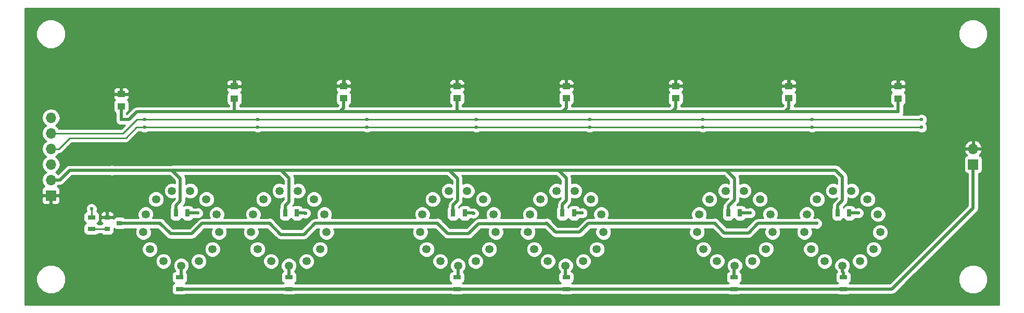
<source format=gbl>
G04 #@! TF.FileFunction,Copper,L2,Bot,Signal*
%FSLAX46Y46*%
G04 Gerber Fmt 4.6, Leading zero omitted, Abs format (unit mm)*
G04 Created by KiCad (PCBNEW 4.0.7) date 02/26/18 21:22:59*
%MOMM*%
%LPD*%
G01*
G04 APERTURE LIST*
%ADD10C,0.100000*%
%ADD11C,1.346200*%
%ADD12R,1.300000X0.700000*%
%ADD13R,0.700000X1.300000*%
%ADD14R,1.700000X1.700000*%
%ADD15O,1.700000X1.700000*%
%ADD16R,1.250000X1.000000*%
%ADD17R,0.900000X0.800000*%
%ADD18C,0.600000*%
%ADD19C,0.250000*%
%ADD20C,0.500000*%
%ADD21C,0.254000*%
G04 APERTURE END LIST*
D10*
D11*
X202389700Y-111950360D03*
X192204300Y-111950360D03*
X191152740Y-109179220D03*
X191510880Y-106240440D03*
X193192360Y-103802040D03*
X195816180Y-102425360D03*
X198777820Y-102425360D03*
X201401640Y-103802040D03*
X203083120Y-106240440D03*
X203441260Y-109179220D03*
X197297000Y-114622440D03*
X200172280Y-113913780D03*
X194421720Y-113913780D03*
X184889700Y-111950360D03*
X174704300Y-111950360D03*
X173652740Y-109179220D03*
X174010880Y-106240440D03*
X175692360Y-103802040D03*
X178316180Y-102425360D03*
X181277820Y-102425360D03*
X183901640Y-103802040D03*
X185583120Y-106240440D03*
X185941260Y-109179220D03*
X179797000Y-114622440D03*
X182672280Y-113913780D03*
X176921720Y-113913780D03*
X157380500Y-111955580D03*
X147195100Y-111955580D03*
X146143540Y-109184440D03*
X146501680Y-106245660D03*
X148183160Y-103807260D03*
X150806980Y-102430580D03*
X153768620Y-102430580D03*
X156392440Y-103807260D03*
X158073920Y-106245660D03*
X158432060Y-109184440D03*
X152287800Y-114627660D03*
X155163080Y-113919000D03*
X149412520Y-113919000D03*
X139880500Y-111955580D03*
X129695100Y-111955580D03*
X128643540Y-109184440D03*
X129001680Y-106245660D03*
X130683160Y-103807260D03*
X133306980Y-102430580D03*
X136268620Y-102430580D03*
X138892440Y-103807260D03*
X140573920Y-106245660D03*
X140932060Y-109184440D03*
X134787800Y-114627660D03*
X137663080Y-113919000D03*
X131912520Y-113919000D03*
X112366700Y-111950360D03*
X102181300Y-111950360D03*
X101129740Y-109179220D03*
X101487880Y-106240440D03*
X103169360Y-103802040D03*
X105793180Y-102425360D03*
X108754820Y-102425360D03*
X111378640Y-103802040D03*
X113060120Y-106240440D03*
X113418260Y-109179220D03*
X107274000Y-114622440D03*
X110149280Y-113913780D03*
X104398720Y-113913780D03*
X94866700Y-111950360D03*
X84681300Y-111950360D03*
X83629740Y-109179220D03*
X83987880Y-106240440D03*
X85669360Y-103802040D03*
X88293180Y-102425360D03*
X91254820Y-102425360D03*
X93878640Y-103802040D03*
X95560120Y-106240440D03*
X95918260Y-109179220D03*
X89774000Y-114622440D03*
X92649280Y-113913780D03*
X86898720Y-113913780D03*
D12*
X89535000Y-118425000D03*
X89535000Y-116525000D03*
X107315000Y-118425000D03*
X107315000Y-116525000D03*
X134620000Y-118425000D03*
X134620000Y-116525000D03*
X152400000Y-118425000D03*
X152400000Y-116525000D03*
X179705000Y-118425000D03*
X179705000Y-116525000D03*
X197485000Y-118425000D03*
X197485000Y-116525000D03*
D13*
X88905000Y-106045000D03*
X90805000Y-106045000D03*
X106685000Y-106045000D03*
X108585000Y-106045000D03*
X196535000Y-106045000D03*
X198435000Y-106045000D03*
X133985000Y-106045000D03*
X135885000Y-106045000D03*
X178755000Y-106045000D03*
X180655000Y-106045000D03*
X151770000Y-106045000D03*
X153670000Y-106045000D03*
D12*
X75184000Y-108646000D03*
X75184000Y-106746000D03*
D14*
X218578740Y-98111260D03*
D15*
X218578740Y-95571260D03*
D14*
X68578740Y-103191260D03*
D15*
X68578740Y-100651260D03*
X68578740Y-98111260D03*
X68578740Y-95571260D03*
X68578740Y-93031260D03*
X68578740Y-90491260D03*
D16*
X98425000Y-87360000D03*
X98425000Y-85360000D03*
X188595000Y-87340000D03*
X188595000Y-85340000D03*
X134620000Y-87340000D03*
X134620000Y-85340000D03*
X80010000Y-88630000D03*
X80010000Y-86630000D03*
X170180000Y-87340000D03*
X170180000Y-85340000D03*
X152400000Y-87340000D03*
X152400000Y-85340000D03*
X116205000Y-87340000D03*
X116205000Y-85340000D03*
X206375000Y-87380000D03*
X206375000Y-85380000D03*
D17*
X77740000Y-108646000D03*
X77740000Y-106746000D03*
X79740000Y-107696000D03*
D18*
X192405000Y-92075000D03*
X156210000Y-92075000D03*
X174625000Y-92075000D03*
X102235000Y-92075000D03*
X137795000Y-92075000D03*
X120015000Y-92075000D03*
X210185000Y-92075000D03*
X83820000Y-92075000D03*
X156197270Y-90798051D03*
X192405000Y-90805000D03*
X174625000Y-90805000D03*
X137795000Y-90805000D03*
X120015000Y-90805000D03*
X102235000Y-90805000D03*
X83820000Y-90805000D03*
X210185000Y-90805000D03*
X78523652Y-99075463D03*
X80010000Y-90805000D03*
X187960000Y-89535000D03*
X169545000Y-89535000D03*
X151765000Y-89535000D03*
X134620000Y-89535000D03*
X115570000Y-89535000D03*
X98425000Y-89535000D03*
X206375000Y-89535000D03*
X173990000Y-100838000D03*
X172212000Y-100838000D03*
X170434000Y-100838000D03*
X119634000Y-100838000D03*
X118364000Y-100838000D03*
X117094000Y-100838000D03*
X140716000Y-100838000D03*
X82566489Y-100825817D03*
X84074000Y-100838000D03*
X81026000Y-100838000D03*
X99822000Y-100838000D03*
X210820000Y-95250000D03*
X209550000Y-95250000D03*
X208280000Y-95250000D03*
X207010000Y-95250000D03*
X205740000Y-95250000D03*
X192405000Y-95250000D03*
X191135000Y-95250000D03*
X189865000Y-95250000D03*
X188595000Y-95250000D03*
X187325000Y-95250000D03*
X174625000Y-95250000D03*
X173355000Y-95250000D03*
X172085000Y-95250000D03*
X170815000Y-95250000D03*
X169545000Y-95250000D03*
X156210000Y-95250000D03*
X154940000Y-95250000D03*
X153670000Y-95250000D03*
X152400000Y-95250000D03*
X151130000Y-95250000D03*
X138430000Y-95250000D03*
X137160000Y-95250000D03*
X135890000Y-95250000D03*
X134620000Y-95250000D03*
X133350000Y-95250000D03*
X120650000Y-95250000D03*
X119380000Y-95250000D03*
X118110000Y-95250000D03*
X116840000Y-95250000D03*
X115570000Y-95250000D03*
X102870000Y-95250000D03*
X101600000Y-95250000D03*
X100330000Y-95250000D03*
X99060000Y-95250000D03*
X97790000Y-95250000D03*
X84455000Y-95250000D03*
X83185000Y-95250000D03*
X81915000Y-95250000D03*
X80645000Y-95250000D03*
X79375000Y-95250000D03*
X211835000Y-73660000D03*
X206835000Y-73660000D03*
X201835000Y-73660000D03*
X196835000Y-73660000D03*
X191835000Y-73660000D03*
X186835000Y-73660000D03*
X181835000Y-73660000D03*
X176835000Y-73660000D03*
X171835000Y-73660000D03*
X166835000Y-73660000D03*
X161835000Y-73660000D03*
X156835000Y-73660000D03*
X151835000Y-73660000D03*
X146835000Y-73660000D03*
X141835000Y-73660000D03*
X136835000Y-73660000D03*
X131835000Y-73660000D03*
X126835000Y-73660000D03*
X121835000Y-73660000D03*
X116835000Y-73660000D03*
X111835000Y-73660000D03*
X106835000Y-73660000D03*
X101835000Y-73660000D03*
X96835000Y-73660000D03*
X91835000Y-73660000D03*
X86835000Y-73660000D03*
X81835000Y-73660000D03*
X76835000Y-73660000D03*
X211828872Y-120007391D03*
X206828872Y-120007391D03*
X201828872Y-120007391D03*
X196828872Y-120007391D03*
X191828872Y-120007391D03*
X186828872Y-120007391D03*
X181828872Y-120007391D03*
X176828872Y-120007391D03*
X171828872Y-120007391D03*
X166828872Y-120007391D03*
X161828872Y-120007391D03*
X156828872Y-120007391D03*
X151828872Y-120007391D03*
X146828872Y-120007391D03*
X141828872Y-120007391D03*
X136828872Y-120007391D03*
X131828872Y-120007391D03*
X126828872Y-120007391D03*
X121828872Y-120007391D03*
X116828872Y-120007391D03*
X111828872Y-120007391D03*
X106828872Y-120007391D03*
X101828872Y-120007391D03*
X96828872Y-120007391D03*
X91828872Y-120007391D03*
X86828872Y-120007391D03*
X81828872Y-120007391D03*
X76828872Y-120007391D03*
X208915000Y-83185000D03*
X207645000Y-83185000D03*
X206375000Y-83185000D03*
X191135000Y-83185000D03*
X189865000Y-83185000D03*
X188595000Y-83185000D03*
X172720000Y-83185000D03*
X171450000Y-83185000D03*
X170180000Y-83185000D03*
X154940000Y-83185000D03*
X153670000Y-83185000D03*
X152400000Y-83185000D03*
X137160000Y-83185000D03*
X135890000Y-83185000D03*
X134620000Y-83185000D03*
X118745000Y-83185000D03*
X117475000Y-83185000D03*
X116205000Y-83185000D03*
X100965000Y-83185000D03*
X99695000Y-83185000D03*
X98425000Y-83185000D03*
X82550000Y-84455000D03*
X81280000Y-84455000D03*
X80010000Y-84455000D03*
X92483465Y-106051565D03*
X193111426Y-107753465D03*
X86371034Y-107778761D03*
X104140000Y-107744218D03*
X131445000Y-107744218D03*
X149225000Y-107744218D03*
X176530000Y-107744218D03*
X109972734Y-106070840D03*
X199902598Y-106051343D03*
X137351676Y-106097667D03*
X182286560Y-106054756D03*
X154985038Y-106043027D03*
X75187230Y-105360304D03*
D19*
X83820000Y-92075000D02*
X82487217Y-92075000D01*
X82487217Y-92075000D02*
X80760909Y-93801308D01*
X80760909Y-93801308D02*
X71672117Y-93801308D01*
X71672117Y-93801308D02*
X69902165Y-95571260D01*
X69902165Y-95571260D02*
X68578740Y-95571260D01*
X174625000Y-92075000D02*
X192405000Y-92075000D01*
X192405000Y-92075000D02*
X210185000Y-92075000D01*
X137795000Y-92075000D02*
X156210000Y-92075000D01*
X156210000Y-92075000D02*
X174625000Y-92075000D01*
X83820000Y-92075000D02*
X102235000Y-92075000D01*
X102235000Y-92075000D02*
X120015000Y-92075000D01*
X120015000Y-92075000D02*
X137795000Y-92075000D01*
X83820000Y-90805000D02*
X82550000Y-90805000D01*
X82550000Y-90805000D02*
X80323740Y-93031260D01*
X80323740Y-93031260D02*
X70718335Y-93031260D01*
X70718335Y-93031260D02*
X68578740Y-93031260D01*
X137795000Y-90805000D02*
X156190321Y-90805000D01*
X174625000Y-90805000D02*
X156204219Y-90805000D01*
X156204219Y-90805000D02*
X156197270Y-90798051D01*
X156190321Y-90805000D02*
X156197270Y-90798051D01*
X210185000Y-90805000D02*
X192405000Y-90805000D01*
X192405000Y-90805000D02*
X174625000Y-90805000D01*
X137795000Y-90805000D02*
X120015000Y-90805000D01*
X120015000Y-90805000D02*
X102235000Y-90805000D01*
X102235000Y-90805000D02*
X83820000Y-90805000D01*
D20*
X88265000Y-99060000D02*
X89626067Y-100421067D01*
X89626067Y-100421067D02*
X89626067Y-104107590D01*
X89626067Y-104107590D02*
X88905000Y-104828657D01*
X88905000Y-104828657D02*
X88905000Y-106045000D01*
X106045000Y-99060000D02*
X107313498Y-100328498D01*
X107313498Y-100328498D02*
X107313498Y-104199364D01*
X107313498Y-104199364D02*
X106685000Y-104827862D01*
X106685000Y-104827862D02*
X106685000Y-106045000D01*
X133350000Y-99060000D02*
X134730831Y-100440831D01*
X134730831Y-100440831D02*
X134730831Y-104021162D01*
X134730831Y-104021162D02*
X133985000Y-104766993D01*
X133985000Y-104766993D02*
X133985000Y-106045000D01*
X151130000Y-99060000D02*
X152409980Y-100339980D01*
X151770000Y-104646035D02*
X151770000Y-106045000D01*
X152409980Y-100339980D02*
X152409980Y-104006055D01*
X152409980Y-104006055D02*
X151770000Y-104646035D01*
X178435000Y-99060000D02*
X179762563Y-100387563D01*
X178755000Y-104913876D02*
X178755000Y-106045000D01*
X179762563Y-100387563D02*
X179762563Y-103906313D01*
X179762563Y-103906313D02*
X178755000Y-104913876D01*
X178435000Y-99060000D02*
X196215000Y-99060000D01*
X196215000Y-99060000D02*
X197311929Y-100156929D01*
X196535000Y-104749664D02*
X196535000Y-106045000D01*
X197311929Y-100156929D02*
X197311929Y-103972735D01*
X197311929Y-103972735D02*
X196535000Y-104749664D01*
X78523652Y-99075463D02*
X71618365Y-99075463D01*
X71618365Y-99075463D02*
X70042568Y-100651260D01*
X70042568Y-100651260D02*
X68578740Y-100651260D01*
X78947916Y-99075463D02*
X78523652Y-99075463D01*
X88249537Y-99075463D02*
X78947916Y-99075463D01*
X88265000Y-99060000D02*
X88249537Y-99075463D01*
X151130000Y-99060000D02*
X178435000Y-99060000D01*
X88265000Y-99060000D02*
X106045000Y-99060000D01*
X106045000Y-99060000D02*
X133350000Y-99060000D01*
X133350000Y-99060000D02*
X151130000Y-99060000D01*
X187960000Y-89535000D02*
X206375000Y-89535000D01*
X169545000Y-89535000D02*
X187960000Y-89535000D01*
X151765000Y-89535000D02*
X169545000Y-89535000D01*
X134620000Y-89535000D02*
X151765000Y-89535000D01*
X115570000Y-89535000D02*
X134620000Y-89535000D01*
X98425000Y-89535000D02*
X115570000Y-89535000D01*
X82550000Y-89535000D02*
X98425000Y-89535000D01*
X80010000Y-90805000D02*
X81280000Y-90805000D01*
X81280000Y-90805000D02*
X82550000Y-89535000D01*
X80010000Y-88880000D02*
X80010000Y-90805000D01*
X116205000Y-87590000D02*
X116205000Y-88900000D01*
X116205000Y-88900000D02*
X115570000Y-89535000D01*
X134620000Y-87590000D02*
X134620000Y-89535000D01*
X152400000Y-87590000D02*
X152400000Y-88900000D01*
X152400000Y-88900000D02*
X151765000Y-89535000D01*
X170180000Y-87590000D02*
X170180000Y-88900000D01*
X170180000Y-88900000D02*
X169545000Y-89535000D01*
X188595000Y-87590000D02*
X188595000Y-88900000D01*
X188595000Y-88900000D02*
X187960000Y-89535000D01*
X206375000Y-87630000D02*
X206375000Y-89535000D01*
X98425000Y-89535000D02*
X98425000Y-87610000D01*
X170434000Y-100838000D02*
X172212000Y-100838000D01*
X117094000Y-100838000D02*
X118364000Y-100838000D01*
X82554306Y-100838000D02*
X82566489Y-100825817D01*
X81026000Y-100838000D02*
X82554306Y-100838000D01*
D19*
X208280000Y-95250000D02*
X209550000Y-95250000D01*
X205740000Y-95250000D02*
X207010000Y-95250000D01*
X189865000Y-95250000D02*
X191135000Y-95250000D01*
X187325000Y-95250000D02*
X188595000Y-95250000D01*
X172085000Y-95250000D02*
X173355000Y-95250000D01*
X169545000Y-95250000D02*
X170815000Y-95250000D01*
X153670000Y-95250000D02*
X154940000Y-95250000D01*
X151130000Y-95250000D02*
X152400000Y-95250000D01*
X135890000Y-95250000D02*
X137160000Y-95250000D01*
X133350000Y-95250000D02*
X134620000Y-95250000D01*
X118110000Y-95250000D02*
X119380000Y-95250000D01*
X115570000Y-95250000D02*
X116840000Y-95250000D01*
X100330000Y-95250000D02*
X101600000Y-95250000D01*
X97790000Y-95250000D02*
X99060000Y-95250000D01*
X81915000Y-95250000D02*
X83185000Y-95250000D01*
X79375000Y-95250000D02*
X80645000Y-95250000D01*
X206835000Y-73660000D02*
X211835000Y-73660000D01*
X201835000Y-73660000D02*
X206835000Y-73660000D01*
X196835000Y-73660000D02*
X201835000Y-73660000D01*
X191835000Y-73660000D02*
X196835000Y-73660000D01*
X186835000Y-73660000D02*
X191835000Y-73660000D01*
X181835000Y-73660000D02*
X186835000Y-73660000D01*
X176835000Y-73660000D02*
X181835000Y-73660000D01*
X171835000Y-73660000D02*
X176835000Y-73660000D01*
X172085000Y-73660000D02*
X171835000Y-73660000D01*
X166835000Y-73660000D02*
X172085000Y-73660000D01*
X161835000Y-73660000D02*
X166835000Y-73660000D01*
X156835000Y-73660000D02*
X161835000Y-73660000D01*
X151835000Y-73660000D02*
X156835000Y-73660000D01*
X146835000Y-73660000D02*
X151835000Y-73660000D01*
X141835000Y-73660000D02*
X146835000Y-73660000D01*
X136835000Y-73660000D02*
X141835000Y-73660000D01*
X131835000Y-73660000D02*
X136835000Y-73660000D01*
X126835000Y-73660000D02*
X131835000Y-73660000D01*
X121835000Y-73660000D02*
X126835000Y-73660000D01*
X116835000Y-73660000D02*
X121835000Y-73660000D01*
X111835000Y-73660000D02*
X116835000Y-73660000D01*
X106835000Y-73660000D02*
X111835000Y-73660000D01*
X101835000Y-73660000D02*
X106835000Y-73660000D01*
X96835000Y-73660000D02*
X101835000Y-73660000D01*
X91835000Y-73660000D02*
X96835000Y-73660000D01*
X86835000Y-73660000D02*
X91835000Y-73660000D01*
X81835000Y-73660000D02*
X86835000Y-73660000D01*
X76835000Y-73660000D02*
X81835000Y-73660000D01*
D20*
X207645000Y-83185000D02*
X208915000Y-83185000D01*
X206375000Y-85130000D02*
X206375000Y-83185000D01*
X189865000Y-83185000D02*
X191135000Y-83185000D01*
X188595000Y-85090000D02*
X188595000Y-83185000D01*
X171450000Y-83185000D02*
X172720000Y-83185000D01*
X170180000Y-85090000D02*
X170180000Y-83185000D01*
X153670000Y-83185000D02*
X154940000Y-83185000D01*
X152400000Y-85090000D02*
X152400000Y-83185000D01*
X135890000Y-83185000D02*
X137160000Y-83185000D01*
X134620000Y-85090000D02*
X134620000Y-83185000D01*
X116205000Y-85090000D02*
X116205000Y-83185000D01*
X99695000Y-83185000D02*
X100965000Y-83185000D01*
X98425000Y-85110000D02*
X98425000Y-83185000D01*
X81280000Y-84455000D02*
X82550000Y-84455000D01*
X80010000Y-86380000D02*
X80010000Y-84455000D01*
X92476900Y-106045000D02*
X92483465Y-106051565D01*
X90805000Y-106045000D02*
X92476900Y-106045000D01*
X86371034Y-107778761D02*
X86394020Y-107778761D01*
X86394020Y-107778761D02*
X88043831Y-109428572D01*
X88043831Y-109428572D02*
X91485428Y-109428572D01*
X91485428Y-109428572D02*
X93169782Y-107744218D01*
X93169782Y-107744218D02*
X104140000Y-107744218D01*
X104140000Y-107744218D02*
X105939210Y-109543428D01*
X105939210Y-109543428D02*
X109723079Y-109543428D01*
X109723079Y-109543428D02*
X111522289Y-107744218D01*
X111522289Y-107744218D02*
X131445000Y-107744218D01*
X149225000Y-107744218D02*
X149201196Y-107768022D01*
X133094657Y-109393875D02*
X131445000Y-107744218D01*
X149201196Y-107768022D02*
X138162467Y-107768022D01*
X138162467Y-107768022D02*
X136536614Y-109393875D01*
X136536614Y-109393875D02*
X133094657Y-109393875D01*
X149225000Y-107744218D02*
X150664947Y-109184165D01*
X150664947Y-109184165D02*
X154585930Y-109184165D01*
X154585930Y-109184165D02*
X156025877Y-107744218D01*
X156025877Y-107744218D02*
X176530000Y-107744218D01*
X176530000Y-107744218D02*
X176554569Y-107744218D01*
X176554569Y-107744218D02*
X178108257Y-109297906D01*
X178108257Y-109297906D02*
X182022118Y-109297906D01*
X182022118Y-109297906D02*
X183566559Y-107753465D01*
X183566559Y-107753465D02*
X193111426Y-107753465D01*
X193102179Y-107744218D02*
X193111426Y-107753465D01*
X86371034Y-107778761D02*
X86338786Y-107746513D01*
X86338786Y-107746513D02*
X79790513Y-107746513D01*
X79790513Y-107746513D02*
X79740000Y-107696000D01*
X86339900Y-107747627D02*
X86371034Y-107778761D01*
X86405577Y-107744218D02*
X86371034Y-107778761D01*
X108585000Y-106045000D02*
X109946894Y-106045000D01*
X109946894Y-106045000D02*
X109972734Y-106070840D01*
X199896255Y-106045000D02*
X199902598Y-106051343D01*
X198435000Y-106045000D02*
X199896255Y-106045000D01*
X137299009Y-106045000D02*
X137351676Y-106097667D01*
X135885000Y-106045000D02*
X137299009Y-106045000D01*
X180655000Y-106045000D02*
X182276804Y-106045000D01*
X182276804Y-106045000D02*
X182286560Y-106054756D01*
X154983065Y-106045000D02*
X154985038Y-106043027D01*
X153670000Y-106045000D02*
X154983065Y-106045000D01*
X89774000Y-114622440D02*
X89774000Y-116286000D01*
X89774000Y-116286000D02*
X89535000Y-116525000D01*
X107315000Y-116525000D02*
X107315000Y-114663440D01*
X107315000Y-114663440D02*
X107274000Y-114622440D01*
X134787800Y-114627660D02*
X134787800Y-116357200D01*
X134787800Y-116357200D02*
X134620000Y-116525000D01*
X152287800Y-114627660D02*
X152287800Y-116412800D01*
X152287800Y-116412800D02*
X152400000Y-116525000D01*
X179705000Y-116525000D02*
X179705000Y-114714440D01*
X179705000Y-114714440D02*
X179797000Y-114622440D01*
X197485000Y-116525000D02*
X197485000Y-115787671D01*
X197485000Y-115787671D02*
X197301353Y-115604024D01*
X197301353Y-115604024D02*
X197301353Y-114626793D01*
X197301353Y-114626793D02*
X197297000Y-114622440D01*
X197485000Y-118425000D02*
X205367552Y-118425000D01*
X205367552Y-118425000D02*
X218578740Y-105213812D01*
X218578740Y-105213812D02*
X218578740Y-98111260D01*
X89535000Y-118425000D02*
X107315000Y-118425000D01*
X107315000Y-118425000D02*
X134620000Y-118425000D01*
X152400000Y-118425000D02*
X134620000Y-118425000D01*
X152400000Y-118425000D02*
X179705000Y-118425000D01*
X197485000Y-118425000D02*
X179705000Y-118425000D01*
D19*
X75184000Y-105363534D02*
X75187230Y-105360304D01*
X75184000Y-106746000D02*
X75184000Y-105363534D01*
X75184000Y-108646000D02*
X77740000Y-108646000D01*
D21*
G36*
X222752920Y-121015760D02*
X64404240Y-121015760D01*
X64404240Y-117312336D01*
X66194527Y-117312336D01*
X66556866Y-118189263D01*
X67227208Y-118860776D01*
X68103501Y-119224645D01*
X69052336Y-119225473D01*
X69929263Y-118863134D01*
X70600776Y-118192792D01*
X70964645Y-117316499D01*
X70965473Y-116367664D01*
X70885866Y-116175000D01*
X88237560Y-116175000D01*
X88237560Y-116875000D01*
X88281838Y-117110317D01*
X88420910Y-117326441D01*
X88633110Y-117471431D01*
X88646197Y-117474081D01*
X88433559Y-117610910D01*
X88288569Y-117823110D01*
X88237560Y-118075000D01*
X88237560Y-118775000D01*
X88281838Y-119010317D01*
X88420910Y-119226441D01*
X88633110Y-119371431D01*
X88885000Y-119422440D01*
X90185000Y-119422440D01*
X90420317Y-119378162D01*
X90526244Y-119310000D01*
X106323203Y-119310000D01*
X106413110Y-119371431D01*
X106665000Y-119422440D01*
X107965000Y-119422440D01*
X108200317Y-119378162D01*
X108306244Y-119310000D01*
X133628203Y-119310000D01*
X133718110Y-119371431D01*
X133970000Y-119422440D01*
X135270000Y-119422440D01*
X135505317Y-119378162D01*
X135611244Y-119310000D01*
X151408203Y-119310000D01*
X151498110Y-119371431D01*
X151750000Y-119422440D01*
X153050000Y-119422440D01*
X153285317Y-119378162D01*
X153391244Y-119310000D01*
X178713203Y-119310000D01*
X178803110Y-119371431D01*
X179055000Y-119422440D01*
X180355000Y-119422440D01*
X180590317Y-119378162D01*
X180696244Y-119310000D01*
X196493203Y-119310000D01*
X196583110Y-119371431D01*
X196835000Y-119422440D01*
X198135000Y-119422440D01*
X198370317Y-119378162D01*
X198476244Y-119310000D01*
X205367547Y-119310000D01*
X205367552Y-119310001D01*
X205650036Y-119253810D01*
X205706227Y-119242633D01*
X205993342Y-119050790D01*
X207731795Y-117312336D01*
X216194227Y-117312336D01*
X216556566Y-118189263D01*
X217226908Y-118860776D01*
X218103201Y-119224645D01*
X219052036Y-119225473D01*
X219928963Y-118863134D01*
X220600476Y-118192792D01*
X220964345Y-117316499D01*
X220965173Y-116367664D01*
X220602834Y-115490737D01*
X219932492Y-114819224D01*
X219056199Y-114455355D01*
X218107364Y-114454527D01*
X217230437Y-114816866D01*
X216558924Y-115487208D01*
X216195055Y-116363501D01*
X216194227Y-117312336D01*
X207731795Y-117312336D01*
X219204527Y-105839604D01*
X219204530Y-105839602D01*
X219396373Y-105552487D01*
X219397769Y-105545471D01*
X219463741Y-105213812D01*
X219463740Y-105213807D01*
X219463740Y-99602114D01*
X219664057Y-99564422D01*
X219880181Y-99425350D01*
X220025171Y-99213150D01*
X220076180Y-98961260D01*
X220076180Y-97261260D01*
X220031902Y-97025943D01*
X219892830Y-96809819D01*
X219680630Y-96664829D01*
X219572633Y-96642959D01*
X219850385Y-96338184D01*
X220020216Y-95928150D01*
X219898895Y-95698260D01*
X218705740Y-95698260D01*
X218705740Y-95718260D01*
X218451740Y-95718260D01*
X218451740Y-95698260D01*
X217258585Y-95698260D01*
X217137264Y-95928150D01*
X217307095Y-96338184D01*
X217583241Y-96641197D01*
X217493423Y-96658098D01*
X217277299Y-96797170D01*
X217132309Y-97009370D01*
X217081300Y-97261260D01*
X217081300Y-98961260D01*
X217125578Y-99196577D01*
X217264650Y-99412701D01*
X217476850Y-99557691D01*
X217693740Y-99601612D01*
X217693740Y-104847233D01*
X205000972Y-117540000D01*
X198476797Y-117540000D01*
X198386890Y-117478569D01*
X198373803Y-117475919D01*
X198586441Y-117339090D01*
X198731431Y-117126890D01*
X198782440Y-116875000D01*
X198782440Y-116175000D01*
X198738162Y-115939683D01*
X198599090Y-115723559D01*
X198386890Y-115578569D01*
X198325953Y-115566229D01*
X198305601Y-115463917D01*
X198405306Y-115364386D01*
X198604872Y-114883779D01*
X198605326Y-114363384D01*
X198526594Y-114172836D01*
X198863954Y-114172836D01*
X199062680Y-114653791D01*
X199430334Y-115022086D01*
X199910941Y-115221652D01*
X200431336Y-115222106D01*
X200912291Y-115023380D01*
X201280586Y-114655726D01*
X201480152Y-114175119D01*
X201480606Y-113654724D01*
X201281880Y-113173769D01*
X200914226Y-112805474D01*
X200433619Y-112605908D01*
X199913224Y-112605454D01*
X199432269Y-112804180D01*
X199063974Y-113171834D01*
X198864408Y-113652441D01*
X198863954Y-114172836D01*
X198526594Y-114172836D01*
X198406600Y-113882429D01*
X198038946Y-113514134D01*
X197558339Y-113314568D01*
X197037944Y-113314114D01*
X196556989Y-113512840D01*
X196188694Y-113880494D01*
X195989128Y-114361101D01*
X195988674Y-114881496D01*
X196187400Y-115362451D01*
X196416353Y-115591803D01*
X196416353Y-115604019D01*
X196416352Y-115604024D01*
X196431480Y-115680074D01*
X196383559Y-115710910D01*
X196238569Y-115923110D01*
X196187560Y-116175000D01*
X196187560Y-116875000D01*
X196231838Y-117110317D01*
X196370910Y-117326441D01*
X196583110Y-117471431D01*
X196596197Y-117474081D01*
X196493756Y-117540000D01*
X180696797Y-117540000D01*
X180606890Y-117478569D01*
X180593803Y-117475919D01*
X180806441Y-117339090D01*
X180951431Y-117126890D01*
X181002440Y-116875000D01*
X181002440Y-116175000D01*
X180958162Y-115939683D01*
X180819090Y-115723559D01*
X180656674Y-115612585D01*
X180905306Y-115364386D01*
X181104872Y-114883779D01*
X181105326Y-114363384D01*
X181026594Y-114172836D01*
X181363954Y-114172836D01*
X181562680Y-114653791D01*
X181930334Y-115022086D01*
X182410941Y-115221652D01*
X182931336Y-115222106D01*
X183412291Y-115023380D01*
X183780586Y-114655726D01*
X183980152Y-114175119D01*
X183980153Y-114172836D01*
X193113394Y-114172836D01*
X193312120Y-114653791D01*
X193679774Y-115022086D01*
X194160381Y-115221652D01*
X194680776Y-115222106D01*
X195161731Y-115023380D01*
X195530026Y-114655726D01*
X195729592Y-114175119D01*
X195730046Y-113654724D01*
X195531320Y-113173769D01*
X195163666Y-112805474D01*
X194683059Y-112605908D01*
X194162664Y-112605454D01*
X193681709Y-112804180D01*
X193313414Y-113171834D01*
X193113848Y-113652441D01*
X193113394Y-114172836D01*
X183980153Y-114172836D01*
X183980606Y-113654724D01*
X183781880Y-113173769D01*
X183414226Y-112805474D01*
X182933619Y-112605908D01*
X182413224Y-112605454D01*
X181932269Y-112804180D01*
X181563974Y-113171834D01*
X181364408Y-113652441D01*
X181363954Y-114172836D01*
X181026594Y-114172836D01*
X180906600Y-113882429D01*
X180538946Y-113514134D01*
X180058339Y-113314568D01*
X179537944Y-113314114D01*
X179056989Y-113512840D01*
X178688694Y-113880494D01*
X178489128Y-114361101D01*
X178488674Y-114881496D01*
X178687400Y-115362451D01*
X178820000Y-115495282D01*
X178820000Y-115571778D01*
X178819683Y-115571838D01*
X178603559Y-115710910D01*
X178458569Y-115923110D01*
X178407560Y-116175000D01*
X178407560Y-116875000D01*
X178451838Y-117110317D01*
X178590910Y-117326441D01*
X178803110Y-117471431D01*
X178816197Y-117474081D01*
X178713756Y-117540000D01*
X153391797Y-117540000D01*
X153301890Y-117478569D01*
X153288803Y-117475919D01*
X153501441Y-117339090D01*
X153646431Y-117126890D01*
X153697440Y-116875000D01*
X153697440Y-116175000D01*
X153653162Y-115939683D01*
X153514090Y-115723559D01*
X153301890Y-115578569D01*
X153206192Y-115559190D01*
X153396106Y-115369606D01*
X153595672Y-114888999D01*
X153596126Y-114368604D01*
X153517394Y-114178056D01*
X153854754Y-114178056D01*
X154053480Y-114659011D01*
X154421134Y-115027306D01*
X154901741Y-115226872D01*
X155422136Y-115227326D01*
X155903091Y-115028600D01*
X156271386Y-114660946D01*
X156470952Y-114180339D01*
X156470958Y-114172836D01*
X175613394Y-114172836D01*
X175812120Y-114653791D01*
X176179774Y-115022086D01*
X176660381Y-115221652D01*
X177180776Y-115222106D01*
X177661731Y-115023380D01*
X178030026Y-114655726D01*
X178229592Y-114175119D01*
X178230046Y-113654724D01*
X178031320Y-113173769D01*
X177663666Y-112805474D01*
X177183059Y-112605908D01*
X176662664Y-112605454D01*
X176181709Y-112804180D01*
X175813414Y-113171834D01*
X175613848Y-113652441D01*
X175613394Y-114172836D01*
X156470958Y-114172836D01*
X156471406Y-113659944D01*
X156272680Y-113178989D01*
X155905026Y-112810694D01*
X155424419Y-112611128D01*
X154904024Y-112610674D01*
X154423069Y-112809400D01*
X154054774Y-113177054D01*
X153855208Y-113657661D01*
X153854754Y-114178056D01*
X153517394Y-114178056D01*
X153397400Y-113887649D01*
X153029746Y-113519354D01*
X152549139Y-113319788D01*
X152028744Y-113319334D01*
X151547789Y-113518060D01*
X151179494Y-113885714D01*
X150979928Y-114366321D01*
X150979474Y-114886716D01*
X151178200Y-115367671D01*
X151402800Y-115592663D01*
X151402800Y-115643833D01*
X151298559Y-115710910D01*
X151153569Y-115923110D01*
X151102560Y-116175000D01*
X151102560Y-116875000D01*
X151146838Y-117110317D01*
X151285910Y-117326441D01*
X151498110Y-117471431D01*
X151511197Y-117474081D01*
X151408756Y-117540000D01*
X135611797Y-117540000D01*
X135521890Y-117478569D01*
X135508803Y-117475919D01*
X135721441Y-117339090D01*
X135866431Y-117126890D01*
X135917440Y-116875000D01*
X135917440Y-116175000D01*
X135873162Y-115939683D01*
X135734090Y-115723559D01*
X135672800Y-115681681D01*
X135672800Y-115592523D01*
X135896106Y-115369606D01*
X136095672Y-114888999D01*
X136096126Y-114368604D01*
X136017394Y-114178056D01*
X136354754Y-114178056D01*
X136553480Y-114659011D01*
X136921134Y-115027306D01*
X137401741Y-115226872D01*
X137922136Y-115227326D01*
X138403091Y-115028600D01*
X138771386Y-114660946D01*
X138970952Y-114180339D01*
X138970953Y-114178056D01*
X148104194Y-114178056D01*
X148302920Y-114659011D01*
X148670574Y-115027306D01*
X149151181Y-115226872D01*
X149671576Y-115227326D01*
X150152531Y-115028600D01*
X150520826Y-114660946D01*
X150720392Y-114180339D01*
X150720846Y-113659944D01*
X150522120Y-113178989D01*
X150154466Y-112810694D01*
X149673859Y-112611128D01*
X149153464Y-112610674D01*
X148672509Y-112809400D01*
X148304214Y-113177054D01*
X148104648Y-113657661D01*
X148104194Y-114178056D01*
X138970953Y-114178056D01*
X138971406Y-113659944D01*
X138772680Y-113178989D01*
X138405026Y-112810694D01*
X137924419Y-112611128D01*
X137404024Y-112610674D01*
X136923069Y-112809400D01*
X136554774Y-113177054D01*
X136355208Y-113657661D01*
X136354754Y-114178056D01*
X136017394Y-114178056D01*
X135897400Y-113887649D01*
X135529746Y-113519354D01*
X135049139Y-113319788D01*
X134528744Y-113319334D01*
X134047789Y-113518060D01*
X133679494Y-113885714D01*
X133479928Y-114366321D01*
X133479474Y-114886716D01*
X133678200Y-115367671D01*
X133858714Y-115548500D01*
X133734683Y-115571838D01*
X133518559Y-115710910D01*
X133373569Y-115923110D01*
X133322560Y-116175000D01*
X133322560Y-116875000D01*
X133366838Y-117110317D01*
X133505910Y-117326441D01*
X133718110Y-117471431D01*
X133731197Y-117474081D01*
X133628756Y-117540000D01*
X108306797Y-117540000D01*
X108216890Y-117478569D01*
X108203803Y-117475919D01*
X108416441Y-117339090D01*
X108561431Y-117126890D01*
X108612440Y-116875000D01*
X108612440Y-116175000D01*
X108568162Y-115939683D01*
X108429090Y-115723559D01*
X108216890Y-115578569D01*
X108200000Y-115575149D01*
X108200000Y-115546375D01*
X108382306Y-115364386D01*
X108581872Y-114883779D01*
X108582326Y-114363384D01*
X108503594Y-114172836D01*
X108840954Y-114172836D01*
X109039680Y-114653791D01*
X109407334Y-115022086D01*
X109887941Y-115221652D01*
X110408336Y-115222106D01*
X110889291Y-115023380D01*
X111257586Y-114655726D01*
X111455932Y-114178056D01*
X130604194Y-114178056D01*
X130802920Y-114659011D01*
X131170574Y-115027306D01*
X131651181Y-115226872D01*
X132171576Y-115227326D01*
X132652531Y-115028600D01*
X133020826Y-114660946D01*
X133220392Y-114180339D01*
X133220846Y-113659944D01*
X133022120Y-113178989D01*
X132654466Y-112810694D01*
X132173859Y-112611128D01*
X131653464Y-112610674D01*
X131172509Y-112809400D01*
X130804214Y-113177054D01*
X130604648Y-113657661D01*
X130604194Y-114178056D01*
X111455932Y-114178056D01*
X111457152Y-114175119D01*
X111457606Y-113654724D01*
X111258880Y-113173769D01*
X110891226Y-112805474D01*
X110410619Y-112605908D01*
X109890224Y-112605454D01*
X109409269Y-112804180D01*
X109040974Y-113171834D01*
X108841408Y-113652441D01*
X108840954Y-114172836D01*
X108503594Y-114172836D01*
X108383600Y-113882429D01*
X108015946Y-113514134D01*
X107535339Y-113314568D01*
X107014944Y-113314114D01*
X106533989Y-113512840D01*
X106165694Y-113880494D01*
X105966128Y-114361101D01*
X105965674Y-114881496D01*
X106164400Y-115362451D01*
X106395427Y-115593881D01*
X106213559Y-115710910D01*
X106068569Y-115923110D01*
X106017560Y-116175000D01*
X106017560Y-116875000D01*
X106061838Y-117110317D01*
X106200910Y-117326441D01*
X106413110Y-117471431D01*
X106426197Y-117474081D01*
X106323756Y-117540000D01*
X90526797Y-117540000D01*
X90436890Y-117478569D01*
X90423803Y-117475919D01*
X90636441Y-117339090D01*
X90781431Y-117126890D01*
X90832440Y-116875000D01*
X90832440Y-116175000D01*
X90788162Y-115939683D01*
X90659000Y-115738960D01*
X90659000Y-115587303D01*
X90882306Y-115364386D01*
X91081872Y-114883779D01*
X91082326Y-114363384D01*
X91003594Y-114172836D01*
X91340954Y-114172836D01*
X91539680Y-114653791D01*
X91907334Y-115022086D01*
X92387941Y-115221652D01*
X92908336Y-115222106D01*
X93389291Y-115023380D01*
X93757586Y-114655726D01*
X93957152Y-114175119D01*
X93957153Y-114172836D01*
X103090394Y-114172836D01*
X103289120Y-114653791D01*
X103656774Y-115022086D01*
X104137381Y-115221652D01*
X104657776Y-115222106D01*
X105138731Y-115023380D01*
X105507026Y-114655726D01*
X105706592Y-114175119D01*
X105707046Y-113654724D01*
X105508320Y-113173769D01*
X105140666Y-112805474D01*
X104660059Y-112605908D01*
X104139664Y-112605454D01*
X103658709Y-112804180D01*
X103290414Y-113171834D01*
X103090848Y-113652441D01*
X103090394Y-114172836D01*
X93957153Y-114172836D01*
X93957606Y-113654724D01*
X93758880Y-113173769D01*
X93391226Y-112805474D01*
X92910619Y-112605908D01*
X92390224Y-112605454D01*
X91909269Y-112804180D01*
X91540974Y-113171834D01*
X91341408Y-113652441D01*
X91340954Y-114172836D01*
X91003594Y-114172836D01*
X90883600Y-113882429D01*
X90515946Y-113514134D01*
X90035339Y-113314568D01*
X89514944Y-113314114D01*
X89033989Y-113512840D01*
X88665694Y-113880494D01*
X88466128Y-114361101D01*
X88465674Y-114881496D01*
X88664400Y-115362451D01*
X88838042Y-115536396D01*
X88649683Y-115571838D01*
X88433559Y-115710910D01*
X88288569Y-115923110D01*
X88237560Y-116175000D01*
X70885866Y-116175000D01*
X70603134Y-115490737D01*
X69932792Y-114819224D01*
X69056499Y-114455355D01*
X68107664Y-114454527D01*
X67230737Y-114816866D01*
X66559224Y-115487208D01*
X66195355Y-116363501D01*
X66194527Y-117312336D01*
X64404240Y-117312336D01*
X64404240Y-114172836D01*
X85590394Y-114172836D01*
X85789120Y-114653791D01*
X86156774Y-115022086D01*
X86637381Y-115221652D01*
X87157776Y-115222106D01*
X87638731Y-115023380D01*
X88007026Y-114655726D01*
X88206592Y-114175119D01*
X88207046Y-113654724D01*
X88008320Y-113173769D01*
X87640666Y-112805474D01*
X87160059Y-112605908D01*
X86639664Y-112605454D01*
X86158709Y-112804180D01*
X85790414Y-113171834D01*
X85590848Y-113652441D01*
X85590394Y-114172836D01*
X64404240Y-114172836D01*
X64404240Y-112209416D01*
X83372974Y-112209416D01*
X83571700Y-112690371D01*
X83939354Y-113058666D01*
X84419961Y-113258232D01*
X84940356Y-113258686D01*
X85421311Y-113059960D01*
X85789606Y-112692306D01*
X85989172Y-112211699D01*
X85989173Y-112209416D01*
X93558374Y-112209416D01*
X93757100Y-112690371D01*
X94124754Y-113058666D01*
X94605361Y-113258232D01*
X95125756Y-113258686D01*
X95606711Y-113059960D01*
X95975006Y-112692306D01*
X96174572Y-112211699D01*
X96174573Y-112209416D01*
X100872974Y-112209416D01*
X101071700Y-112690371D01*
X101439354Y-113058666D01*
X101919961Y-113258232D01*
X102440356Y-113258686D01*
X102921311Y-113059960D01*
X103289606Y-112692306D01*
X103489172Y-112211699D01*
X103489173Y-112209416D01*
X111058374Y-112209416D01*
X111257100Y-112690371D01*
X111624754Y-113058666D01*
X112105361Y-113258232D01*
X112625756Y-113258686D01*
X113106711Y-113059960D01*
X113475006Y-112692306D01*
X113673352Y-112214636D01*
X128386774Y-112214636D01*
X128585500Y-112695591D01*
X128953154Y-113063886D01*
X129433761Y-113263452D01*
X129954156Y-113263906D01*
X130435111Y-113065180D01*
X130803406Y-112697526D01*
X131002972Y-112216919D01*
X131002973Y-112214636D01*
X138572174Y-112214636D01*
X138770900Y-112695591D01*
X139138554Y-113063886D01*
X139619161Y-113263452D01*
X140139556Y-113263906D01*
X140620511Y-113065180D01*
X140988806Y-112697526D01*
X141188372Y-112216919D01*
X141188373Y-112214636D01*
X145886774Y-112214636D01*
X146085500Y-112695591D01*
X146453154Y-113063886D01*
X146933761Y-113263452D01*
X147454156Y-113263906D01*
X147935111Y-113065180D01*
X148303406Y-112697526D01*
X148502972Y-112216919D01*
X148502973Y-112214636D01*
X156072174Y-112214636D01*
X156270900Y-112695591D01*
X156638554Y-113063886D01*
X157119161Y-113263452D01*
X157639556Y-113263906D01*
X158120511Y-113065180D01*
X158488806Y-112697526D01*
X158688372Y-112216919D01*
X158688378Y-112209416D01*
X173395974Y-112209416D01*
X173594700Y-112690371D01*
X173962354Y-113058666D01*
X174442961Y-113258232D01*
X174963356Y-113258686D01*
X175444311Y-113059960D01*
X175812606Y-112692306D01*
X176012172Y-112211699D01*
X176012173Y-112209416D01*
X183581374Y-112209416D01*
X183780100Y-112690371D01*
X184147754Y-113058666D01*
X184628361Y-113258232D01*
X185148756Y-113258686D01*
X185629711Y-113059960D01*
X185998006Y-112692306D01*
X186197572Y-112211699D01*
X186197573Y-112209416D01*
X190895974Y-112209416D01*
X191094700Y-112690371D01*
X191462354Y-113058666D01*
X191942961Y-113258232D01*
X192463356Y-113258686D01*
X192944311Y-113059960D01*
X193312606Y-112692306D01*
X193512172Y-112211699D01*
X193512173Y-112209416D01*
X201081374Y-112209416D01*
X201280100Y-112690371D01*
X201647754Y-113058666D01*
X202128361Y-113258232D01*
X202648756Y-113258686D01*
X203129711Y-113059960D01*
X203498006Y-112692306D01*
X203697572Y-112211699D01*
X203698026Y-111691304D01*
X203499300Y-111210349D01*
X203131646Y-110842054D01*
X202651039Y-110642488D01*
X202130644Y-110642034D01*
X201649689Y-110840760D01*
X201281394Y-111208414D01*
X201081828Y-111689021D01*
X201081374Y-112209416D01*
X193512173Y-112209416D01*
X193512626Y-111691304D01*
X193313900Y-111210349D01*
X192946246Y-110842054D01*
X192465639Y-110642488D01*
X191945244Y-110642034D01*
X191464289Y-110840760D01*
X191095994Y-111208414D01*
X190896428Y-111689021D01*
X190895974Y-112209416D01*
X186197573Y-112209416D01*
X186198026Y-111691304D01*
X185999300Y-111210349D01*
X185631646Y-110842054D01*
X185151039Y-110642488D01*
X184630644Y-110642034D01*
X184149689Y-110840760D01*
X183781394Y-111208414D01*
X183581828Y-111689021D01*
X183581374Y-112209416D01*
X176012173Y-112209416D01*
X176012626Y-111691304D01*
X175813900Y-111210349D01*
X175446246Y-110842054D01*
X174965639Y-110642488D01*
X174445244Y-110642034D01*
X173964289Y-110840760D01*
X173595994Y-111208414D01*
X173396428Y-111689021D01*
X173395974Y-112209416D01*
X158688378Y-112209416D01*
X158688826Y-111696524D01*
X158490100Y-111215569D01*
X158122446Y-110847274D01*
X157641839Y-110647708D01*
X157121444Y-110647254D01*
X156640489Y-110845980D01*
X156272194Y-111213634D01*
X156072628Y-111694241D01*
X156072174Y-112214636D01*
X148502973Y-112214636D01*
X148503426Y-111696524D01*
X148304700Y-111215569D01*
X147937046Y-110847274D01*
X147456439Y-110647708D01*
X146936044Y-110647254D01*
X146455089Y-110845980D01*
X146086794Y-111213634D01*
X145887228Y-111694241D01*
X145886774Y-112214636D01*
X141188373Y-112214636D01*
X141188826Y-111696524D01*
X140990100Y-111215569D01*
X140622446Y-110847274D01*
X140141839Y-110647708D01*
X139621444Y-110647254D01*
X139140489Y-110845980D01*
X138772194Y-111213634D01*
X138572628Y-111694241D01*
X138572174Y-112214636D01*
X131002973Y-112214636D01*
X131003426Y-111696524D01*
X130804700Y-111215569D01*
X130437046Y-110847274D01*
X129956439Y-110647708D01*
X129436044Y-110647254D01*
X128955089Y-110845980D01*
X128586794Y-111213634D01*
X128387228Y-111694241D01*
X128386774Y-112214636D01*
X113673352Y-112214636D01*
X113674572Y-112211699D01*
X113675026Y-111691304D01*
X113476300Y-111210349D01*
X113108646Y-110842054D01*
X112628039Y-110642488D01*
X112107644Y-110642034D01*
X111626689Y-110840760D01*
X111258394Y-111208414D01*
X111058828Y-111689021D01*
X111058374Y-112209416D01*
X103489173Y-112209416D01*
X103489626Y-111691304D01*
X103290900Y-111210349D01*
X102923246Y-110842054D01*
X102442639Y-110642488D01*
X101922244Y-110642034D01*
X101441289Y-110840760D01*
X101072994Y-111208414D01*
X100873428Y-111689021D01*
X100872974Y-112209416D01*
X96174573Y-112209416D01*
X96175026Y-111691304D01*
X95976300Y-111210349D01*
X95608646Y-110842054D01*
X95128039Y-110642488D01*
X94607644Y-110642034D01*
X94126689Y-110840760D01*
X93758394Y-111208414D01*
X93558828Y-111689021D01*
X93558374Y-112209416D01*
X85989173Y-112209416D01*
X85989626Y-111691304D01*
X85790900Y-111210349D01*
X85423246Y-110842054D01*
X84942639Y-110642488D01*
X84422244Y-110642034D01*
X83941289Y-110840760D01*
X83572994Y-111208414D01*
X83373428Y-111689021D01*
X83372974Y-112209416D01*
X64404240Y-112209416D01*
X64404240Y-106396000D01*
X73886560Y-106396000D01*
X73886560Y-107096000D01*
X73930838Y-107331317D01*
X74069910Y-107547441D01*
X74282110Y-107692431D01*
X74295197Y-107695081D01*
X74082559Y-107831910D01*
X73937569Y-108044110D01*
X73886560Y-108296000D01*
X73886560Y-108996000D01*
X73930838Y-109231317D01*
X74069910Y-109447441D01*
X74282110Y-109592431D01*
X74534000Y-109643440D01*
X75834000Y-109643440D01*
X76069317Y-109599162D01*
X76285441Y-109460090D01*
X76322399Y-109406000D01*
X76767069Y-109406000D01*
X76825910Y-109497441D01*
X77038110Y-109642431D01*
X77290000Y-109693440D01*
X78190000Y-109693440D01*
X78425317Y-109649162D01*
X78641441Y-109510090D01*
X78786431Y-109297890D01*
X78837440Y-109046000D01*
X78837440Y-108555319D01*
X79038110Y-108692431D01*
X79290000Y-108743440D01*
X80190000Y-108743440D01*
X80425317Y-108699162D01*
X80530447Y-108631513D01*
X82440779Y-108631513D01*
X82321868Y-108917881D01*
X82321414Y-109438276D01*
X82520140Y-109919231D01*
X82887794Y-110287526D01*
X83368401Y-110487092D01*
X83888796Y-110487546D01*
X84369751Y-110288820D01*
X84738046Y-109921166D01*
X84937612Y-109440559D01*
X84938066Y-108920164D01*
X84818798Y-108631513D01*
X85986551Y-108631513D01*
X86001328Y-108637649D01*
X87418039Y-110054359D01*
X87418041Y-110054362D01*
X87653228Y-110211508D01*
X87705156Y-110246205D01*
X88043831Y-110313573D01*
X88043836Y-110313572D01*
X91485423Y-110313572D01*
X91485428Y-110313573D01*
X91767912Y-110257382D01*
X91824103Y-110246205D01*
X92111218Y-110054362D01*
X92111219Y-110054361D01*
X93536361Y-108629218D01*
X94730252Y-108629218D01*
X94610388Y-108917881D01*
X94609934Y-109438276D01*
X94808660Y-109919231D01*
X95176314Y-110287526D01*
X95656921Y-110487092D01*
X96177316Y-110487546D01*
X96658271Y-110288820D01*
X97026566Y-109921166D01*
X97226132Y-109440559D01*
X97226586Y-108920164D01*
X97106370Y-108629218D01*
X99941732Y-108629218D01*
X99821868Y-108917881D01*
X99821414Y-109438276D01*
X100020140Y-109919231D01*
X100387794Y-110287526D01*
X100868401Y-110487092D01*
X101388796Y-110487546D01*
X101869751Y-110288820D01*
X102238046Y-109921166D01*
X102437612Y-109440559D01*
X102438066Y-108920164D01*
X102317850Y-108629218D01*
X103773420Y-108629218D01*
X105313418Y-110169215D01*
X105313420Y-110169218D01*
X105529464Y-110313573D01*
X105600535Y-110361061D01*
X105939210Y-110428429D01*
X105939215Y-110428428D01*
X109723074Y-110428428D01*
X109723079Y-110428429D01*
X110005563Y-110372238D01*
X110061754Y-110361061D01*
X110348869Y-110169218D01*
X110348870Y-110169217D01*
X111888868Y-108629218D01*
X112230252Y-108629218D01*
X112110388Y-108917881D01*
X112109934Y-109438276D01*
X112308660Y-109919231D01*
X112676314Y-110287526D01*
X113156921Y-110487092D01*
X113677316Y-110487546D01*
X114158271Y-110288820D01*
X114526566Y-109921166D01*
X114726132Y-109440559D01*
X114726586Y-108920164D01*
X114606370Y-108629218D01*
X127457699Y-108629218D01*
X127335668Y-108923101D01*
X127335214Y-109443496D01*
X127533940Y-109924451D01*
X127901594Y-110292746D01*
X128382201Y-110492312D01*
X128902596Y-110492766D01*
X129383551Y-110294040D01*
X129751846Y-109926386D01*
X129951412Y-109445779D01*
X129951866Y-108925384D01*
X129829493Y-108629218D01*
X131078420Y-108629218D01*
X132468865Y-110019662D01*
X132468867Y-110019665D01*
X132755982Y-110211508D01*
X133094657Y-110278875D01*
X136536609Y-110278875D01*
X136536614Y-110278876D01*
X136819098Y-110222685D01*
X136875289Y-110211508D01*
X137162404Y-110019665D01*
X137162405Y-110019664D01*
X138529046Y-108653022D01*
X139736335Y-108653022D01*
X139624188Y-108923101D01*
X139623734Y-109443496D01*
X139822460Y-109924451D01*
X140190114Y-110292746D01*
X140670721Y-110492312D01*
X141191116Y-110492766D01*
X141672071Y-110294040D01*
X142040366Y-109926386D01*
X142239932Y-109445779D01*
X142240386Y-108925384D01*
X142127849Y-108653022D01*
X144947815Y-108653022D01*
X144835668Y-108923101D01*
X144835214Y-109443496D01*
X145033940Y-109924451D01*
X145401594Y-110292746D01*
X145882201Y-110492312D01*
X146402596Y-110492766D01*
X146883551Y-110294040D01*
X147251846Y-109926386D01*
X147451412Y-109445779D01*
X147451866Y-108925384D01*
X147339329Y-108653022D01*
X148882224Y-108653022D01*
X150039155Y-109809952D01*
X150039157Y-109809955D01*
X150210513Y-109924451D01*
X150326273Y-110001799D01*
X150664947Y-110069166D01*
X150664952Y-110069165D01*
X154585925Y-110069165D01*
X154585930Y-110069166D01*
X154868414Y-110012975D01*
X154924605Y-110001798D01*
X155211720Y-109809955D01*
X156392456Y-108629218D01*
X157246219Y-108629218D01*
X157124188Y-108923101D01*
X157123734Y-109443496D01*
X157322460Y-109924451D01*
X157690114Y-110292746D01*
X158170721Y-110492312D01*
X158691116Y-110492766D01*
X159172071Y-110294040D01*
X159540366Y-109926386D01*
X159739932Y-109445779D01*
X159740386Y-108925384D01*
X159618013Y-108629218D01*
X172464732Y-108629218D01*
X172344868Y-108917881D01*
X172344414Y-109438276D01*
X172543140Y-109919231D01*
X172910794Y-110287526D01*
X173391401Y-110487092D01*
X173911796Y-110487546D01*
X174392751Y-110288820D01*
X174761046Y-109921166D01*
X174960612Y-109440559D01*
X174961066Y-108920164D01*
X174840850Y-108629218D01*
X176187989Y-108629218D01*
X177482465Y-109923693D01*
X177482467Y-109923696D01*
X177769582Y-110115539D01*
X177825773Y-110126716D01*
X178108257Y-110182907D01*
X178108262Y-110182906D01*
X182022113Y-110182906D01*
X182022118Y-110182907D01*
X182304602Y-110126716D01*
X182360793Y-110115539D01*
X182647908Y-109923696D01*
X183933138Y-108638465D01*
X184749412Y-108638465D01*
X184633388Y-108917881D01*
X184632934Y-109438276D01*
X184831660Y-109919231D01*
X185199314Y-110287526D01*
X185679921Y-110487092D01*
X186200316Y-110487546D01*
X186681271Y-110288820D01*
X187049566Y-109921166D01*
X187249132Y-109440559D01*
X187249586Y-108920164D01*
X187133191Y-108638465D01*
X189960892Y-108638465D01*
X189844868Y-108917881D01*
X189844414Y-109438276D01*
X190043140Y-109919231D01*
X190410794Y-110287526D01*
X190891401Y-110487092D01*
X191411796Y-110487546D01*
X191892751Y-110288820D01*
X192261046Y-109921166D01*
X192460612Y-109440559D01*
X192460613Y-109438276D01*
X202132934Y-109438276D01*
X202331660Y-109919231D01*
X202699314Y-110287526D01*
X203179921Y-110487092D01*
X203700316Y-110487546D01*
X204181271Y-110288820D01*
X204549566Y-109921166D01*
X204749132Y-109440559D01*
X204749586Y-108920164D01*
X204550860Y-108439209D01*
X204183206Y-108070914D01*
X203702599Y-107871348D01*
X203182204Y-107870894D01*
X202701249Y-108069620D01*
X202332954Y-108437274D01*
X202133388Y-108917881D01*
X202132934Y-109438276D01*
X192460613Y-109438276D01*
X192461066Y-108920164D01*
X192344671Y-108638465D01*
X192804604Y-108638465D01*
X192924627Y-108688303D01*
X193296593Y-108688627D01*
X193640369Y-108546582D01*
X193903618Y-108283792D01*
X194046264Y-107940264D01*
X194046588Y-107568298D01*
X193904543Y-107224522D01*
X193641753Y-106961273D01*
X193298225Y-106818627D01*
X192926259Y-106818303D01*
X192804857Y-106868465D01*
X192666490Y-106868465D01*
X192818752Y-106501779D01*
X192819206Y-105981384D01*
X192620480Y-105500429D01*
X192252826Y-105132134D01*
X191772219Y-104932568D01*
X191251824Y-104932114D01*
X190770869Y-105130840D01*
X190402574Y-105498494D01*
X190203008Y-105979101D01*
X190202554Y-106499496D01*
X190355008Y-106868465D01*
X186738730Y-106868465D01*
X186890992Y-106501779D01*
X186891446Y-105981384D01*
X186692720Y-105500429D01*
X186325066Y-105132134D01*
X185844459Y-104932568D01*
X185324064Y-104932114D01*
X184843109Y-105130840D01*
X184474814Y-105498494D01*
X184275248Y-105979101D01*
X184274794Y-106499496D01*
X184427248Y-106868465D01*
X183566559Y-106868465D01*
X183227884Y-106935832D01*
X182940769Y-107127675D01*
X182940767Y-107127678D01*
X181655538Y-108412906D01*
X178474836Y-108412906D01*
X177355444Y-107293514D01*
X177323117Y-107215275D01*
X177060327Y-106952026D01*
X176716799Y-106809380D01*
X176344833Y-106809056D01*
X176223431Y-106859218D01*
X175170330Y-106859218D01*
X175318752Y-106501779D01*
X175319206Y-105981384D01*
X175120480Y-105500429D01*
X174752826Y-105132134D01*
X174272219Y-104932568D01*
X173751824Y-104932114D01*
X173270869Y-105130840D01*
X172902574Y-105498494D01*
X172703008Y-105979101D01*
X172702554Y-106499496D01*
X172851188Y-106859218D01*
X159235537Y-106859218D01*
X159381792Y-106506999D01*
X159382246Y-105986604D01*
X159183520Y-105505649D01*
X158815866Y-105137354D01*
X158335259Y-104937788D01*
X157814864Y-104937334D01*
X157333909Y-105136060D01*
X156965614Y-105503714D01*
X156766048Y-105984321D01*
X156765594Y-106504716D01*
X156912071Y-106859218D01*
X156025882Y-106859218D01*
X156025877Y-106859217D01*
X155687203Y-106926584D01*
X155597525Y-106986505D01*
X155400087Y-107118428D01*
X155400085Y-107118431D01*
X154219350Y-108299165D01*
X151031526Y-108299165D01*
X150067744Y-107335382D01*
X150018117Y-107215275D01*
X149755327Y-106952026D01*
X149411799Y-106809380D01*
X149039833Y-106809056D01*
X148860821Y-106883022D01*
X147653413Y-106883022D01*
X147809552Y-106506999D01*
X147810006Y-105986604D01*
X147611280Y-105505649D01*
X147243626Y-105137354D01*
X146763019Y-104937788D01*
X146242624Y-104937334D01*
X145761669Y-105136060D01*
X145393374Y-105503714D01*
X145193808Y-105984321D01*
X145193354Y-106504716D01*
X145349666Y-106883022D01*
X141725653Y-106883022D01*
X141881792Y-106506999D01*
X141882246Y-105986604D01*
X141683520Y-105505649D01*
X141315866Y-105137354D01*
X140835259Y-104937788D01*
X140314864Y-104937334D01*
X139833909Y-105136060D01*
X139465614Y-105503714D01*
X139266048Y-105984321D01*
X139265594Y-106504716D01*
X139421906Y-106883022D01*
X138162467Y-106883022D01*
X137823792Y-106950389D01*
X137536677Y-107142232D01*
X137536675Y-107142235D01*
X136170034Y-108508875D01*
X133461236Y-108508875D01*
X132287744Y-107335382D01*
X132238117Y-107215275D01*
X131975327Y-106952026D01*
X131631799Y-106809380D01*
X131259833Y-106809056D01*
X131138431Y-106859218D01*
X130163297Y-106859218D01*
X130309552Y-106506999D01*
X130310006Y-105986604D01*
X130111280Y-105505649D01*
X129743626Y-105137354D01*
X129263019Y-104937788D01*
X128742624Y-104937334D01*
X128261669Y-105136060D01*
X127893374Y-105503714D01*
X127693808Y-105984321D01*
X127693354Y-106504716D01*
X127839831Y-106859218D01*
X114219570Y-106859218D01*
X114367992Y-106501779D01*
X114368446Y-105981384D01*
X114169720Y-105500429D01*
X113802066Y-105132134D01*
X113321459Y-104932568D01*
X112801064Y-104932114D01*
X112320109Y-105130840D01*
X111951814Y-105498494D01*
X111752248Y-105979101D01*
X111751794Y-106499496D01*
X111900428Y-106859218D01*
X111522294Y-106859218D01*
X111522289Y-106859217D01*
X111183619Y-106926584D01*
X111183614Y-106926585D01*
X110896499Y-107118428D01*
X110896497Y-107118431D01*
X109356499Y-108658428D01*
X106305789Y-108658428D01*
X104982744Y-107335382D01*
X104933117Y-107215275D01*
X104670327Y-106952026D01*
X104326799Y-106809380D01*
X103954833Y-106809056D01*
X103833431Y-106859218D01*
X102647330Y-106859218D01*
X102795752Y-106501779D01*
X102796206Y-105981384D01*
X102597480Y-105500429D01*
X102229826Y-105132134D01*
X101749219Y-104932568D01*
X101228824Y-104932114D01*
X100747869Y-105130840D01*
X100379574Y-105498494D01*
X100180008Y-105979101D01*
X100179554Y-106499496D01*
X100328188Y-106859218D01*
X96719570Y-106859218D01*
X96867992Y-106501779D01*
X96868446Y-105981384D01*
X96669720Y-105500429D01*
X96302066Y-105132134D01*
X95821459Y-104932568D01*
X95301064Y-104932114D01*
X94820109Y-105130840D01*
X94451814Y-105498494D01*
X94252248Y-105979101D01*
X94251794Y-106499496D01*
X94400428Y-106859218D01*
X93169787Y-106859218D01*
X93169782Y-106859217D01*
X92831112Y-106926584D01*
X92831107Y-106926585D01*
X92543992Y-107118428D01*
X92543990Y-107118431D01*
X91118848Y-108543572D01*
X88410410Y-108543572D01*
X87197593Y-107330754D01*
X87164151Y-107249818D01*
X86901361Y-106986569D01*
X86557833Y-106843923D01*
X86185867Y-106843599D01*
X86142512Y-106861513D01*
X85146377Y-106861513D01*
X85295752Y-106501779D01*
X85296206Y-105981384D01*
X85097480Y-105500429D01*
X84729826Y-105132134D01*
X84249219Y-104932568D01*
X83728824Y-104932114D01*
X83247869Y-105130840D01*
X82879574Y-105498494D01*
X82680008Y-105979101D01*
X82679554Y-106499496D01*
X82829136Y-106861513D01*
X80665000Y-106861513D01*
X80654090Y-106844559D01*
X80441890Y-106699569D01*
X80190000Y-106648560D01*
X79290000Y-106648560D01*
X79054683Y-106692838D01*
X78838559Y-106831910D01*
X78751936Y-106958686D01*
X78666250Y-106873000D01*
X77867000Y-106873000D01*
X77867000Y-106893000D01*
X77613000Y-106893000D01*
X77613000Y-106873000D01*
X76813750Y-106873000D01*
X76655000Y-107031750D01*
X76655000Y-107272310D01*
X76751673Y-107505699D01*
X76930302Y-107684327D01*
X76966747Y-107699423D01*
X76838559Y-107781910D01*
X76767437Y-107886000D01*
X76324757Y-107886000D01*
X76298090Y-107844559D01*
X76085890Y-107699569D01*
X76072803Y-107696919D01*
X76285441Y-107560090D01*
X76430431Y-107347890D01*
X76481440Y-107096000D01*
X76481440Y-106396000D01*
X76448265Y-106219690D01*
X76655000Y-106219690D01*
X76655000Y-106460250D01*
X76813750Y-106619000D01*
X77613000Y-106619000D01*
X77613000Y-105869750D01*
X77867000Y-105869750D01*
X77867000Y-106619000D01*
X78666250Y-106619000D01*
X78825000Y-106460250D01*
X78825000Y-106219690D01*
X78728327Y-105986301D01*
X78549698Y-105807673D01*
X78316309Y-105711000D01*
X78025750Y-105711000D01*
X77867000Y-105869750D01*
X77613000Y-105869750D01*
X77454250Y-105711000D01*
X77163691Y-105711000D01*
X76930302Y-105807673D01*
X76751673Y-105986301D01*
X76655000Y-106219690D01*
X76448265Y-106219690D01*
X76437162Y-106160683D01*
X76298090Y-105944559D01*
X76085890Y-105799569D01*
X76022560Y-105786744D01*
X76122068Y-105547103D01*
X76122392Y-105175137D01*
X75980347Y-104831361D01*
X75717557Y-104568112D01*
X75374029Y-104425466D01*
X75002063Y-104425142D01*
X74658287Y-104567187D01*
X74395038Y-104829977D01*
X74252392Y-105173505D01*
X74252068Y-105545471D01*
X74350267Y-105783132D01*
X74298683Y-105792838D01*
X74082559Y-105931910D01*
X73937569Y-106144110D01*
X73886560Y-106396000D01*
X64404240Y-106396000D01*
X64404240Y-103477010D01*
X67093740Y-103477010D01*
X67093740Y-104167570D01*
X67190413Y-104400959D01*
X67369042Y-104579587D01*
X67602431Y-104676260D01*
X68292990Y-104676260D01*
X68451740Y-104517510D01*
X68451740Y-103318260D01*
X68705740Y-103318260D01*
X68705740Y-104517510D01*
X68864490Y-104676260D01*
X69555049Y-104676260D01*
X69788438Y-104579587D01*
X69967067Y-104400959D01*
X70063740Y-104167570D01*
X70063740Y-104061096D01*
X84361034Y-104061096D01*
X84559760Y-104542051D01*
X84927414Y-104910346D01*
X85408021Y-105109912D01*
X85928416Y-105110366D01*
X86409371Y-104911640D01*
X86777666Y-104543986D01*
X86977232Y-104063379D01*
X86977686Y-103542984D01*
X86778960Y-103062029D01*
X86411306Y-102693734D01*
X85930699Y-102494168D01*
X85410304Y-102493714D01*
X84929349Y-102692440D01*
X84561054Y-103060094D01*
X84361488Y-103540701D01*
X84361034Y-104061096D01*
X70063740Y-104061096D01*
X70063740Y-103477010D01*
X69904990Y-103318260D01*
X68705740Y-103318260D01*
X68451740Y-103318260D01*
X67252490Y-103318260D01*
X67093740Y-103477010D01*
X64404240Y-103477010D01*
X64404240Y-90491260D01*
X67064647Y-90491260D01*
X67177686Y-91059545D01*
X67499593Y-91541314D01*
X67828766Y-91761260D01*
X67499593Y-91981206D01*
X67177686Y-92462975D01*
X67064647Y-93031260D01*
X67177686Y-93599545D01*
X67499593Y-94081314D01*
X67828766Y-94301260D01*
X67499593Y-94521206D01*
X67177686Y-95002975D01*
X67064647Y-95571260D01*
X67177686Y-96139545D01*
X67499593Y-96621314D01*
X67828766Y-96841260D01*
X67499593Y-97061206D01*
X67177686Y-97542975D01*
X67064647Y-98111260D01*
X67177686Y-98679545D01*
X67499593Y-99161314D01*
X67828766Y-99381260D01*
X67499593Y-99601206D01*
X67177686Y-100082975D01*
X67064647Y-100651260D01*
X67177686Y-101219545D01*
X67499593Y-101701314D01*
X67543517Y-101730663D01*
X67369042Y-101802933D01*
X67190413Y-101981561D01*
X67093740Y-102214950D01*
X67093740Y-102905510D01*
X67252490Y-103064260D01*
X68451740Y-103064260D01*
X68451740Y-103044260D01*
X68705740Y-103044260D01*
X68705740Y-103064260D01*
X69904990Y-103064260D01*
X70063740Y-102905510D01*
X70063740Y-102214950D01*
X69967067Y-101981561D01*
X69788438Y-101802933D01*
X69613963Y-101730663D01*
X69657887Y-101701314D01*
X69768172Y-101536260D01*
X70042563Y-101536260D01*
X70042568Y-101536261D01*
X70325052Y-101480070D01*
X70381243Y-101468893D01*
X70668358Y-101277050D01*
X71984944Y-99960463D01*
X78216830Y-99960463D01*
X78336853Y-100010301D01*
X78708819Y-100010625D01*
X78830221Y-99960463D01*
X87913883Y-99960463D01*
X88741067Y-100787646D01*
X88741067Y-101194950D01*
X88554519Y-101117488D01*
X88034124Y-101117034D01*
X87553169Y-101315760D01*
X87184874Y-101683414D01*
X86985308Y-102164021D01*
X86984854Y-102684416D01*
X87183580Y-103165371D01*
X87551234Y-103533666D01*
X88031841Y-103733232D01*
X88552236Y-103733686D01*
X88741067Y-103655663D01*
X88741067Y-103741011D01*
X88279210Y-104202867D01*
X88087367Y-104489982D01*
X88087367Y-104489983D01*
X88019999Y-104828657D01*
X88020000Y-104828662D01*
X88020000Y-105053203D01*
X87958569Y-105143110D01*
X87907560Y-105395000D01*
X87907560Y-106695000D01*
X87951838Y-106930317D01*
X88090910Y-107146441D01*
X88303110Y-107291431D01*
X88555000Y-107342440D01*
X89255000Y-107342440D01*
X89490317Y-107298162D01*
X89706441Y-107159090D01*
X89851431Y-106946890D01*
X89854081Y-106933803D01*
X89990910Y-107146441D01*
X90203110Y-107291431D01*
X90455000Y-107342440D01*
X91155000Y-107342440D01*
X91390317Y-107298162D01*
X91606441Y-107159090D01*
X91751431Y-106946890D01*
X91754851Y-106930000D01*
X92160833Y-106930000D01*
X92296666Y-106986403D01*
X92668632Y-106986727D01*
X93012408Y-106844682D01*
X93275657Y-106581892D01*
X93418303Y-106238364D01*
X93418627Y-105866398D01*
X93276582Y-105522622D01*
X93013792Y-105259373D01*
X92670264Y-105116727D01*
X92298298Y-105116403D01*
X92192785Y-105160000D01*
X91758222Y-105160000D01*
X91758162Y-105159683D01*
X91619090Y-104943559D01*
X91406890Y-104798569D01*
X91155000Y-104747560D01*
X90455000Y-104747560D01*
X90219683Y-104791838D01*
X90145956Y-104839280D01*
X90251854Y-104733382D01*
X90251857Y-104733380D01*
X90443700Y-104446265D01*
X90467063Y-104328811D01*
X90511068Y-104107590D01*
X90511067Y-104107585D01*
X90511067Y-104061096D01*
X92570314Y-104061096D01*
X92769040Y-104542051D01*
X93136694Y-104910346D01*
X93617301Y-105109912D01*
X94137696Y-105110366D01*
X94618651Y-104911640D01*
X94986946Y-104543986D01*
X95186512Y-104063379D01*
X95186513Y-104061096D01*
X101861034Y-104061096D01*
X102059760Y-104542051D01*
X102427414Y-104910346D01*
X102908021Y-105109912D01*
X103428416Y-105110366D01*
X103909371Y-104911640D01*
X104277666Y-104543986D01*
X104477232Y-104063379D01*
X104477686Y-103542984D01*
X104278960Y-103062029D01*
X103911306Y-102693734D01*
X103430699Y-102494168D01*
X102910304Y-102493714D01*
X102429349Y-102692440D01*
X102061054Y-103060094D01*
X101861488Y-103540701D01*
X101861034Y-104061096D01*
X95186513Y-104061096D01*
X95186966Y-103542984D01*
X94988240Y-103062029D01*
X94620586Y-102693734D01*
X94139979Y-102494168D01*
X93619584Y-102493714D01*
X93138629Y-102692440D01*
X92770334Y-103060094D01*
X92570768Y-103540701D01*
X92570314Y-104061096D01*
X90511067Y-104061096D01*
X90511067Y-103531856D01*
X90512874Y-103533666D01*
X90993481Y-103733232D01*
X91513876Y-103733686D01*
X91994831Y-103534960D01*
X92363126Y-103167306D01*
X92562692Y-102686699D01*
X92563146Y-102166304D01*
X92364420Y-101685349D01*
X91996766Y-101317054D01*
X91516159Y-101117488D01*
X90995764Y-101117034D01*
X90514809Y-101315760D01*
X90511067Y-101319495D01*
X90511067Y-100421067D01*
X90443700Y-100082392D01*
X90351898Y-99945000D01*
X105678420Y-99945000D01*
X106428498Y-100695077D01*
X106428498Y-101272778D01*
X106054519Y-101117488D01*
X105534124Y-101117034D01*
X105053169Y-101315760D01*
X104684874Y-101683414D01*
X104485308Y-102164021D01*
X104484854Y-102684416D01*
X104683580Y-103165371D01*
X105051234Y-103533666D01*
X105531841Y-103733232D01*
X106052236Y-103733686D01*
X106428498Y-103578218D01*
X106428498Y-103832785D01*
X106059210Y-104202072D01*
X105867367Y-104489187D01*
X105867367Y-104489188D01*
X105799999Y-104827862D01*
X105800000Y-104827867D01*
X105800000Y-105053203D01*
X105738569Y-105143110D01*
X105687560Y-105395000D01*
X105687560Y-106695000D01*
X105731838Y-106930317D01*
X105870910Y-107146441D01*
X106083110Y-107291431D01*
X106335000Y-107342440D01*
X107035000Y-107342440D01*
X107270317Y-107298162D01*
X107486441Y-107159090D01*
X107631431Y-106946890D01*
X107634081Y-106933803D01*
X107770910Y-107146441D01*
X107983110Y-107291431D01*
X108235000Y-107342440D01*
X108935000Y-107342440D01*
X109170317Y-107298162D01*
X109386441Y-107159090D01*
X109531431Y-106946890D01*
X109534851Y-106930000D01*
X109603683Y-106930000D01*
X109785935Y-107005678D01*
X110157901Y-107006002D01*
X110501677Y-106863957D01*
X110764926Y-106601167D01*
X110907572Y-106257639D01*
X110907896Y-105885673D01*
X110765851Y-105541897D01*
X110503061Y-105278648D01*
X110159533Y-105136002D01*
X109787567Y-105135678D01*
X109728703Y-105160000D01*
X109538222Y-105160000D01*
X109538162Y-105159683D01*
X109399090Y-104943559D01*
X109186890Y-104798569D01*
X108935000Y-104747560D01*
X108235000Y-104747560D01*
X107999683Y-104791838D01*
X107923726Y-104840715D01*
X107939285Y-104825156D01*
X107939288Y-104825154D01*
X108131131Y-104538039D01*
X108198498Y-104199364D01*
X108198498Y-104061096D01*
X110070314Y-104061096D01*
X110269040Y-104542051D01*
X110636694Y-104910346D01*
X111117301Y-105109912D01*
X111637696Y-105110366D01*
X112118651Y-104911640D01*
X112486946Y-104543986D01*
X112685292Y-104066316D01*
X129374834Y-104066316D01*
X129573560Y-104547271D01*
X129941214Y-104915566D01*
X130421821Y-105115132D01*
X130942216Y-105115586D01*
X131423171Y-104916860D01*
X131791466Y-104549206D01*
X131991032Y-104068599D01*
X131991486Y-103548204D01*
X131792760Y-103067249D01*
X131425106Y-102698954D01*
X130944499Y-102499388D01*
X130424104Y-102498934D01*
X129943149Y-102697660D01*
X129574854Y-103065314D01*
X129375288Y-103545921D01*
X129374834Y-104066316D01*
X112685292Y-104066316D01*
X112686512Y-104063379D01*
X112686966Y-103542984D01*
X112488240Y-103062029D01*
X112120586Y-102693734D01*
X111639979Y-102494168D01*
X111119584Y-102493714D01*
X110638629Y-102692440D01*
X110270334Y-103060094D01*
X110070768Y-103540701D01*
X110070314Y-104061096D01*
X108198498Y-104061096D01*
X108198498Y-103610744D01*
X108493481Y-103733232D01*
X109013876Y-103733686D01*
X109494831Y-103534960D01*
X109863126Y-103167306D01*
X110062692Y-102686699D01*
X110063146Y-102166304D01*
X109864420Y-101685349D01*
X109496766Y-101317054D01*
X109016159Y-101117488D01*
X108495764Y-101117034D01*
X108198498Y-101239861D01*
X108198498Y-100328503D01*
X108198499Y-100328498D01*
X108131131Y-99989823D01*
X108101181Y-99945000D01*
X132983420Y-99945000D01*
X133845831Y-100807410D01*
X133845831Y-101237941D01*
X133568319Y-101122708D01*
X133047924Y-101122254D01*
X132566969Y-101320980D01*
X132198674Y-101688634D01*
X131999108Y-102169241D01*
X131998654Y-102689636D01*
X132197380Y-103170591D01*
X132565034Y-103538886D01*
X133045641Y-103738452D01*
X133566036Y-103738906D01*
X133845831Y-103623297D01*
X133845831Y-103654583D01*
X133359210Y-104141203D01*
X133167367Y-104428318D01*
X133167367Y-104428319D01*
X133099999Y-104766993D01*
X133100000Y-104766998D01*
X133100000Y-105053203D01*
X133038569Y-105143110D01*
X132987560Y-105395000D01*
X132987560Y-106695000D01*
X133031838Y-106930317D01*
X133170910Y-107146441D01*
X133383110Y-107291431D01*
X133635000Y-107342440D01*
X134335000Y-107342440D01*
X134570317Y-107298162D01*
X134786441Y-107159090D01*
X134931431Y-106946890D01*
X134934081Y-106933803D01*
X135070910Y-107146441D01*
X135283110Y-107291431D01*
X135535000Y-107342440D01*
X136235000Y-107342440D01*
X136470317Y-107298162D01*
X136686441Y-107159090D01*
X136831431Y-106946890D01*
X136834851Y-106930000D01*
X136918019Y-106930000D01*
X137164877Y-107032505D01*
X137536843Y-107032829D01*
X137880619Y-106890784D01*
X138143868Y-106627994D01*
X138286514Y-106284466D01*
X138286838Y-105912500D01*
X138144793Y-105568724D01*
X137882003Y-105305475D01*
X137538475Y-105162829D01*
X137312245Y-105162632D01*
X137299009Y-105159999D01*
X137299004Y-105160000D01*
X136838222Y-105160000D01*
X136838162Y-105159683D01*
X136699090Y-104943559D01*
X136486890Y-104798569D01*
X136235000Y-104747560D01*
X135535000Y-104747560D01*
X135299683Y-104791838D01*
X135083559Y-104930910D01*
X134938569Y-105143110D01*
X134935919Y-105156197D01*
X134901251Y-105102322D01*
X135356618Y-104646954D01*
X135356621Y-104646952D01*
X135548464Y-104359837D01*
X135606849Y-104066316D01*
X137584114Y-104066316D01*
X137782840Y-104547271D01*
X138150494Y-104915566D01*
X138631101Y-105115132D01*
X139151496Y-105115586D01*
X139632451Y-104916860D01*
X140000746Y-104549206D01*
X140200312Y-104068599D01*
X140200313Y-104066316D01*
X146874834Y-104066316D01*
X147073560Y-104547271D01*
X147441214Y-104915566D01*
X147921821Y-105115132D01*
X148442216Y-105115586D01*
X148923171Y-104916860D01*
X149291466Y-104549206D01*
X149491032Y-104068599D01*
X149491486Y-103548204D01*
X149292760Y-103067249D01*
X148925106Y-102698954D01*
X148444499Y-102499388D01*
X147924104Y-102498934D01*
X147443149Y-102697660D01*
X147074854Y-103065314D01*
X146875288Y-103545921D01*
X146874834Y-104066316D01*
X140200313Y-104066316D01*
X140200766Y-103548204D01*
X140002040Y-103067249D01*
X139634386Y-102698954D01*
X139153779Y-102499388D01*
X138633384Y-102498934D01*
X138152429Y-102697660D01*
X137784134Y-103065314D01*
X137584568Y-103545921D01*
X137584114Y-104066316D01*
X135606849Y-104066316D01*
X135615831Y-104021162D01*
X135615831Y-103575907D01*
X136007281Y-103738452D01*
X136527676Y-103738906D01*
X137008631Y-103540180D01*
X137376926Y-103172526D01*
X137576492Y-102691919D01*
X137576946Y-102171524D01*
X137378220Y-101690569D01*
X137010566Y-101322274D01*
X136529959Y-101122708D01*
X136009564Y-101122254D01*
X135615831Y-101284941D01*
X135615831Y-100440836D01*
X135615832Y-100440831D01*
X135548464Y-100102157D01*
X135548464Y-100102156D01*
X135443456Y-99945000D01*
X150763420Y-99945000D01*
X151524980Y-100706559D01*
X151524980Y-101312331D01*
X151068319Y-101122708D01*
X150547924Y-101122254D01*
X150066969Y-101320980D01*
X149698674Y-101688634D01*
X149499108Y-102169241D01*
X149498654Y-102689636D01*
X149697380Y-103170591D01*
X150065034Y-103538886D01*
X150545641Y-103738452D01*
X151066036Y-103738906D01*
X151524980Y-103549275D01*
X151524980Y-103639476D01*
X151144210Y-104020245D01*
X150952367Y-104307360D01*
X150948100Y-104328811D01*
X150884999Y-104646035D01*
X150885000Y-104646040D01*
X150885000Y-105053203D01*
X150823569Y-105143110D01*
X150772560Y-105395000D01*
X150772560Y-106695000D01*
X150816838Y-106930317D01*
X150955910Y-107146441D01*
X151168110Y-107291431D01*
X151420000Y-107342440D01*
X152120000Y-107342440D01*
X152355317Y-107298162D01*
X152571441Y-107159090D01*
X152716431Y-106946890D01*
X152719081Y-106933803D01*
X152855910Y-107146441D01*
X153068110Y-107291431D01*
X153320000Y-107342440D01*
X154020000Y-107342440D01*
X154255317Y-107298162D01*
X154471441Y-107159090D01*
X154616431Y-106946890D01*
X154619851Y-106930000D01*
X154682968Y-106930000D01*
X154798239Y-106977865D01*
X155170205Y-106978189D01*
X155513981Y-106836144D01*
X155777230Y-106573354D01*
X155919876Y-106229826D01*
X155920200Y-105857860D01*
X155778155Y-105514084D01*
X155515365Y-105250835D01*
X155171837Y-105108189D01*
X154799871Y-105107865D01*
X154673694Y-105160000D01*
X154623222Y-105160000D01*
X154623162Y-105159683D01*
X154484090Y-104943559D01*
X154271890Y-104798569D01*
X154020000Y-104747560D01*
X153320000Y-104747560D01*
X153084683Y-104791838D01*
X152868559Y-104930910D01*
X152723569Y-105143110D01*
X152720919Y-105156197D01*
X152655000Y-105053756D01*
X152655000Y-105012615D01*
X153035767Y-104631847D01*
X153035770Y-104631845D01*
X153227613Y-104344730D01*
X153282993Y-104066316D01*
X155084114Y-104066316D01*
X155282840Y-104547271D01*
X155650494Y-104915566D01*
X156131101Y-105115132D01*
X156651496Y-105115586D01*
X157132451Y-104916860D01*
X157500746Y-104549206D01*
X157700312Y-104068599D01*
X157700318Y-104061096D01*
X174384034Y-104061096D01*
X174582760Y-104542051D01*
X174950414Y-104910346D01*
X175431021Y-105109912D01*
X175951416Y-105110366D01*
X176432371Y-104911640D01*
X176800666Y-104543986D01*
X177000232Y-104063379D01*
X177000686Y-103542984D01*
X176801960Y-103062029D01*
X176434306Y-102693734D01*
X175953699Y-102494168D01*
X175433304Y-102493714D01*
X174952349Y-102692440D01*
X174584054Y-103060094D01*
X174384488Y-103540701D01*
X174384034Y-104061096D01*
X157700318Y-104061096D01*
X157700766Y-103548204D01*
X157502040Y-103067249D01*
X157134386Y-102698954D01*
X156653779Y-102499388D01*
X156133384Y-102498934D01*
X155652429Y-102697660D01*
X155284134Y-103065314D01*
X155084568Y-103545921D01*
X155084114Y-104066316D01*
X153282993Y-104066316D01*
X153294980Y-104006055D01*
X153294980Y-103650297D01*
X153507281Y-103738452D01*
X154027676Y-103738906D01*
X154508631Y-103540180D01*
X154876926Y-103172526D01*
X155076492Y-102691919D01*
X155076946Y-102171524D01*
X154878220Y-101690569D01*
X154510566Y-101322274D01*
X154029959Y-101122708D01*
X153509564Y-101122254D01*
X153294980Y-101210918D01*
X153294980Y-100339985D01*
X153294981Y-100339980D01*
X153227613Y-100001305D01*
X153189991Y-99945000D01*
X178068420Y-99945000D01*
X178877563Y-100754142D01*
X178877563Y-101242077D01*
X178577519Y-101117488D01*
X178057124Y-101117034D01*
X177576169Y-101315760D01*
X177207874Y-101683414D01*
X177008308Y-102164021D01*
X177007854Y-102684416D01*
X177206580Y-103165371D01*
X177574234Y-103533666D01*
X178054841Y-103733232D01*
X178575236Y-103733686D01*
X178759920Y-103657376D01*
X178129210Y-104288086D01*
X177937367Y-104575201D01*
X177937367Y-104575202D01*
X177869999Y-104913876D01*
X177870000Y-104913881D01*
X177870000Y-105053203D01*
X177808569Y-105143110D01*
X177757560Y-105395000D01*
X177757560Y-106695000D01*
X177801838Y-106930317D01*
X177940910Y-107146441D01*
X178153110Y-107291431D01*
X178405000Y-107342440D01*
X179105000Y-107342440D01*
X179340317Y-107298162D01*
X179556441Y-107159090D01*
X179701431Y-106946890D01*
X179704081Y-106933803D01*
X179840910Y-107146441D01*
X180053110Y-107291431D01*
X180305000Y-107342440D01*
X181005000Y-107342440D01*
X181240317Y-107298162D01*
X181456441Y-107159090D01*
X181601431Y-106946890D01*
X181604851Y-106930000D01*
X181956243Y-106930000D01*
X182099761Y-106989594D01*
X182471727Y-106989918D01*
X182815503Y-106847873D01*
X183078752Y-106585083D01*
X183221398Y-106241555D01*
X183221722Y-105869589D01*
X183079677Y-105525813D01*
X182816887Y-105262564D01*
X182473359Y-105119918D01*
X182101393Y-105119594D01*
X182003603Y-105160000D01*
X181608222Y-105160000D01*
X181608162Y-105159683D01*
X181469090Y-104943559D01*
X181256890Y-104798569D01*
X181005000Y-104747560D01*
X180305000Y-104747560D01*
X180142277Y-104778179D01*
X180388350Y-104532105D01*
X180388353Y-104532103D01*
X180580196Y-104244988D01*
X180616775Y-104061096D01*
X182593314Y-104061096D01*
X182792040Y-104542051D01*
X183159694Y-104910346D01*
X183640301Y-105109912D01*
X184160696Y-105110366D01*
X184641651Y-104911640D01*
X185009946Y-104543986D01*
X185209512Y-104063379D01*
X185209513Y-104061096D01*
X191884034Y-104061096D01*
X192082760Y-104542051D01*
X192450414Y-104910346D01*
X192931021Y-105109912D01*
X193451416Y-105110366D01*
X193932371Y-104911640D01*
X194300666Y-104543986D01*
X194500232Y-104063379D01*
X194500686Y-103542984D01*
X194301960Y-103062029D01*
X193934306Y-102693734D01*
X193453699Y-102494168D01*
X192933304Y-102493714D01*
X192452349Y-102692440D01*
X192084054Y-103060094D01*
X191884488Y-103540701D01*
X191884034Y-104061096D01*
X185209513Y-104061096D01*
X185209966Y-103542984D01*
X185011240Y-103062029D01*
X184643586Y-102693734D01*
X184162979Y-102494168D01*
X183642584Y-102493714D01*
X183161629Y-102692440D01*
X182793334Y-103060094D01*
X182593768Y-103540701D01*
X182593314Y-104061096D01*
X180616775Y-104061096D01*
X180647564Y-103906313D01*
X180647563Y-103906308D01*
X180647563Y-103580043D01*
X181016481Y-103733232D01*
X181536876Y-103733686D01*
X182017831Y-103534960D01*
X182386126Y-103167306D01*
X182585692Y-102686699D01*
X182586146Y-102166304D01*
X182387420Y-101685349D01*
X182019766Y-101317054D01*
X181539159Y-101117488D01*
X181018764Y-101117034D01*
X180647563Y-101270411D01*
X180647563Y-100387568D01*
X180647564Y-100387563D01*
X180580197Y-100048889D01*
X180510781Y-99945000D01*
X195848420Y-99945000D01*
X196426929Y-100523508D01*
X196426929Y-101262576D01*
X196077519Y-101117488D01*
X195557124Y-101117034D01*
X195076169Y-101315760D01*
X194707874Y-101683414D01*
X194508308Y-102164021D01*
X194507854Y-102684416D01*
X194706580Y-103165371D01*
X195074234Y-103533666D01*
X195554841Y-103733232D01*
X196075236Y-103733686D01*
X196426929Y-103588370D01*
X196426929Y-103606156D01*
X195909210Y-104123874D01*
X195717367Y-104410989D01*
X195717367Y-104410990D01*
X195649999Y-104749664D01*
X195650000Y-104749669D01*
X195650000Y-105053203D01*
X195588569Y-105143110D01*
X195537560Y-105395000D01*
X195537560Y-106695000D01*
X195581838Y-106930317D01*
X195720910Y-107146441D01*
X195933110Y-107291431D01*
X196185000Y-107342440D01*
X196885000Y-107342440D01*
X197120317Y-107298162D01*
X197336441Y-107159090D01*
X197481431Y-106946890D01*
X197484081Y-106933803D01*
X197620910Y-107146441D01*
X197833110Y-107291431D01*
X198085000Y-107342440D01*
X198785000Y-107342440D01*
X199020317Y-107298162D01*
X199236441Y-107159090D01*
X199381431Y-106946890D01*
X199384851Y-106930000D01*
X199580501Y-106930000D01*
X199715799Y-106986181D01*
X200087765Y-106986505D01*
X200431541Y-106844460D01*
X200694790Y-106581670D01*
X200728911Y-106499496D01*
X201774794Y-106499496D01*
X201973520Y-106980451D01*
X202341174Y-107348746D01*
X202821781Y-107548312D01*
X203342176Y-107548766D01*
X203823131Y-107350040D01*
X204191426Y-106982386D01*
X204390992Y-106501779D01*
X204391446Y-105981384D01*
X204192720Y-105500429D01*
X203825066Y-105132134D01*
X203344459Y-104932568D01*
X202824064Y-104932114D01*
X202343109Y-105130840D01*
X201974814Y-105498494D01*
X201775248Y-105979101D01*
X201774794Y-106499496D01*
X200728911Y-106499496D01*
X200837436Y-106238142D01*
X200837760Y-105866176D01*
X200695715Y-105522400D01*
X200432925Y-105259151D01*
X200089397Y-105116505D01*
X199717431Y-105116181D01*
X199611381Y-105160000D01*
X199388222Y-105160000D01*
X199388162Y-105159683D01*
X199249090Y-104943559D01*
X199036890Y-104798569D01*
X198785000Y-104747560D01*
X198085000Y-104747560D01*
X197849683Y-104791838D01*
X197633559Y-104930910D01*
X197488569Y-105143110D01*
X197485919Y-105156197D01*
X197444466Y-105091778D01*
X197937716Y-104598527D01*
X197937719Y-104598525D01*
X198069728Y-104400959D01*
X198129563Y-104311409D01*
X198179353Y-104061096D01*
X200093314Y-104061096D01*
X200292040Y-104542051D01*
X200659694Y-104910346D01*
X201140301Y-105109912D01*
X201660696Y-105110366D01*
X202141651Y-104911640D01*
X202509946Y-104543986D01*
X202709512Y-104063379D01*
X202709966Y-103542984D01*
X202511240Y-103062029D01*
X202143586Y-102693734D01*
X201662979Y-102494168D01*
X201142584Y-102493714D01*
X200661629Y-102692440D01*
X200293334Y-103060094D01*
X200093768Y-103540701D01*
X200093314Y-104061096D01*
X198179353Y-104061096D01*
X198196930Y-103972735D01*
X198196929Y-103972730D01*
X198196929Y-103600542D01*
X198516481Y-103733232D01*
X199036876Y-103733686D01*
X199517831Y-103534960D01*
X199886126Y-103167306D01*
X200085692Y-102686699D01*
X200086146Y-102166304D01*
X199887420Y-101685349D01*
X199519766Y-101317054D01*
X199039159Y-101117488D01*
X198518764Y-101117034D01*
X198196929Y-101250013D01*
X198196929Y-100156934D01*
X198196930Y-100156929D01*
X198140739Y-99874445D01*
X198129562Y-99818254D01*
X197937719Y-99531139D01*
X197937716Y-99531137D01*
X196840790Y-98434210D01*
X196553675Y-98242367D01*
X196497484Y-98231190D01*
X196215000Y-98174999D01*
X196214995Y-98175000D01*
X178435005Y-98175000D01*
X178435000Y-98174999D01*
X178434995Y-98175000D01*
X151130005Y-98175000D01*
X151130000Y-98174999D01*
X151129995Y-98175000D01*
X133350005Y-98175000D01*
X133350000Y-98174999D01*
X133349995Y-98175000D01*
X106045005Y-98175000D01*
X106045000Y-98174999D01*
X106044995Y-98175000D01*
X88265005Y-98175000D01*
X88265000Y-98174999D01*
X88187259Y-98190463D01*
X78830474Y-98190463D01*
X78710451Y-98140625D01*
X78338485Y-98140301D01*
X78217083Y-98190463D01*
X71618365Y-98190463D01*
X71279690Y-98257830D01*
X70992575Y-98449673D01*
X70992573Y-98449676D01*
X69731249Y-99711000D01*
X69657887Y-99601206D01*
X69328714Y-99381260D01*
X69657887Y-99161314D01*
X69979794Y-98679545D01*
X70092833Y-98111260D01*
X69979794Y-97542975D01*
X69657887Y-97061206D01*
X69328714Y-96841260D01*
X69657887Y-96621314D01*
X69851694Y-96331260D01*
X69902165Y-96331260D01*
X70193004Y-96273408D01*
X70439566Y-96108661D01*
X71333857Y-95214370D01*
X217137264Y-95214370D01*
X217258585Y-95444260D01*
X218451740Y-95444260D01*
X218451740Y-94250441D01*
X218705740Y-94250441D01*
X218705740Y-95444260D01*
X219898895Y-95444260D01*
X220020216Y-95214370D01*
X219850385Y-94804336D01*
X219460098Y-94376077D01*
X218935632Y-94129774D01*
X218705740Y-94250441D01*
X218451740Y-94250441D01*
X218221848Y-94129774D01*
X217697382Y-94376077D01*
X217307095Y-94804336D01*
X217137264Y-95214370D01*
X71333857Y-95214370D01*
X71986919Y-94561308D01*
X80760909Y-94561308D01*
X81051748Y-94503456D01*
X81298310Y-94338709D01*
X82802019Y-92835000D01*
X83257537Y-92835000D01*
X83289673Y-92867192D01*
X83633201Y-93009838D01*
X84005167Y-93010162D01*
X84348943Y-92868117D01*
X84382118Y-92835000D01*
X101672537Y-92835000D01*
X101704673Y-92867192D01*
X102048201Y-93009838D01*
X102420167Y-93010162D01*
X102763943Y-92868117D01*
X102797118Y-92835000D01*
X119452537Y-92835000D01*
X119484673Y-92867192D01*
X119828201Y-93009838D01*
X120200167Y-93010162D01*
X120543943Y-92868117D01*
X120577118Y-92835000D01*
X137232537Y-92835000D01*
X137264673Y-92867192D01*
X137608201Y-93009838D01*
X137980167Y-93010162D01*
X138323943Y-92868117D01*
X138357118Y-92835000D01*
X155647537Y-92835000D01*
X155679673Y-92867192D01*
X156023201Y-93009838D01*
X156395167Y-93010162D01*
X156738943Y-92868117D01*
X156772118Y-92835000D01*
X174062537Y-92835000D01*
X174094673Y-92867192D01*
X174438201Y-93009838D01*
X174810167Y-93010162D01*
X175153943Y-92868117D01*
X175187118Y-92835000D01*
X191842537Y-92835000D01*
X191874673Y-92867192D01*
X192218201Y-93009838D01*
X192590167Y-93010162D01*
X192933943Y-92868117D01*
X192967118Y-92835000D01*
X209622537Y-92835000D01*
X209654673Y-92867192D01*
X209998201Y-93009838D01*
X210370167Y-93010162D01*
X210713943Y-92868117D01*
X210977192Y-92605327D01*
X211119838Y-92261799D01*
X211120162Y-91889833D01*
X210978117Y-91546057D01*
X210872290Y-91440046D01*
X210977192Y-91335327D01*
X211119838Y-90991799D01*
X211120162Y-90619833D01*
X210978117Y-90276057D01*
X210715327Y-90012808D01*
X210371799Y-89870162D01*
X209999833Y-89869838D01*
X209656057Y-90011883D01*
X209622882Y-90045000D01*
X207175633Y-90045000D01*
X207309838Y-89721799D01*
X207310162Y-89349833D01*
X207260000Y-89228431D01*
X207260000Y-88467279D01*
X207451441Y-88344090D01*
X207596431Y-88131890D01*
X207647440Y-87880000D01*
X207647440Y-86880000D01*
X207603162Y-86644683D01*
X207464090Y-86428559D01*
X207395994Y-86382031D01*
X207538327Y-86239698D01*
X207635000Y-86006309D01*
X207635000Y-85665750D01*
X207476250Y-85507000D01*
X206502000Y-85507000D01*
X206502000Y-85527000D01*
X206248000Y-85527000D01*
X206248000Y-85507000D01*
X205273750Y-85507000D01*
X205115000Y-85665750D01*
X205115000Y-86006309D01*
X205211673Y-86239698D01*
X205352910Y-86380936D01*
X205298559Y-86415910D01*
X205153569Y-86628110D01*
X205102560Y-86880000D01*
X205102560Y-87880000D01*
X205146838Y-88115317D01*
X205285910Y-88331441D01*
X205490000Y-88470890D01*
X205490000Y-88650000D01*
X189480000Y-88650000D01*
X189480000Y-88427279D01*
X189671441Y-88304090D01*
X189816431Y-88091890D01*
X189867440Y-87840000D01*
X189867440Y-86840000D01*
X189823162Y-86604683D01*
X189684090Y-86388559D01*
X189615994Y-86342031D01*
X189758327Y-86199698D01*
X189855000Y-85966309D01*
X189855000Y-85625750D01*
X189696250Y-85467000D01*
X188722000Y-85467000D01*
X188722000Y-85487000D01*
X188468000Y-85487000D01*
X188468000Y-85467000D01*
X187493750Y-85467000D01*
X187335000Y-85625750D01*
X187335000Y-85966309D01*
X187431673Y-86199698D01*
X187572910Y-86340936D01*
X187518559Y-86375910D01*
X187373569Y-86588110D01*
X187322560Y-86840000D01*
X187322560Y-87840000D01*
X187366838Y-88075317D01*
X187505910Y-88291441D01*
X187710000Y-88430890D01*
X187710000Y-88533421D01*
X187593420Y-88650000D01*
X171065000Y-88650000D01*
X171065000Y-88427279D01*
X171256441Y-88304090D01*
X171401431Y-88091890D01*
X171452440Y-87840000D01*
X171452440Y-86840000D01*
X171408162Y-86604683D01*
X171269090Y-86388559D01*
X171200994Y-86342031D01*
X171343327Y-86199698D01*
X171440000Y-85966309D01*
X171440000Y-85625750D01*
X171281250Y-85467000D01*
X170307000Y-85467000D01*
X170307000Y-85487000D01*
X170053000Y-85487000D01*
X170053000Y-85467000D01*
X169078750Y-85467000D01*
X168920000Y-85625750D01*
X168920000Y-85966309D01*
X169016673Y-86199698D01*
X169157910Y-86340936D01*
X169103559Y-86375910D01*
X168958569Y-86588110D01*
X168907560Y-86840000D01*
X168907560Y-87840000D01*
X168951838Y-88075317D01*
X169090910Y-88291441D01*
X169295000Y-88430890D01*
X169295000Y-88533421D01*
X169178420Y-88650000D01*
X153285000Y-88650000D01*
X153285000Y-88427279D01*
X153476441Y-88304090D01*
X153621431Y-88091890D01*
X153672440Y-87840000D01*
X153672440Y-86840000D01*
X153628162Y-86604683D01*
X153489090Y-86388559D01*
X153420994Y-86342031D01*
X153563327Y-86199698D01*
X153660000Y-85966309D01*
X153660000Y-85625750D01*
X153501250Y-85467000D01*
X152527000Y-85467000D01*
X152527000Y-85487000D01*
X152273000Y-85487000D01*
X152273000Y-85467000D01*
X151298750Y-85467000D01*
X151140000Y-85625750D01*
X151140000Y-85966309D01*
X151236673Y-86199698D01*
X151377910Y-86340936D01*
X151323559Y-86375910D01*
X151178569Y-86588110D01*
X151127560Y-86840000D01*
X151127560Y-87840000D01*
X151171838Y-88075317D01*
X151310910Y-88291441D01*
X151515000Y-88430890D01*
X151515000Y-88533421D01*
X151398420Y-88650000D01*
X135505000Y-88650000D01*
X135505000Y-88427279D01*
X135696441Y-88304090D01*
X135841431Y-88091890D01*
X135892440Y-87840000D01*
X135892440Y-86840000D01*
X135848162Y-86604683D01*
X135709090Y-86388559D01*
X135640994Y-86342031D01*
X135783327Y-86199698D01*
X135880000Y-85966309D01*
X135880000Y-85625750D01*
X135721250Y-85467000D01*
X134747000Y-85467000D01*
X134747000Y-85487000D01*
X134493000Y-85487000D01*
X134493000Y-85467000D01*
X133518750Y-85467000D01*
X133360000Y-85625750D01*
X133360000Y-85966309D01*
X133456673Y-86199698D01*
X133597910Y-86340936D01*
X133543559Y-86375910D01*
X133398569Y-86588110D01*
X133347560Y-86840000D01*
X133347560Y-87840000D01*
X133391838Y-88075317D01*
X133530910Y-88291441D01*
X133735000Y-88430890D01*
X133735000Y-88650000D01*
X117090000Y-88650000D01*
X117090000Y-88427279D01*
X117281441Y-88304090D01*
X117426431Y-88091890D01*
X117477440Y-87840000D01*
X117477440Y-86840000D01*
X117433162Y-86604683D01*
X117294090Y-86388559D01*
X117225994Y-86342031D01*
X117368327Y-86199698D01*
X117465000Y-85966309D01*
X117465000Y-85625750D01*
X117306250Y-85467000D01*
X116332000Y-85467000D01*
X116332000Y-85487000D01*
X116078000Y-85487000D01*
X116078000Y-85467000D01*
X115103750Y-85467000D01*
X114945000Y-85625750D01*
X114945000Y-85966309D01*
X115041673Y-86199698D01*
X115182910Y-86340936D01*
X115128559Y-86375910D01*
X114983569Y-86588110D01*
X114932560Y-86840000D01*
X114932560Y-87840000D01*
X114976838Y-88075317D01*
X115115910Y-88291441D01*
X115320000Y-88430890D01*
X115320000Y-88533421D01*
X115203420Y-88650000D01*
X99310000Y-88650000D01*
X99310000Y-88447279D01*
X99501441Y-88324090D01*
X99646431Y-88111890D01*
X99697440Y-87860000D01*
X99697440Y-86860000D01*
X99653162Y-86624683D01*
X99514090Y-86408559D01*
X99445994Y-86362031D01*
X99588327Y-86219698D01*
X99685000Y-85986309D01*
X99685000Y-85645750D01*
X99526250Y-85487000D01*
X98552000Y-85487000D01*
X98552000Y-85507000D01*
X98298000Y-85507000D01*
X98298000Y-85487000D01*
X97323750Y-85487000D01*
X97165000Y-85645750D01*
X97165000Y-85986309D01*
X97261673Y-86219698D01*
X97402910Y-86360936D01*
X97348559Y-86395910D01*
X97203569Y-86608110D01*
X97152560Y-86860000D01*
X97152560Y-87860000D01*
X97196838Y-88095317D01*
X97335910Y-88311441D01*
X97540000Y-88450890D01*
X97540000Y-88650000D01*
X82550005Y-88650000D01*
X82550000Y-88649999D01*
X82211325Y-88717367D01*
X81924210Y-88909210D01*
X81924208Y-88909213D01*
X80913420Y-89920000D01*
X80895000Y-89920000D01*
X80895000Y-89717279D01*
X81086441Y-89594090D01*
X81231431Y-89381890D01*
X81282440Y-89130000D01*
X81282440Y-88130000D01*
X81238162Y-87894683D01*
X81099090Y-87678559D01*
X81030994Y-87632031D01*
X81173327Y-87489698D01*
X81270000Y-87256309D01*
X81270000Y-86915750D01*
X81111250Y-86757000D01*
X80137000Y-86757000D01*
X80137000Y-86777000D01*
X79883000Y-86777000D01*
X79883000Y-86757000D01*
X78908750Y-86757000D01*
X78750000Y-86915750D01*
X78750000Y-87256309D01*
X78846673Y-87489698D01*
X78987910Y-87630936D01*
X78933559Y-87665910D01*
X78788569Y-87878110D01*
X78737560Y-88130000D01*
X78737560Y-89130000D01*
X78781838Y-89365317D01*
X78920910Y-89581441D01*
X79125000Y-89720890D01*
X79125000Y-90498178D01*
X79075162Y-90618201D01*
X79074838Y-90990167D01*
X79216883Y-91333943D01*
X79479673Y-91597192D01*
X79823201Y-91739838D01*
X80195167Y-91740162D01*
X80316569Y-91690000D01*
X80590198Y-91690000D01*
X80008938Y-92271260D01*
X69851694Y-92271260D01*
X69657887Y-91981206D01*
X69328714Y-91761260D01*
X69657887Y-91541314D01*
X69979794Y-91059545D01*
X70092833Y-90491260D01*
X69979794Y-89922975D01*
X69657887Y-89441206D01*
X69176118Y-89119299D01*
X68607833Y-89006260D01*
X68549647Y-89006260D01*
X67981362Y-89119299D01*
X67499593Y-89441206D01*
X67177686Y-89922975D01*
X67064647Y-90491260D01*
X64404240Y-90491260D01*
X64404240Y-86003691D01*
X78750000Y-86003691D01*
X78750000Y-86344250D01*
X78908750Y-86503000D01*
X79883000Y-86503000D01*
X79883000Y-85653750D01*
X80137000Y-85653750D01*
X80137000Y-86503000D01*
X81111250Y-86503000D01*
X81270000Y-86344250D01*
X81270000Y-86003691D01*
X81173327Y-85770302D01*
X80994699Y-85591673D01*
X80761310Y-85495000D01*
X80295750Y-85495000D01*
X80137000Y-85653750D01*
X79883000Y-85653750D01*
X79724250Y-85495000D01*
X79258690Y-85495000D01*
X79025301Y-85591673D01*
X78846673Y-85770302D01*
X78750000Y-86003691D01*
X64404240Y-86003691D01*
X64404240Y-84733691D01*
X97165000Y-84733691D01*
X97165000Y-85074250D01*
X97323750Y-85233000D01*
X98298000Y-85233000D01*
X98298000Y-84383750D01*
X98552000Y-84383750D01*
X98552000Y-85233000D01*
X99526250Y-85233000D01*
X99685000Y-85074250D01*
X99685000Y-84733691D01*
X99676716Y-84713691D01*
X114945000Y-84713691D01*
X114945000Y-85054250D01*
X115103750Y-85213000D01*
X116078000Y-85213000D01*
X116078000Y-84363750D01*
X116332000Y-84363750D01*
X116332000Y-85213000D01*
X117306250Y-85213000D01*
X117465000Y-85054250D01*
X117465000Y-84713691D01*
X133360000Y-84713691D01*
X133360000Y-85054250D01*
X133518750Y-85213000D01*
X134493000Y-85213000D01*
X134493000Y-84363750D01*
X134747000Y-84363750D01*
X134747000Y-85213000D01*
X135721250Y-85213000D01*
X135880000Y-85054250D01*
X135880000Y-84713691D01*
X151140000Y-84713691D01*
X151140000Y-85054250D01*
X151298750Y-85213000D01*
X152273000Y-85213000D01*
X152273000Y-84363750D01*
X152527000Y-84363750D01*
X152527000Y-85213000D01*
X153501250Y-85213000D01*
X153660000Y-85054250D01*
X153660000Y-84713691D01*
X168920000Y-84713691D01*
X168920000Y-85054250D01*
X169078750Y-85213000D01*
X170053000Y-85213000D01*
X170053000Y-84363750D01*
X170307000Y-84363750D01*
X170307000Y-85213000D01*
X171281250Y-85213000D01*
X171440000Y-85054250D01*
X171440000Y-84713691D01*
X187335000Y-84713691D01*
X187335000Y-85054250D01*
X187493750Y-85213000D01*
X188468000Y-85213000D01*
X188468000Y-84363750D01*
X188722000Y-84363750D01*
X188722000Y-85213000D01*
X189696250Y-85213000D01*
X189855000Y-85054250D01*
X189855000Y-84753691D01*
X205115000Y-84753691D01*
X205115000Y-85094250D01*
X205273750Y-85253000D01*
X206248000Y-85253000D01*
X206248000Y-84403750D01*
X206502000Y-84403750D01*
X206502000Y-85253000D01*
X207476250Y-85253000D01*
X207635000Y-85094250D01*
X207635000Y-84753691D01*
X207538327Y-84520302D01*
X207359699Y-84341673D01*
X207126310Y-84245000D01*
X206660750Y-84245000D01*
X206502000Y-84403750D01*
X206248000Y-84403750D01*
X206089250Y-84245000D01*
X205623690Y-84245000D01*
X205390301Y-84341673D01*
X205211673Y-84520302D01*
X205115000Y-84753691D01*
X189855000Y-84753691D01*
X189855000Y-84713691D01*
X189758327Y-84480302D01*
X189579699Y-84301673D01*
X189346310Y-84205000D01*
X188880750Y-84205000D01*
X188722000Y-84363750D01*
X188468000Y-84363750D01*
X188309250Y-84205000D01*
X187843690Y-84205000D01*
X187610301Y-84301673D01*
X187431673Y-84480302D01*
X187335000Y-84713691D01*
X171440000Y-84713691D01*
X171343327Y-84480302D01*
X171164699Y-84301673D01*
X170931310Y-84205000D01*
X170465750Y-84205000D01*
X170307000Y-84363750D01*
X170053000Y-84363750D01*
X169894250Y-84205000D01*
X169428690Y-84205000D01*
X169195301Y-84301673D01*
X169016673Y-84480302D01*
X168920000Y-84713691D01*
X153660000Y-84713691D01*
X153563327Y-84480302D01*
X153384699Y-84301673D01*
X153151310Y-84205000D01*
X152685750Y-84205000D01*
X152527000Y-84363750D01*
X152273000Y-84363750D01*
X152114250Y-84205000D01*
X151648690Y-84205000D01*
X151415301Y-84301673D01*
X151236673Y-84480302D01*
X151140000Y-84713691D01*
X135880000Y-84713691D01*
X135783327Y-84480302D01*
X135604699Y-84301673D01*
X135371310Y-84205000D01*
X134905750Y-84205000D01*
X134747000Y-84363750D01*
X134493000Y-84363750D01*
X134334250Y-84205000D01*
X133868690Y-84205000D01*
X133635301Y-84301673D01*
X133456673Y-84480302D01*
X133360000Y-84713691D01*
X117465000Y-84713691D01*
X117368327Y-84480302D01*
X117189699Y-84301673D01*
X116956310Y-84205000D01*
X116490750Y-84205000D01*
X116332000Y-84363750D01*
X116078000Y-84363750D01*
X115919250Y-84205000D01*
X115453690Y-84205000D01*
X115220301Y-84301673D01*
X115041673Y-84480302D01*
X114945000Y-84713691D01*
X99676716Y-84713691D01*
X99588327Y-84500302D01*
X99409699Y-84321673D01*
X99176310Y-84225000D01*
X98710750Y-84225000D01*
X98552000Y-84383750D01*
X98298000Y-84383750D01*
X98139250Y-84225000D01*
X97673690Y-84225000D01*
X97440301Y-84321673D01*
X97261673Y-84500302D01*
X97165000Y-84733691D01*
X64404240Y-84733691D01*
X64404240Y-77312416D01*
X66194527Y-77312416D01*
X66556866Y-78189343D01*
X67227208Y-78860856D01*
X68103501Y-79224725D01*
X69052336Y-79225553D01*
X69929263Y-78863214D01*
X70600776Y-78192872D01*
X70964645Y-77316579D01*
X70964648Y-77312416D01*
X216194227Y-77312416D01*
X216556566Y-78189343D01*
X217226908Y-78860856D01*
X218103201Y-79224725D01*
X219052036Y-79225553D01*
X219928963Y-78863214D01*
X220600476Y-78192872D01*
X220964345Y-77316579D01*
X220965173Y-76367744D01*
X220602834Y-75490817D01*
X219932492Y-74819304D01*
X219056199Y-74455435D01*
X218107364Y-74454607D01*
X217230437Y-74816946D01*
X216558924Y-75487288D01*
X216195055Y-76363581D01*
X216194227Y-77312416D01*
X70964648Y-77312416D01*
X70965473Y-76367744D01*
X70603134Y-75490817D01*
X69932792Y-74819304D01*
X69056499Y-74455435D01*
X68107664Y-74454607D01*
X67230737Y-74816946D01*
X66559224Y-75487288D01*
X66195355Y-76363581D01*
X66194527Y-77312416D01*
X64404240Y-77312416D01*
X64404240Y-72666860D01*
X222752920Y-72666860D01*
X222752920Y-121015760D01*
X222752920Y-121015760D01*
G37*
X222752920Y-121015760D02*
X64404240Y-121015760D01*
X64404240Y-117312336D01*
X66194527Y-117312336D01*
X66556866Y-118189263D01*
X67227208Y-118860776D01*
X68103501Y-119224645D01*
X69052336Y-119225473D01*
X69929263Y-118863134D01*
X70600776Y-118192792D01*
X70964645Y-117316499D01*
X70965473Y-116367664D01*
X70885866Y-116175000D01*
X88237560Y-116175000D01*
X88237560Y-116875000D01*
X88281838Y-117110317D01*
X88420910Y-117326441D01*
X88633110Y-117471431D01*
X88646197Y-117474081D01*
X88433559Y-117610910D01*
X88288569Y-117823110D01*
X88237560Y-118075000D01*
X88237560Y-118775000D01*
X88281838Y-119010317D01*
X88420910Y-119226441D01*
X88633110Y-119371431D01*
X88885000Y-119422440D01*
X90185000Y-119422440D01*
X90420317Y-119378162D01*
X90526244Y-119310000D01*
X106323203Y-119310000D01*
X106413110Y-119371431D01*
X106665000Y-119422440D01*
X107965000Y-119422440D01*
X108200317Y-119378162D01*
X108306244Y-119310000D01*
X133628203Y-119310000D01*
X133718110Y-119371431D01*
X133970000Y-119422440D01*
X135270000Y-119422440D01*
X135505317Y-119378162D01*
X135611244Y-119310000D01*
X151408203Y-119310000D01*
X151498110Y-119371431D01*
X151750000Y-119422440D01*
X153050000Y-119422440D01*
X153285317Y-119378162D01*
X153391244Y-119310000D01*
X178713203Y-119310000D01*
X178803110Y-119371431D01*
X179055000Y-119422440D01*
X180355000Y-119422440D01*
X180590317Y-119378162D01*
X180696244Y-119310000D01*
X196493203Y-119310000D01*
X196583110Y-119371431D01*
X196835000Y-119422440D01*
X198135000Y-119422440D01*
X198370317Y-119378162D01*
X198476244Y-119310000D01*
X205367547Y-119310000D01*
X205367552Y-119310001D01*
X205650036Y-119253810D01*
X205706227Y-119242633D01*
X205993342Y-119050790D01*
X207731795Y-117312336D01*
X216194227Y-117312336D01*
X216556566Y-118189263D01*
X217226908Y-118860776D01*
X218103201Y-119224645D01*
X219052036Y-119225473D01*
X219928963Y-118863134D01*
X220600476Y-118192792D01*
X220964345Y-117316499D01*
X220965173Y-116367664D01*
X220602834Y-115490737D01*
X219932492Y-114819224D01*
X219056199Y-114455355D01*
X218107364Y-114454527D01*
X217230437Y-114816866D01*
X216558924Y-115487208D01*
X216195055Y-116363501D01*
X216194227Y-117312336D01*
X207731795Y-117312336D01*
X219204527Y-105839604D01*
X219204530Y-105839602D01*
X219396373Y-105552487D01*
X219397769Y-105545471D01*
X219463741Y-105213812D01*
X219463740Y-105213807D01*
X219463740Y-99602114D01*
X219664057Y-99564422D01*
X219880181Y-99425350D01*
X220025171Y-99213150D01*
X220076180Y-98961260D01*
X220076180Y-97261260D01*
X220031902Y-97025943D01*
X219892830Y-96809819D01*
X219680630Y-96664829D01*
X219572633Y-96642959D01*
X219850385Y-96338184D01*
X220020216Y-95928150D01*
X219898895Y-95698260D01*
X218705740Y-95698260D01*
X218705740Y-95718260D01*
X218451740Y-95718260D01*
X218451740Y-95698260D01*
X217258585Y-95698260D01*
X217137264Y-95928150D01*
X217307095Y-96338184D01*
X217583241Y-96641197D01*
X217493423Y-96658098D01*
X217277299Y-96797170D01*
X217132309Y-97009370D01*
X217081300Y-97261260D01*
X217081300Y-98961260D01*
X217125578Y-99196577D01*
X217264650Y-99412701D01*
X217476850Y-99557691D01*
X217693740Y-99601612D01*
X217693740Y-104847233D01*
X205000972Y-117540000D01*
X198476797Y-117540000D01*
X198386890Y-117478569D01*
X198373803Y-117475919D01*
X198586441Y-117339090D01*
X198731431Y-117126890D01*
X198782440Y-116875000D01*
X198782440Y-116175000D01*
X198738162Y-115939683D01*
X198599090Y-115723559D01*
X198386890Y-115578569D01*
X198325953Y-115566229D01*
X198305601Y-115463917D01*
X198405306Y-115364386D01*
X198604872Y-114883779D01*
X198605326Y-114363384D01*
X198526594Y-114172836D01*
X198863954Y-114172836D01*
X199062680Y-114653791D01*
X199430334Y-115022086D01*
X199910941Y-115221652D01*
X200431336Y-115222106D01*
X200912291Y-115023380D01*
X201280586Y-114655726D01*
X201480152Y-114175119D01*
X201480606Y-113654724D01*
X201281880Y-113173769D01*
X200914226Y-112805474D01*
X200433619Y-112605908D01*
X199913224Y-112605454D01*
X199432269Y-112804180D01*
X199063974Y-113171834D01*
X198864408Y-113652441D01*
X198863954Y-114172836D01*
X198526594Y-114172836D01*
X198406600Y-113882429D01*
X198038946Y-113514134D01*
X197558339Y-113314568D01*
X197037944Y-113314114D01*
X196556989Y-113512840D01*
X196188694Y-113880494D01*
X195989128Y-114361101D01*
X195988674Y-114881496D01*
X196187400Y-115362451D01*
X196416353Y-115591803D01*
X196416353Y-115604019D01*
X196416352Y-115604024D01*
X196431480Y-115680074D01*
X196383559Y-115710910D01*
X196238569Y-115923110D01*
X196187560Y-116175000D01*
X196187560Y-116875000D01*
X196231838Y-117110317D01*
X196370910Y-117326441D01*
X196583110Y-117471431D01*
X196596197Y-117474081D01*
X196493756Y-117540000D01*
X180696797Y-117540000D01*
X180606890Y-117478569D01*
X180593803Y-117475919D01*
X180806441Y-117339090D01*
X180951431Y-117126890D01*
X181002440Y-116875000D01*
X181002440Y-116175000D01*
X180958162Y-115939683D01*
X180819090Y-115723559D01*
X180656674Y-115612585D01*
X180905306Y-115364386D01*
X181104872Y-114883779D01*
X181105326Y-114363384D01*
X181026594Y-114172836D01*
X181363954Y-114172836D01*
X181562680Y-114653791D01*
X181930334Y-115022086D01*
X182410941Y-115221652D01*
X182931336Y-115222106D01*
X183412291Y-115023380D01*
X183780586Y-114655726D01*
X183980152Y-114175119D01*
X183980153Y-114172836D01*
X193113394Y-114172836D01*
X193312120Y-114653791D01*
X193679774Y-115022086D01*
X194160381Y-115221652D01*
X194680776Y-115222106D01*
X195161731Y-115023380D01*
X195530026Y-114655726D01*
X195729592Y-114175119D01*
X195730046Y-113654724D01*
X195531320Y-113173769D01*
X195163666Y-112805474D01*
X194683059Y-112605908D01*
X194162664Y-112605454D01*
X193681709Y-112804180D01*
X193313414Y-113171834D01*
X193113848Y-113652441D01*
X193113394Y-114172836D01*
X183980153Y-114172836D01*
X183980606Y-113654724D01*
X183781880Y-113173769D01*
X183414226Y-112805474D01*
X182933619Y-112605908D01*
X182413224Y-112605454D01*
X181932269Y-112804180D01*
X181563974Y-113171834D01*
X181364408Y-113652441D01*
X181363954Y-114172836D01*
X181026594Y-114172836D01*
X180906600Y-113882429D01*
X180538946Y-113514134D01*
X180058339Y-113314568D01*
X179537944Y-113314114D01*
X179056989Y-113512840D01*
X178688694Y-113880494D01*
X178489128Y-114361101D01*
X178488674Y-114881496D01*
X178687400Y-115362451D01*
X178820000Y-115495282D01*
X178820000Y-115571778D01*
X178819683Y-115571838D01*
X178603559Y-115710910D01*
X178458569Y-115923110D01*
X178407560Y-116175000D01*
X178407560Y-116875000D01*
X178451838Y-117110317D01*
X178590910Y-117326441D01*
X178803110Y-117471431D01*
X178816197Y-117474081D01*
X178713756Y-117540000D01*
X153391797Y-117540000D01*
X153301890Y-117478569D01*
X153288803Y-117475919D01*
X153501441Y-117339090D01*
X153646431Y-117126890D01*
X153697440Y-116875000D01*
X153697440Y-116175000D01*
X153653162Y-115939683D01*
X153514090Y-115723559D01*
X153301890Y-115578569D01*
X153206192Y-115559190D01*
X153396106Y-115369606D01*
X153595672Y-114888999D01*
X153596126Y-114368604D01*
X153517394Y-114178056D01*
X153854754Y-114178056D01*
X154053480Y-114659011D01*
X154421134Y-115027306D01*
X154901741Y-115226872D01*
X155422136Y-115227326D01*
X155903091Y-115028600D01*
X156271386Y-114660946D01*
X156470952Y-114180339D01*
X156470958Y-114172836D01*
X175613394Y-114172836D01*
X175812120Y-114653791D01*
X176179774Y-115022086D01*
X176660381Y-115221652D01*
X177180776Y-115222106D01*
X177661731Y-115023380D01*
X178030026Y-114655726D01*
X178229592Y-114175119D01*
X178230046Y-113654724D01*
X178031320Y-113173769D01*
X177663666Y-112805474D01*
X177183059Y-112605908D01*
X176662664Y-112605454D01*
X176181709Y-112804180D01*
X175813414Y-113171834D01*
X175613848Y-113652441D01*
X175613394Y-114172836D01*
X156470958Y-114172836D01*
X156471406Y-113659944D01*
X156272680Y-113178989D01*
X155905026Y-112810694D01*
X155424419Y-112611128D01*
X154904024Y-112610674D01*
X154423069Y-112809400D01*
X154054774Y-113177054D01*
X153855208Y-113657661D01*
X153854754Y-114178056D01*
X153517394Y-114178056D01*
X153397400Y-113887649D01*
X153029746Y-113519354D01*
X152549139Y-113319788D01*
X152028744Y-113319334D01*
X151547789Y-113518060D01*
X151179494Y-113885714D01*
X150979928Y-114366321D01*
X150979474Y-114886716D01*
X151178200Y-115367671D01*
X151402800Y-115592663D01*
X151402800Y-115643833D01*
X151298559Y-115710910D01*
X151153569Y-115923110D01*
X151102560Y-116175000D01*
X151102560Y-116875000D01*
X151146838Y-117110317D01*
X151285910Y-117326441D01*
X151498110Y-117471431D01*
X151511197Y-117474081D01*
X151408756Y-117540000D01*
X135611797Y-117540000D01*
X135521890Y-117478569D01*
X135508803Y-117475919D01*
X135721441Y-117339090D01*
X135866431Y-117126890D01*
X135917440Y-116875000D01*
X135917440Y-116175000D01*
X135873162Y-115939683D01*
X135734090Y-115723559D01*
X135672800Y-115681681D01*
X135672800Y-115592523D01*
X135896106Y-115369606D01*
X136095672Y-114888999D01*
X136096126Y-114368604D01*
X136017394Y-114178056D01*
X136354754Y-114178056D01*
X136553480Y-114659011D01*
X136921134Y-115027306D01*
X137401741Y-115226872D01*
X137922136Y-115227326D01*
X138403091Y-115028600D01*
X138771386Y-114660946D01*
X138970952Y-114180339D01*
X138970953Y-114178056D01*
X148104194Y-114178056D01*
X148302920Y-114659011D01*
X148670574Y-115027306D01*
X149151181Y-115226872D01*
X149671576Y-115227326D01*
X150152531Y-115028600D01*
X150520826Y-114660946D01*
X150720392Y-114180339D01*
X150720846Y-113659944D01*
X150522120Y-113178989D01*
X150154466Y-112810694D01*
X149673859Y-112611128D01*
X149153464Y-112610674D01*
X148672509Y-112809400D01*
X148304214Y-113177054D01*
X148104648Y-113657661D01*
X148104194Y-114178056D01*
X138970953Y-114178056D01*
X138971406Y-113659944D01*
X138772680Y-113178989D01*
X138405026Y-112810694D01*
X137924419Y-112611128D01*
X137404024Y-112610674D01*
X136923069Y-112809400D01*
X136554774Y-113177054D01*
X136355208Y-113657661D01*
X136354754Y-114178056D01*
X136017394Y-114178056D01*
X135897400Y-113887649D01*
X135529746Y-113519354D01*
X135049139Y-113319788D01*
X134528744Y-113319334D01*
X134047789Y-113518060D01*
X133679494Y-113885714D01*
X133479928Y-114366321D01*
X133479474Y-114886716D01*
X133678200Y-115367671D01*
X133858714Y-115548500D01*
X133734683Y-115571838D01*
X133518559Y-115710910D01*
X133373569Y-115923110D01*
X133322560Y-116175000D01*
X133322560Y-116875000D01*
X133366838Y-117110317D01*
X133505910Y-117326441D01*
X133718110Y-117471431D01*
X133731197Y-117474081D01*
X133628756Y-117540000D01*
X108306797Y-117540000D01*
X108216890Y-117478569D01*
X108203803Y-117475919D01*
X108416441Y-117339090D01*
X108561431Y-117126890D01*
X108612440Y-116875000D01*
X108612440Y-116175000D01*
X108568162Y-115939683D01*
X108429090Y-115723559D01*
X108216890Y-115578569D01*
X108200000Y-115575149D01*
X108200000Y-115546375D01*
X108382306Y-115364386D01*
X108581872Y-114883779D01*
X108582326Y-114363384D01*
X108503594Y-114172836D01*
X108840954Y-114172836D01*
X109039680Y-114653791D01*
X109407334Y-115022086D01*
X109887941Y-115221652D01*
X110408336Y-115222106D01*
X110889291Y-115023380D01*
X111257586Y-114655726D01*
X111455932Y-114178056D01*
X130604194Y-114178056D01*
X130802920Y-114659011D01*
X131170574Y-115027306D01*
X131651181Y-115226872D01*
X132171576Y-115227326D01*
X132652531Y-115028600D01*
X133020826Y-114660946D01*
X133220392Y-114180339D01*
X133220846Y-113659944D01*
X133022120Y-113178989D01*
X132654466Y-112810694D01*
X132173859Y-112611128D01*
X131653464Y-112610674D01*
X131172509Y-112809400D01*
X130804214Y-113177054D01*
X130604648Y-113657661D01*
X130604194Y-114178056D01*
X111455932Y-114178056D01*
X111457152Y-114175119D01*
X111457606Y-113654724D01*
X111258880Y-113173769D01*
X110891226Y-112805474D01*
X110410619Y-112605908D01*
X109890224Y-112605454D01*
X109409269Y-112804180D01*
X109040974Y-113171834D01*
X108841408Y-113652441D01*
X108840954Y-114172836D01*
X108503594Y-114172836D01*
X108383600Y-113882429D01*
X108015946Y-113514134D01*
X107535339Y-113314568D01*
X107014944Y-113314114D01*
X106533989Y-113512840D01*
X106165694Y-113880494D01*
X105966128Y-114361101D01*
X105965674Y-114881496D01*
X106164400Y-115362451D01*
X106395427Y-115593881D01*
X106213559Y-115710910D01*
X106068569Y-115923110D01*
X106017560Y-116175000D01*
X106017560Y-116875000D01*
X106061838Y-117110317D01*
X106200910Y-117326441D01*
X106413110Y-117471431D01*
X106426197Y-117474081D01*
X106323756Y-117540000D01*
X90526797Y-117540000D01*
X90436890Y-117478569D01*
X90423803Y-117475919D01*
X90636441Y-117339090D01*
X90781431Y-117126890D01*
X90832440Y-116875000D01*
X90832440Y-116175000D01*
X90788162Y-115939683D01*
X90659000Y-115738960D01*
X90659000Y-115587303D01*
X90882306Y-115364386D01*
X91081872Y-114883779D01*
X91082326Y-114363384D01*
X91003594Y-114172836D01*
X91340954Y-114172836D01*
X91539680Y-114653791D01*
X91907334Y-115022086D01*
X92387941Y-115221652D01*
X92908336Y-115222106D01*
X93389291Y-115023380D01*
X93757586Y-114655726D01*
X93957152Y-114175119D01*
X93957153Y-114172836D01*
X103090394Y-114172836D01*
X103289120Y-114653791D01*
X103656774Y-115022086D01*
X104137381Y-115221652D01*
X104657776Y-115222106D01*
X105138731Y-115023380D01*
X105507026Y-114655726D01*
X105706592Y-114175119D01*
X105707046Y-113654724D01*
X105508320Y-113173769D01*
X105140666Y-112805474D01*
X104660059Y-112605908D01*
X104139664Y-112605454D01*
X103658709Y-112804180D01*
X103290414Y-113171834D01*
X103090848Y-113652441D01*
X103090394Y-114172836D01*
X93957153Y-114172836D01*
X93957606Y-113654724D01*
X93758880Y-113173769D01*
X93391226Y-112805474D01*
X92910619Y-112605908D01*
X92390224Y-112605454D01*
X91909269Y-112804180D01*
X91540974Y-113171834D01*
X91341408Y-113652441D01*
X91340954Y-114172836D01*
X91003594Y-114172836D01*
X90883600Y-113882429D01*
X90515946Y-113514134D01*
X90035339Y-113314568D01*
X89514944Y-113314114D01*
X89033989Y-113512840D01*
X88665694Y-113880494D01*
X88466128Y-114361101D01*
X88465674Y-114881496D01*
X88664400Y-115362451D01*
X88838042Y-115536396D01*
X88649683Y-115571838D01*
X88433559Y-115710910D01*
X88288569Y-115923110D01*
X88237560Y-116175000D01*
X70885866Y-116175000D01*
X70603134Y-115490737D01*
X69932792Y-114819224D01*
X69056499Y-114455355D01*
X68107664Y-114454527D01*
X67230737Y-114816866D01*
X66559224Y-115487208D01*
X66195355Y-116363501D01*
X66194527Y-117312336D01*
X64404240Y-117312336D01*
X64404240Y-114172836D01*
X85590394Y-114172836D01*
X85789120Y-114653791D01*
X86156774Y-115022086D01*
X86637381Y-115221652D01*
X87157776Y-115222106D01*
X87638731Y-115023380D01*
X88007026Y-114655726D01*
X88206592Y-114175119D01*
X88207046Y-113654724D01*
X88008320Y-113173769D01*
X87640666Y-112805474D01*
X87160059Y-112605908D01*
X86639664Y-112605454D01*
X86158709Y-112804180D01*
X85790414Y-113171834D01*
X85590848Y-113652441D01*
X85590394Y-114172836D01*
X64404240Y-114172836D01*
X64404240Y-112209416D01*
X83372974Y-112209416D01*
X83571700Y-112690371D01*
X83939354Y-113058666D01*
X84419961Y-113258232D01*
X84940356Y-113258686D01*
X85421311Y-113059960D01*
X85789606Y-112692306D01*
X85989172Y-112211699D01*
X85989173Y-112209416D01*
X93558374Y-112209416D01*
X93757100Y-112690371D01*
X94124754Y-113058666D01*
X94605361Y-113258232D01*
X95125756Y-113258686D01*
X95606711Y-113059960D01*
X95975006Y-112692306D01*
X96174572Y-112211699D01*
X96174573Y-112209416D01*
X100872974Y-112209416D01*
X101071700Y-112690371D01*
X101439354Y-113058666D01*
X101919961Y-113258232D01*
X102440356Y-113258686D01*
X102921311Y-113059960D01*
X103289606Y-112692306D01*
X103489172Y-112211699D01*
X103489173Y-112209416D01*
X111058374Y-112209416D01*
X111257100Y-112690371D01*
X111624754Y-113058666D01*
X112105361Y-113258232D01*
X112625756Y-113258686D01*
X113106711Y-113059960D01*
X113475006Y-112692306D01*
X113673352Y-112214636D01*
X128386774Y-112214636D01*
X128585500Y-112695591D01*
X128953154Y-113063886D01*
X129433761Y-113263452D01*
X129954156Y-113263906D01*
X130435111Y-113065180D01*
X130803406Y-112697526D01*
X131002972Y-112216919D01*
X131002973Y-112214636D01*
X138572174Y-112214636D01*
X138770900Y-112695591D01*
X139138554Y-113063886D01*
X139619161Y-113263452D01*
X140139556Y-113263906D01*
X140620511Y-113065180D01*
X140988806Y-112697526D01*
X141188372Y-112216919D01*
X141188373Y-112214636D01*
X145886774Y-112214636D01*
X146085500Y-112695591D01*
X146453154Y-113063886D01*
X146933761Y-113263452D01*
X147454156Y-113263906D01*
X147935111Y-113065180D01*
X148303406Y-112697526D01*
X148502972Y-112216919D01*
X148502973Y-112214636D01*
X156072174Y-112214636D01*
X156270900Y-112695591D01*
X156638554Y-113063886D01*
X157119161Y-113263452D01*
X157639556Y-113263906D01*
X158120511Y-113065180D01*
X158488806Y-112697526D01*
X158688372Y-112216919D01*
X158688378Y-112209416D01*
X173395974Y-112209416D01*
X173594700Y-112690371D01*
X173962354Y-113058666D01*
X174442961Y-113258232D01*
X174963356Y-113258686D01*
X175444311Y-113059960D01*
X175812606Y-112692306D01*
X176012172Y-112211699D01*
X176012173Y-112209416D01*
X183581374Y-112209416D01*
X183780100Y-112690371D01*
X184147754Y-113058666D01*
X184628361Y-113258232D01*
X185148756Y-113258686D01*
X185629711Y-113059960D01*
X185998006Y-112692306D01*
X186197572Y-112211699D01*
X186197573Y-112209416D01*
X190895974Y-112209416D01*
X191094700Y-112690371D01*
X191462354Y-113058666D01*
X191942961Y-113258232D01*
X192463356Y-113258686D01*
X192944311Y-113059960D01*
X193312606Y-112692306D01*
X193512172Y-112211699D01*
X193512173Y-112209416D01*
X201081374Y-112209416D01*
X201280100Y-112690371D01*
X201647754Y-113058666D01*
X202128361Y-113258232D01*
X202648756Y-113258686D01*
X203129711Y-113059960D01*
X203498006Y-112692306D01*
X203697572Y-112211699D01*
X203698026Y-111691304D01*
X203499300Y-111210349D01*
X203131646Y-110842054D01*
X202651039Y-110642488D01*
X202130644Y-110642034D01*
X201649689Y-110840760D01*
X201281394Y-111208414D01*
X201081828Y-111689021D01*
X201081374Y-112209416D01*
X193512173Y-112209416D01*
X193512626Y-111691304D01*
X193313900Y-111210349D01*
X192946246Y-110842054D01*
X192465639Y-110642488D01*
X191945244Y-110642034D01*
X191464289Y-110840760D01*
X191095994Y-111208414D01*
X190896428Y-111689021D01*
X190895974Y-112209416D01*
X186197573Y-112209416D01*
X186198026Y-111691304D01*
X185999300Y-111210349D01*
X185631646Y-110842054D01*
X185151039Y-110642488D01*
X184630644Y-110642034D01*
X184149689Y-110840760D01*
X183781394Y-111208414D01*
X183581828Y-111689021D01*
X183581374Y-112209416D01*
X176012173Y-112209416D01*
X176012626Y-111691304D01*
X175813900Y-111210349D01*
X175446246Y-110842054D01*
X174965639Y-110642488D01*
X174445244Y-110642034D01*
X173964289Y-110840760D01*
X173595994Y-111208414D01*
X173396428Y-111689021D01*
X173395974Y-112209416D01*
X158688378Y-112209416D01*
X158688826Y-111696524D01*
X158490100Y-111215569D01*
X158122446Y-110847274D01*
X157641839Y-110647708D01*
X157121444Y-110647254D01*
X156640489Y-110845980D01*
X156272194Y-111213634D01*
X156072628Y-111694241D01*
X156072174Y-112214636D01*
X148502973Y-112214636D01*
X148503426Y-111696524D01*
X148304700Y-111215569D01*
X147937046Y-110847274D01*
X147456439Y-110647708D01*
X146936044Y-110647254D01*
X146455089Y-110845980D01*
X146086794Y-111213634D01*
X145887228Y-111694241D01*
X145886774Y-112214636D01*
X141188373Y-112214636D01*
X141188826Y-111696524D01*
X140990100Y-111215569D01*
X140622446Y-110847274D01*
X140141839Y-110647708D01*
X139621444Y-110647254D01*
X139140489Y-110845980D01*
X138772194Y-111213634D01*
X138572628Y-111694241D01*
X138572174Y-112214636D01*
X131002973Y-112214636D01*
X131003426Y-111696524D01*
X130804700Y-111215569D01*
X130437046Y-110847274D01*
X129956439Y-110647708D01*
X129436044Y-110647254D01*
X128955089Y-110845980D01*
X128586794Y-111213634D01*
X128387228Y-111694241D01*
X128386774Y-112214636D01*
X113673352Y-112214636D01*
X113674572Y-112211699D01*
X113675026Y-111691304D01*
X113476300Y-111210349D01*
X113108646Y-110842054D01*
X112628039Y-110642488D01*
X112107644Y-110642034D01*
X111626689Y-110840760D01*
X111258394Y-111208414D01*
X111058828Y-111689021D01*
X111058374Y-112209416D01*
X103489173Y-112209416D01*
X103489626Y-111691304D01*
X103290900Y-111210349D01*
X102923246Y-110842054D01*
X102442639Y-110642488D01*
X101922244Y-110642034D01*
X101441289Y-110840760D01*
X101072994Y-111208414D01*
X100873428Y-111689021D01*
X100872974Y-112209416D01*
X96174573Y-112209416D01*
X96175026Y-111691304D01*
X95976300Y-111210349D01*
X95608646Y-110842054D01*
X95128039Y-110642488D01*
X94607644Y-110642034D01*
X94126689Y-110840760D01*
X93758394Y-111208414D01*
X93558828Y-111689021D01*
X93558374Y-112209416D01*
X85989173Y-112209416D01*
X85989626Y-111691304D01*
X85790900Y-111210349D01*
X85423246Y-110842054D01*
X84942639Y-110642488D01*
X84422244Y-110642034D01*
X83941289Y-110840760D01*
X83572994Y-111208414D01*
X83373428Y-111689021D01*
X83372974Y-112209416D01*
X64404240Y-112209416D01*
X64404240Y-106396000D01*
X73886560Y-106396000D01*
X73886560Y-107096000D01*
X73930838Y-107331317D01*
X74069910Y-107547441D01*
X74282110Y-107692431D01*
X74295197Y-107695081D01*
X74082559Y-107831910D01*
X73937569Y-108044110D01*
X73886560Y-108296000D01*
X73886560Y-108996000D01*
X73930838Y-109231317D01*
X74069910Y-109447441D01*
X74282110Y-109592431D01*
X74534000Y-109643440D01*
X75834000Y-109643440D01*
X76069317Y-109599162D01*
X76285441Y-109460090D01*
X76322399Y-109406000D01*
X76767069Y-109406000D01*
X76825910Y-109497441D01*
X77038110Y-109642431D01*
X77290000Y-109693440D01*
X78190000Y-109693440D01*
X78425317Y-109649162D01*
X78641441Y-109510090D01*
X78786431Y-109297890D01*
X78837440Y-109046000D01*
X78837440Y-108555319D01*
X79038110Y-108692431D01*
X79290000Y-108743440D01*
X80190000Y-108743440D01*
X80425317Y-108699162D01*
X80530447Y-108631513D01*
X82440779Y-108631513D01*
X82321868Y-108917881D01*
X82321414Y-109438276D01*
X82520140Y-109919231D01*
X82887794Y-110287526D01*
X83368401Y-110487092D01*
X83888796Y-110487546D01*
X84369751Y-110288820D01*
X84738046Y-109921166D01*
X84937612Y-109440559D01*
X84938066Y-108920164D01*
X84818798Y-108631513D01*
X85986551Y-108631513D01*
X86001328Y-108637649D01*
X87418039Y-110054359D01*
X87418041Y-110054362D01*
X87653228Y-110211508D01*
X87705156Y-110246205D01*
X88043831Y-110313573D01*
X88043836Y-110313572D01*
X91485423Y-110313572D01*
X91485428Y-110313573D01*
X91767912Y-110257382D01*
X91824103Y-110246205D01*
X92111218Y-110054362D01*
X92111219Y-110054361D01*
X93536361Y-108629218D01*
X94730252Y-108629218D01*
X94610388Y-108917881D01*
X94609934Y-109438276D01*
X94808660Y-109919231D01*
X95176314Y-110287526D01*
X95656921Y-110487092D01*
X96177316Y-110487546D01*
X96658271Y-110288820D01*
X97026566Y-109921166D01*
X97226132Y-109440559D01*
X97226586Y-108920164D01*
X97106370Y-108629218D01*
X99941732Y-108629218D01*
X99821868Y-108917881D01*
X99821414Y-109438276D01*
X100020140Y-109919231D01*
X100387794Y-110287526D01*
X100868401Y-110487092D01*
X101388796Y-110487546D01*
X101869751Y-110288820D01*
X102238046Y-109921166D01*
X102437612Y-109440559D01*
X102438066Y-108920164D01*
X102317850Y-108629218D01*
X103773420Y-108629218D01*
X105313418Y-110169215D01*
X105313420Y-110169218D01*
X105529464Y-110313573D01*
X105600535Y-110361061D01*
X105939210Y-110428429D01*
X105939215Y-110428428D01*
X109723074Y-110428428D01*
X109723079Y-110428429D01*
X110005563Y-110372238D01*
X110061754Y-110361061D01*
X110348869Y-110169218D01*
X110348870Y-110169217D01*
X111888868Y-108629218D01*
X112230252Y-108629218D01*
X112110388Y-108917881D01*
X112109934Y-109438276D01*
X112308660Y-109919231D01*
X112676314Y-110287526D01*
X113156921Y-110487092D01*
X113677316Y-110487546D01*
X114158271Y-110288820D01*
X114526566Y-109921166D01*
X114726132Y-109440559D01*
X114726586Y-108920164D01*
X114606370Y-108629218D01*
X127457699Y-108629218D01*
X127335668Y-108923101D01*
X127335214Y-109443496D01*
X127533940Y-109924451D01*
X127901594Y-110292746D01*
X128382201Y-110492312D01*
X128902596Y-110492766D01*
X129383551Y-110294040D01*
X129751846Y-109926386D01*
X129951412Y-109445779D01*
X129951866Y-108925384D01*
X129829493Y-108629218D01*
X131078420Y-108629218D01*
X132468865Y-110019662D01*
X132468867Y-110019665D01*
X132755982Y-110211508D01*
X133094657Y-110278875D01*
X136536609Y-110278875D01*
X136536614Y-110278876D01*
X136819098Y-110222685D01*
X136875289Y-110211508D01*
X137162404Y-110019665D01*
X137162405Y-110019664D01*
X138529046Y-108653022D01*
X139736335Y-108653022D01*
X139624188Y-108923101D01*
X139623734Y-109443496D01*
X139822460Y-109924451D01*
X140190114Y-110292746D01*
X140670721Y-110492312D01*
X141191116Y-110492766D01*
X141672071Y-110294040D01*
X142040366Y-109926386D01*
X142239932Y-109445779D01*
X142240386Y-108925384D01*
X142127849Y-108653022D01*
X144947815Y-108653022D01*
X144835668Y-108923101D01*
X144835214Y-109443496D01*
X145033940Y-109924451D01*
X145401594Y-110292746D01*
X145882201Y-110492312D01*
X146402596Y-110492766D01*
X146883551Y-110294040D01*
X147251846Y-109926386D01*
X147451412Y-109445779D01*
X147451866Y-108925384D01*
X147339329Y-108653022D01*
X148882224Y-108653022D01*
X150039155Y-109809952D01*
X150039157Y-109809955D01*
X150210513Y-109924451D01*
X150326273Y-110001799D01*
X150664947Y-110069166D01*
X150664952Y-110069165D01*
X154585925Y-110069165D01*
X154585930Y-110069166D01*
X154868414Y-110012975D01*
X154924605Y-110001798D01*
X155211720Y-109809955D01*
X156392456Y-108629218D01*
X157246219Y-108629218D01*
X157124188Y-108923101D01*
X157123734Y-109443496D01*
X157322460Y-109924451D01*
X157690114Y-110292746D01*
X158170721Y-110492312D01*
X158691116Y-110492766D01*
X159172071Y-110294040D01*
X159540366Y-109926386D01*
X159739932Y-109445779D01*
X159740386Y-108925384D01*
X159618013Y-108629218D01*
X172464732Y-108629218D01*
X172344868Y-108917881D01*
X172344414Y-109438276D01*
X172543140Y-109919231D01*
X172910794Y-110287526D01*
X173391401Y-110487092D01*
X173911796Y-110487546D01*
X174392751Y-110288820D01*
X174761046Y-109921166D01*
X174960612Y-109440559D01*
X174961066Y-108920164D01*
X174840850Y-108629218D01*
X176187989Y-108629218D01*
X177482465Y-109923693D01*
X177482467Y-109923696D01*
X177769582Y-110115539D01*
X177825773Y-110126716D01*
X178108257Y-110182907D01*
X178108262Y-110182906D01*
X182022113Y-110182906D01*
X182022118Y-110182907D01*
X182304602Y-110126716D01*
X182360793Y-110115539D01*
X182647908Y-109923696D01*
X183933138Y-108638465D01*
X184749412Y-108638465D01*
X184633388Y-108917881D01*
X184632934Y-109438276D01*
X184831660Y-109919231D01*
X185199314Y-110287526D01*
X185679921Y-110487092D01*
X186200316Y-110487546D01*
X186681271Y-110288820D01*
X187049566Y-109921166D01*
X187249132Y-109440559D01*
X187249586Y-108920164D01*
X187133191Y-108638465D01*
X189960892Y-108638465D01*
X189844868Y-108917881D01*
X189844414Y-109438276D01*
X190043140Y-109919231D01*
X190410794Y-110287526D01*
X190891401Y-110487092D01*
X191411796Y-110487546D01*
X191892751Y-110288820D01*
X192261046Y-109921166D01*
X192460612Y-109440559D01*
X192460613Y-109438276D01*
X202132934Y-109438276D01*
X202331660Y-109919231D01*
X202699314Y-110287526D01*
X203179921Y-110487092D01*
X203700316Y-110487546D01*
X204181271Y-110288820D01*
X204549566Y-109921166D01*
X204749132Y-109440559D01*
X204749586Y-108920164D01*
X204550860Y-108439209D01*
X204183206Y-108070914D01*
X203702599Y-107871348D01*
X203182204Y-107870894D01*
X202701249Y-108069620D01*
X202332954Y-108437274D01*
X202133388Y-108917881D01*
X202132934Y-109438276D01*
X192460613Y-109438276D01*
X192461066Y-108920164D01*
X192344671Y-108638465D01*
X192804604Y-108638465D01*
X192924627Y-108688303D01*
X193296593Y-108688627D01*
X193640369Y-108546582D01*
X193903618Y-108283792D01*
X194046264Y-107940264D01*
X194046588Y-107568298D01*
X193904543Y-107224522D01*
X193641753Y-106961273D01*
X193298225Y-106818627D01*
X192926259Y-106818303D01*
X192804857Y-106868465D01*
X192666490Y-106868465D01*
X192818752Y-106501779D01*
X192819206Y-105981384D01*
X192620480Y-105500429D01*
X192252826Y-105132134D01*
X191772219Y-104932568D01*
X191251824Y-104932114D01*
X190770869Y-105130840D01*
X190402574Y-105498494D01*
X190203008Y-105979101D01*
X190202554Y-106499496D01*
X190355008Y-106868465D01*
X186738730Y-106868465D01*
X186890992Y-106501779D01*
X186891446Y-105981384D01*
X186692720Y-105500429D01*
X186325066Y-105132134D01*
X185844459Y-104932568D01*
X185324064Y-104932114D01*
X184843109Y-105130840D01*
X184474814Y-105498494D01*
X184275248Y-105979101D01*
X184274794Y-106499496D01*
X184427248Y-106868465D01*
X183566559Y-106868465D01*
X183227884Y-106935832D01*
X182940769Y-107127675D01*
X182940767Y-107127678D01*
X181655538Y-108412906D01*
X178474836Y-108412906D01*
X177355444Y-107293514D01*
X177323117Y-107215275D01*
X177060327Y-106952026D01*
X176716799Y-106809380D01*
X176344833Y-106809056D01*
X176223431Y-106859218D01*
X175170330Y-106859218D01*
X175318752Y-106501779D01*
X175319206Y-105981384D01*
X175120480Y-105500429D01*
X174752826Y-105132134D01*
X174272219Y-104932568D01*
X173751824Y-104932114D01*
X173270869Y-105130840D01*
X172902574Y-105498494D01*
X172703008Y-105979101D01*
X172702554Y-106499496D01*
X172851188Y-106859218D01*
X159235537Y-106859218D01*
X159381792Y-106506999D01*
X159382246Y-105986604D01*
X159183520Y-105505649D01*
X158815866Y-105137354D01*
X158335259Y-104937788D01*
X157814864Y-104937334D01*
X157333909Y-105136060D01*
X156965614Y-105503714D01*
X156766048Y-105984321D01*
X156765594Y-106504716D01*
X156912071Y-106859218D01*
X156025882Y-106859218D01*
X156025877Y-106859217D01*
X155687203Y-106926584D01*
X155597525Y-106986505D01*
X155400087Y-107118428D01*
X155400085Y-107118431D01*
X154219350Y-108299165D01*
X151031526Y-108299165D01*
X150067744Y-107335382D01*
X150018117Y-107215275D01*
X149755327Y-106952026D01*
X149411799Y-106809380D01*
X149039833Y-106809056D01*
X148860821Y-106883022D01*
X147653413Y-106883022D01*
X147809552Y-106506999D01*
X147810006Y-105986604D01*
X147611280Y-105505649D01*
X147243626Y-105137354D01*
X146763019Y-104937788D01*
X146242624Y-104937334D01*
X145761669Y-105136060D01*
X145393374Y-105503714D01*
X145193808Y-105984321D01*
X145193354Y-106504716D01*
X145349666Y-106883022D01*
X141725653Y-106883022D01*
X141881792Y-106506999D01*
X141882246Y-105986604D01*
X141683520Y-105505649D01*
X141315866Y-105137354D01*
X140835259Y-104937788D01*
X140314864Y-104937334D01*
X139833909Y-105136060D01*
X139465614Y-105503714D01*
X139266048Y-105984321D01*
X139265594Y-106504716D01*
X139421906Y-106883022D01*
X138162467Y-106883022D01*
X137823792Y-106950389D01*
X137536677Y-107142232D01*
X137536675Y-107142235D01*
X136170034Y-108508875D01*
X133461236Y-108508875D01*
X132287744Y-107335382D01*
X132238117Y-107215275D01*
X131975327Y-106952026D01*
X131631799Y-106809380D01*
X131259833Y-106809056D01*
X131138431Y-106859218D01*
X130163297Y-106859218D01*
X130309552Y-106506999D01*
X130310006Y-105986604D01*
X130111280Y-105505649D01*
X129743626Y-105137354D01*
X129263019Y-104937788D01*
X128742624Y-104937334D01*
X128261669Y-105136060D01*
X127893374Y-105503714D01*
X127693808Y-105984321D01*
X127693354Y-106504716D01*
X127839831Y-106859218D01*
X114219570Y-106859218D01*
X114367992Y-106501779D01*
X114368446Y-105981384D01*
X114169720Y-105500429D01*
X113802066Y-105132134D01*
X113321459Y-104932568D01*
X112801064Y-104932114D01*
X112320109Y-105130840D01*
X111951814Y-105498494D01*
X111752248Y-105979101D01*
X111751794Y-106499496D01*
X111900428Y-106859218D01*
X111522294Y-106859218D01*
X111522289Y-106859217D01*
X111183619Y-106926584D01*
X111183614Y-106926585D01*
X110896499Y-107118428D01*
X110896497Y-107118431D01*
X109356499Y-108658428D01*
X106305789Y-108658428D01*
X104982744Y-107335382D01*
X104933117Y-107215275D01*
X104670327Y-106952026D01*
X104326799Y-106809380D01*
X103954833Y-106809056D01*
X103833431Y-106859218D01*
X102647330Y-106859218D01*
X102795752Y-106501779D01*
X102796206Y-105981384D01*
X102597480Y-105500429D01*
X102229826Y-105132134D01*
X101749219Y-104932568D01*
X101228824Y-104932114D01*
X100747869Y-105130840D01*
X100379574Y-105498494D01*
X100180008Y-105979101D01*
X100179554Y-106499496D01*
X100328188Y-106859218D01*
X96719570Y-106859218D01*
X96867992Y-106501779D01*
X96868446Y-105981384D01*
X96669720Y-105500429D01*
X96302066Y-105132134D01*
X95821459Y-104932568D01*
X95301064Y-104932114D01*
X94820109Y-105130840D01*
X94451814Y-105498494D01*
X94252248Y-105979101D01*
X94251794Y-106499496D01*
X94400428Y-106859218D01*
X93169787Y-106859218D01*
X93169782Y-106859217D01*
X92831112Y-106926584D01*
X92831107Y-106926585D01*
X92543992Y-107118428D01*
X92543990Y-107118431D01*
X91118848Y-108543572D01*
X88410410Y-108543572D01*
X87197593Y-107330754D01*
X87164151Y-107249818D01*
X86901361Y-106986569D01*
X86557833Y-106843923D01*
X86185867Y-106843599D01*
X86142512Y-106861513D01*
X85146377Y-106861513D01*
X85295752Y-106501779D01*
X85296206Y-105981384D01*
X85097480Y-105500429D01*
X84729826Y-105132134D01*
X84249219Y-104932568D01*
X83728824Y-104932114D01*
X83247869Y-105130840D01*
X82879574Y-105498494D01*
X82680008Y-105979101D01*
X82679554Y-106499496D01*
X82829136Y-106861513D01*
X80665000Y-106861513D01*
X80654090Y-106844559D01*
X80441890Y-106699569D01*
X80190000Y-106648560D01*
X79290000Y-106648560D01*
X79054683Y-106692838D01*
X78838559Y-106831910D01*
X78751936Y-106958686D01*
X78666250Y-106873000D01*
X77867000Y-106873000D01*
X77867000Y-106893000D01*
X77613000Y-106893000D01*
X77613000Y-106873000D01*
X76813750Y-106873000D01*
X76655000Y-107031750D01*
X76655000Y-107272310D01*
X76751673Y-107505699D01*
X76930302Y-107684327D01*
X76966747Y-107699423D01*
X76838559Y-107781910D01*
X76767437Y-107886000D01*
X76324757Y-107886000D01*
X76298090Y-107844559D01*
X76085890Y-107699569D01*
X76072803Y-107696919D01*
X76285441Y-107560090D01*
X76430431Y-107347890D01*
X76481440Y-107096000D01*
X76481440Y-106396000D01*
X76448265Y-106219690D01*
X76655000Y-106219690D01*
X76655000Y-106460250D01*
X76813750Y-106619000D01*
X77613000Y-106619000D01*
X77613000Y-105869750D01*
X77867000Y-105869750D01*
X77867000Y-106619000D01*
X78666250Y-106619000D01*
X78825000Y-106460250D01*
X78825000Y-106219690D01*
X78728327Y-105986301D01*
X78549698Y-105807673D01*
X78316309Y-105711000D01*
X78025750Y-105711000D01*
X77867000Y-105869750D01*
X77613000Y-105869750D01*
X77454250Y-105711000D01*
X77163691Y-105711000D01*
X76930302Y-105807673D01*
X76751673Y-105986301D01*
X76655000Y-106219690D01*
X76448265Y-106219690D01*
X76437162Y-106160683D01*
X76298090Y-105944559D01*
X76085890Y-105799569D01*
X76022560Y-105786744D01*
X76122068Y-105547103D01*
X76122392Y-105175137D01*
X75980347Y-104831361D01*
X75717557Y-104568112D01*
X75374029Y-104425466D01*
X75002063Y-104425142D01*
X74658287Y-104567187D01*
X74395038Y-104829977D01*
X74252392Y-105173505D01*
X74252068Y-105545471D01*
X74350267Y-105783132D01*
X74298683Y-105792838D01*
X74082559Y-105931910D01*
X73937569Y-106144110D01*
X73886560Y-106396000D01*
X64404240Y-106396000D01*
X64404240Y-103477010D01*
X67093740Y-103477010D01*
X67093740Y-104167570D01*
X67190413Y-104400959D01*
X67369042Y-104579587D01*
X67602431Y-104676260D01*
X68292990Y-104676260D01*
X68451740Y-104517510D01*
X68451740Y-103318260D01*
X68705740Y-103318260D01*
X68705740Y-104517510D01*
X68864490Y-104676260D01*
X69555049Y-104676260D01*
X69788438Y-104579587D01*
X69967067Y-104400959D01*
X70063740Y-104167570D01*
X70063740Y-104061096D01*
X84361034Y-104061096D01*
X84559760Y-104542051D01*
X84927414Y-104910346D01*
X85408021Y-105109912D01*
X85928416Y-105110366D01*
X86409371Y-104911640D01*
X86777666Y-104543986D01*
X86977232Y-104063379D01*
X86977686Y-103542984D01*
X86778960Y-103062029D01*
X86411306Y-102693734D01*
X85930699Y-102494168D01*
X85410304Y-102493714D01*
X84929349Y-102692440D01*
X84561054Y-103060094D01*
X84361488Y-103540701D01*
X84361034Y-104061096D01*
X70063740Y-104061096D01*
X70063740Y-103477010D01*
X69904990Y-103318260D01*
X68705740Y-103318260D01*
X68451740Y-103318260D01*
X67252490Y-103318260D01*
X67093740Y-103477010D01*
X64404240Y-103477010D01*
X64404240Y-90491260D01*
X67064647Y-90491260D01*
X67177686Y-91059545D01*
X67499593Y-91541314D01*
X67828766Y-91761260D01*
X67499593Y-91981206D01*
X67177686Y-92462975D01*
X67064647Y-93031260D01*
X67177686Y-93599545D01*
X67499593Y-94081314D01*
X67828766Y-94301260D01*
X67499593Y-94521206D01*
X67177686Y-95002975D01*
X67064647Y-95571260D01*
X67177686Y-96139545D01*
X67499593Y-96621314D01*
X67828766Y-96841260D01*
X67499593Y-97061206D01*
X67177686Y-97542975D01*
X67064647Y-98111260D01*
X67177686Y-98679545D01*
X67499593Y-99161314D01*
X67828766Y-99381260D01*
X67499593Y-99601206D01*
X67177686Y-100082975D01*
X67064647Y-100651260D01*
X67177686Y-101219545D01*
X67499593Y-101701314D01*
X67543517Y-101730663D01*
X67369042Y-101802933D01*
X67190413Y-101981561D01*
X67093740Y-102214950D01*
X67093740Y-102905510D01*
X67252490Y-103064260D01*
X68451740Y-103064260D01*
X68451740Y-103044260D01*
X68705740Y-103044260D01*
X68705740Y-103064260D01*
X69904990Y-103064260D01*
X70063740Y-102905510D01*
X70063740Y-102214950D01*
X69967067Y-101981561D01*
X69788438Y-101802933D01*
X69613963Y-101730663D01*
X69657887Y-101701314D01*
X69768172Y-101536260D01*
X70042563Y-101536260D01*
X70042568Y-101536261D01*
X70325052Y-101480070D01*
X70381243Y-101468893D01*
X70668358Y-101277050D01*
X71984944Y-99960463D01*
X78216830Y-99960463D01*
X78336853Y-100010301D01*
X78708819Y-100010625D01*
X78830221Y-99960463D01*
X87913883Y-99960463D01*
X88741067Y-100787646D01*
X88741067Y-101194950D01*
X88554519Y-101117488D01*
X88034124Y-101117034D01*
X87553169Y-101315760D01*
X87184874Y-101683414D01*
X86985308Y-102164021D01*
X86984854Y-102684416D01*
X87183580Y-103165371D01*
X87551234Y-103533666D01*
X88031841Y-103733232D01*
X88552236Y-103733686D01*
X88741067Y-103655663D01*
X88741067Y-103741011D01*
X88279210Y-104202867D01*
X88087367Y-104489982D01*
X88087367Y-104489983D01*
X88019999Y-104828657D01*
X88020000Y-104828662D01*
X88020000Y-105053203D01*
X87958569Y-105143110D01*
X87907560Y-105395000D01*
X87907560Y-106695000D01*
X87951838Y-106930317D01*
X88090910Y-107146441D01*
X88303110Y-107291431D01*
X88555000Y-107342440D01*
X89255000Y-107342440D01*
X89490317Y-107298162D01*
X89706441Y-107159090D01*
X89851431Y-106946890D01*
X89854081Y-106933803D01*
X89990910Y-107146441D01*
X90203110Y-107291431D01*
X90455000Y-107342440D01*
X91155000Y-107342440D01*
X91390317Y-107298162D01*
X91606441Y-107159090D01*
X91751431Y-106946890D01*
X91754851Y-106930000D01*
X92160833Y-106930000D01*
X92296666Y-106986403D01*
X92668632Y-106986727D01*
X93012408Y-106844682D01*
X93275657Y-106581892D01*
X93418303Y-106238364D01*
X93418627Y-105866398D01*
X93276582Y-105522622D01*
X93013792Y-105259373D01*
X92670264Y-105116727D01*
X92298298Y-105116403D01*
X92192785Y-105160000D01*
X91758222Y-105160000D01*
X91758162Y-105159683D01*
X91619090Y-104943559D01*
X91406890Y-104798569D01*
X91155000Y-104747560D01*
X90455000Y-104747560D01*
X90219683Y-104791838D01*
X90145956Y-104839280D01*
X90251854Y-104733382D01*
X90251857Y-104733380D01*
X90443700Y-104446265D01*
X90467063Y-104328811D01*
X90511068Y-104107590D01*
X90511067Y-104107585D01*
X90511067Y-104061096D01*
X92570314Y-104061096D01*
X92769040Y-104542051D01*
X93136694Y-104910346D01*
X93617301Y-105109912D01*
X94137696Y-105110366D01*
X94618651Y-104911640D01*
X94986946Y-104543986D01*
X95186512Y-104063379D01*
X95186513Y-104061096D01*
X101861034Y-104061096D01*
X102059760Y-104542051D01*
X102427414Y-104910346D01*
X102908021Y-105109912D01*
X103428416Y-105110366D01*
X103909371Y-104911640D01*
X104277666Y-104543986D01*
X104477232Y-104063379D01*
X104477686Y-103542984D01*
X104278960Y-103062029D01*
X103911306Y-102693734D01*
X103430699Y-102494168D01*
X102910304Y-102493714D01*
X102429349Y-102692440D01*
X102061054Y-103060094D01*
X101861488Y-103540701D01*
X101861034Y-104061096D01*
X95186513Y-104061096D01*
X95186966Y-103542984D01*
X94988240Y-103062029D01*
X94620586Y-102693734D01*
X94139979Y-102494168D01*
X93619584Y-102493714D01*
X93138629Y-102692440D01*
X92770334Y-103060094D01*
X92570768Y-103540701D01*
X92570314Y-104061096D01*
X90511067Y-104061096D01*
X90511067Y-103531856D01*
X90512874Y-103533666D01*
X90993481Y-103733232D01*
X91513876Y-103733686D01*
X91994831Y-103534960D01*
X92363126Y-103167306D01*
X92562692Y-102686699D01*
X92563146Y-102166304D01*
X92364420Y-101685349D01*
X91996766Y-101317054D01*
X91516159Y-101117488D01*
X90995764Y-101117034D01*
X90514809Y-101315760D01*
X90511067Y-101319495D01*
X90511067Y-100421067D01*
X90443700Y-100082392D01*
X90351898Y-99945000D01*
X105678420Y-99945000D01*
X106428498Y-100695077D01*
X106428498Y-101272778D01*
X106054519Y-101117488D01*
X105534124Y-101117034D01*
X105053169Y-101315760D01*
X104684874Y-101683414D01*
X104485308Y-102164021D01*
X104484854Y-102684416D01*
X104683580Y-103165371D01*
X105051234Y-103533666D01*
X105531841Y-103733232D01*
X106052236Y-103733686D01*
X106428498Y-103578218D01*
X106428498Y-103832785D01*
X106059210Y-104202072D01*
X105867367Y-104489187D01*
X105867367Y-104489188D01*
X105799999Y-104827862D01*
X105800000Y-104827867D01*
X105800000Y-105053203D01*
X105738569Y-105143110D01*
X105687560Y-105395000D01*
X105687560Y-106695000D01*
X105731838Y-106930317D01*
X105870910Y-107146441D01*
X106083110Y-107291431D01*
X106335000Y-107342440D01*
X107035000Y-107342440D01*
X107270317Y-107298162D01*
X107486441Y-107159090D01*
X107631431Y-106946890D01*
X107634081Y-106933803D01*
X107770910Y-107146441D01*
X107983110Y-107291431D01*
X108235000Y-107342440D01*
X108935000Y-107342440D01*
X109170317Y-107298162D01*
X109386441Y-107159090D01*
X109531431Y-106946890D01*
X109534851Y-106930000D01*
X109603683Y-106930000D01*
X109785935Y-107005678D01*
X110157901Y-107006002D01*
X110501677Y-106863957D01*
X110764926Y-106601167D01*
X110907572Y-106257639D01*
X110907896Y-105885673D01*
X110765851Y-105541897D01*
X110503061Y-105278648D01*
X110159533Y-105136002D01*
X109787567Y-105135678D01*
X109728703Y-105160000D01*
X109538222Y-105160000D01*
X109538162Y-105159683D01*
X109399090Y-104943559D01*
X109186890Y-104798569D01*
X108935000Y-104747560D01*
X108235000Y-104747560D01*
X107999683Y-104791838D01*
X107923726Y-104840715D01*
X107939285Y-104825156D01*
X107939288Y-104825154D01*
X108131131Y-104538039D01*
X108198498Y-104199364D01*
X108198498Y-104061096D01*
X110070314Y-104061096D01*
X110269040Y-104542051D01*
X110636694Y-104910346D01*
X111117301Y-105109912D01*
X111637696Y-105110366D01*
X112118651Y-104911640D01*
X112486946Y-104543986D01*
X112685292Y-104066316D01*
X129374834Y-104066316D01*
X129573560Y-104547271D01*
X129941214Y-104915566D01*
X130421821Y-105115132D01*
X130942216Y-105115586D01*
X131423171Y-104916860D01*
X131791466Y-104549206D01*
X131991032Y-104068599D01*
X131991486Y-103548204D01*
X131792760Y-103067249D01*
X131425106Y-102698954D01*
X130944499Y-102499388D01*
X130424104Y-102498934D01*
X129943149Y-102697660D01*
X129574854Y-103065314D01*
X129375288Y-103545921D01*
X129374834Y-104066316D01*
X112685292Y-104066316D01*
X112686512Y-104063379D01*
X112686966Y-103542984D01*
X112488240Y-103062029D01*
X112120586Y-102693734D01*
X111639979Y-102494168D01*
X111119584Y-102493714D01*
X110638629Y-102692440D01*
X110270334Y-103060094D01*
X110070768Y-103540701D01*
X110070314Y-104061096D01*
X108198498Y-104061096D01*
X108198498Y-103610744D01*
X108493481Y-103733232D01*
X109013876Y-103733686D01*
X109494831Y-103534960D01*
X109863126Y-103167306D01*
X110062692Y-102686699D01*
X110063146Y-102166304D01*
X109864420Y-101685349D01*
X109496766Y-101317054D01*
X109016159Y-101117488D01*
X108495764Y-101117034D01*
X108198498Y-101239861D01*
X108198498Y-100328503D01*
X108198499Y-100328498D01*
X108131131Y-99989823D01*
X108101181Y-99945000D01*
X132983420Y-99945000D01*
X133845831Y-100807410D01*
X133845831Y-101237941D01*
X133568319Y-101122708D01*
X133047924Y-101122254D01*
X132566969Y-101320980D01*
X132198674Y-101688634D01*
X131999108Y-102169241D01*
X131998654Y-102689636D01*
X132197380Y-103170591D01*
X132565034Y-103538886D01*
X133045641Y-103738452D01*
X133566036Y-103738906D01*
X133845831Y-103623297D01*
X133845831Y-103654583D01*
X133359210Y-104141203D01*
X133167367Y-104428318D01*
X133167367Y-104428319D01*
X133099999Y-104766993D01*
X133100000Y-104766998D01*
X133100000Y-105053203D01*
X133038569Y-105143110D01*
X132987560Y-105395000D01*
X132987560Y-106695000D01*
X133031838Y-106930317D01*
X133170910Y-107146441D01*
X133383110Y-107291431D01*
X133635000Y-107342440D01*
X134335000Y-107342440D01*
X134570317Y-107298162D01*
X134786441Y-107159090D01*
X134931431Y-106946890D01*
X134934081Y-106933803D01*
X135070910Y-107146441D01*
X135283110Y-107291431D01*
X135535000Y-107342440D01*
X136235000Y-107342440D01*
X136470317Y-107298162D01*
X136686441Y-107159090D01*
X136831431Y-106946890D01*
X136834851Y-106930000D01*
X136918019Y-106930000D01*
X137164877Y-107032505D01*
X137536843Y-107032829D01*
X137880619Y-106890784D01*
X138143868Y-106627994D01*
X138286514Y-106284466D01*
X138286838Y-105912500D01*
X138144793Y-105568724D01*
X137882003Y-105305475D01*
X137538475Y-105162829D01*
X137312245Y-105162632D01*
X137299009Y-105159999D01*
X137299004Y-105160000D01*
X136838222Y-105160000D01*
X136838162Y-105159683D01*
X136699090Y-104943559D01*
X136486890Y-104798569D01*
X136235000Y-104747560D01*
X135535000Y-104747560D01*
X135299683Y-104791838D01*
X135083559Y-104930910D01*
X134938569Y-105143110D01*
X134935919Y-105156197D01*
X134901251Y-105102322D01*
X135356618Y-104646954D01*
X135356621Y-104646952D01*
X135548464Y-104359837D01*
X135606849Y-104066316D01*
X137584114Y-104066316D01*
X137782840Y-104547271D01*
X138150494Y-104915566D01*
X138631101Y-105115132D01*
X139151496Y-105115586D01*
X139632451Y-104916860D01*
X140000746Y-104549206D01*
X140200312Y-104068599D01*
X140200313Y-104066316D01*
X146874834Y-104066316D01*
X147073560Y-104547271D01*
X147441214Y-104915566D01*
X147921821Y-105115132D01*
X148442216Y-105115586D01*
X148923171Y-104916860D01*
X149291466Y-104549206D01*
X149491032Y-104068599D01*
X149491486Y-103548204D01*
X149292760Y-103067249D01*
X148925106Y-102698954D01*
X148444499Y-102499388D01*
X147924104Y-102498934D01*
X147443149Y-102697660D01*
X147074854Y-103065314D01*
X146875288Y-103545921D01*
X146874834Y-104066316D01*
X140200313Y-104066316D01*
X140200766Y-103548204D01*
X140002040Y-103067249D01*
X139634386Y-102698954D01*
X139153779Y-102499388D01*
X138633384Y-102498934D01*
X138152429Y-102697660D01*
X137784134Y-103065314D01*
X137584568Y-103545921D01*
X137584114Y-104066316D01*
X135606849Y-104066316D01*
X135615831Y-104021162D01*
X135615831Y-103575907D01*
X136007281Y-103738452D01*
X136527676Y-103738906D01*
X137008631Y-103540180D01*
X137376926Y-103172526D01*
X137576492Y-102691919D01*
X137576946Y-102171524D01*
X137378220Y-101690569D01*
X137010566Y-101322274D01*
X136529959Y-101122708D01*
X136009564Y-101122254D01*
X135615831Y-101284941D01*
X135615831Y-100440836D01*
X135615832Y-100440831D01*
X135548464Y-100102157D01*
X135548464Y-100102156D01*
X135443456Y-99945000D01*
X150763420Y-99945000D01*
X151524980Y-100706559D01*
X151524980Y-101312331D01*
X151068319Y-101122708D01*
X150547924Y-101122254D01*
X150066969Y-101320980D01*
X149698674Y-101688634D01*
X149499108Y-102169241D01*
X149498654Y-102689636D01*
X149697380Y-103170591D01*
X150065034Y-103538886D01*
X150545641Y-103738452D01*
X151066036Y-103738906D01*
X151524980Y-103549275D01*
X151524980Y-103639476D01*
X151144210Y-104020245D01*
X150952367Y-104307360D01*
X150948100Y-104328811D01*
X150884999Y-104646035D01*
X150885000Y-104646040D01*
X150885000Y-105053203D01*
X150823569Y-105143110D01*
X150772560Y-105395000D01*
X150772560Y-106695000D01*
X150816838Y-106930317D01*
X150955910Y-107146441D01*
X151168110Y-107291431D01*
X151420000Y-107342440D01*
X152120000Y-107342440D01*
X152355317Y-107298162D01*
X152571441Y-107159090D01*
X152716431Y-106946890D01*
X152719081Y-106933803D01*
X152855910Y-107146441D01*
X153068110Y-107291431D01*
X153320000Y-107342440D01*
X154020000Y-107342440D01*
X154255317Y-107298162D01*
X154471441Y-107159090D01*
X154616431Y-106946890D01*
X154619851Y-106930000D01*
X154682968Y-106930000D01*
X154798239Y-106977865D01*
X155170205Y-106978189D01*
X155513981Y-106836144D01*
X155777230Y-106573354D01*
X155919876Y-106229826D01*
X155920200Y-105857860D01*
X155778155Y-105514084D01*
X155515365Y-105250835D01*
X155171837Y-105108189D01*
X154799871Y-105107865D01*
X154673694Y-105160000D01*
X154623222Y-105160000D01*
X154623162Y-105159683D01*
X154484090Y-104943559D01*
X154271890Y-104798569D01*
X154020000Y-104747560D01*
X153320000Y-104747560D01*
X153084683Y-104791838D01*
X152868559Y-104930910D01*
X152723569Y-105143110D01*
X152720919Y-105156197D01*
X152655000Y-105053756D01*
X152655000Y-105012615D01*
X153035767Y-104631847D01*
X153035770Y-104631845D01*
X153227613Y-104344730D01*
X153282993Y-104066316D01*
X155084114Y-104066316D01*
X155282840Y-104547271D01*
X155650494Y-104915566D01*
X156131101Y-105115132D01*
X156651496Y-105115586D01*
X157132451Y-104916860D01*
X157500746Y-104549206D01*
X157700312Y-104068599D01*
X157700318Y-104061096D01*
X174384034Y-104061096D01*
X174582760Y-104542051D01*
X174950414Y-104910346D01*
X175431021Y-105109912D01*
X175951416Y-105110366D01*
X176432371Y-104911640D01*
X176800666Y-104543986D01*
X177000232Y-104063379D01*
X177000686Y-103542984D01*
X176801960Y-103062029D01*
X176434306Y-102693734D01*
X175953699Y-102494168D01*
X175433304Y-102493714D01*
X174952349Y-102692440D01*
X174584054Y-103060094D01*
X174384488Y-103540701D01*
X174384034Y-104061096D01*
X157700318Y-104061096D01*
X157700766Y-103548204D01*
X157502040Y-103067249D01*
X157134386Y-102698954D01*
X156653779Y-102499388D01*
X156133384Y-102498934D01*
X155652429Y-102697660D01*
X155284134Y-103065314D01*
X155084568Y-103545921D01*
X155084114Y-104066316D01*
X153282993Y-104066316D01*
X153294980Y-104006055D01*
X153294980Y-103650297D01*
X153507281Y-103738452D01*
X154027676Y-103738906D01*
X154508631Y-103540180D01*
X154876926Y-103172526D01*
X155076492Y-102691919D01*
X155076946Y-102171524D01*
X154878220Y-101690569D01*
X154510566Y-101322274D01*
X154029959Y-101122708D01*
X153509564Y-101122254D01*
X153294980Y-101210918D01*
X153294980Y-100339985D01*
X153294981Y-100339980D01*
X153227613Y-100001305D01*
X153189991Y-99945000D01*
X178068420Y-99945000D01*
X178877563Y-100754142D01*
X178877563Y-101242077D01*
X178577519Y-101117488D01*
X178057124Y-101117034D01*
X177576169Y-101315760D01*
X177207874Y-101683414D01*
X177008308Y-102164021D01*
X177007854Y-102684416D01*
X177206580Y-103165371D01*
X177574234Y-103533666D01*
X178054841Y-103733232D01*
X178575236Y-103733686D01*
X178759920Y-103657376D01*
X178129210Y-104288086D01*
X177937367Y-104575201D01*
X177937367Y-104575202D01*
X177869999Y-104913876D01*
X177870000Y-104913881D01*
X177870000Y-105053203D01*
X177808569Y-105143110D01*
X177757560Y-105395000D01*
X177757560Y-106695000D01*
X177801838Y-106930317D01*
X177940910Y-107146441D01*
X178153110Y-107291431D01*
X178405000Y-107342440D01*
X179105000Y-107342440D01*
X179340317Y-107298162D01*
X179556441Y-107159090D01*
X179701431Y-106946890D01*
X179704081Y-106933803D01*
X179840910Y-107146441D01*
X180053110Y-107291431D01*
X180305000Y-107342440D01*
X181005000Y-107342440D01*
X181240317Y-107298162D01*
X181456441Y-107159090D01*
X181601431Y-106946890D01*
X181604851Y-106930000D01*
X181956243Y-106930000D01*
X182099761Y-106989594D01*
X182471727Y-106989918D01*
X182815503Y-106847873D01*
X183078752Y-106585083D01*
X183221398Y-106241555D01*
X183221722Y-105869589D01*
X183079677Y-105525813D01*
X182816887Y-105262564D01*
X182473359Y-105119918D01*
X182101393Y-105119594D01*
X182003603Y-105160000D01*
X181608222Y-105160000D01*
X181608162Y-105159683D01*
X181469090Y-104943559D01*
X181256890Y-104798569D01*
X181005000Y-104747560D01*
X180305000Y-104747560D01*
X180142277Y-104778179D01*
X180388350Y-104532105D01*
X180388353Y-104532103D01*
X180580196Y-104244988D01*
X180616775Y-104061096D01*
X182593314Y-104061096D01*
X182792040Y-104542051D01*
X183159694Y-104910346D01*
X183640301Y-105109912D01*
X184160696Y-105110366D01*
X184641651Y-104911640D01*
X185009946Y-104543986D01*
X185209512Y-104063379D01*
X185209513Y-104061096D01*
X191884034Y-104061096D01*
X192082760Y-104542051D01*
X192450414Y-104910346D01*
X192931021Y-105109912D01*
X193451416Y-105110366D01*
X193932371Y-104911640D01*
X194300666Y-104543986D01*
X194500232Y-104063379D01*
X194500686Y-103542984D01*
X194301960Y-103062029D01*
X193934306Y-102693734D01*
X193453699Y-102494168D01*
X192933304Y-102493714D01*
X192452349Y-102692440D01*
X192084054Y-103060094D01*
X191884488Y-103540701D01*
X191884034Y-104061096D01*
X185209513Y-104061096D01*
X185209966Y-103542984D01*
X185011240Y-103062029D01*
X184643586Y-102693734D01*
X184162979Y-102494168D01*
X183642584Y-102493714D01*
X183161629Y-102692440D01*
X182793334Y-103060094D01*
X182593768Y-103540701D01*
X182593314Y-104061096D01*
X180616775Y-104061096D01*
X180647564Y-103906313D01*
X180647563Y-103906308D01*
X180647563Y-103580043D01*
X181016481Y-103733232D01*
X181536876Y-103733686D01*
X182017831Y-103534960D01*
X182386126Y-103167306D01*
X182585692Y-102686699D01*
X182586146Y-102166304D01*
X182387420Y-101685349D01*
X182019766Y-101317054D01*
X181539159Y-101117488D01*
X181018764Y-101117034D01*
X180647563Y-101270411D01*
X180647563Y-100387568D01*
X180647564Y-100387563D01*
X180580197Y-100048889D01*
X180510781Y-99945000D01*
X195848420Y-99945000D01*
X196426929Y-100523508D01*
X196426929Y-101262576D01*
X196077519Y-101117488D01*
X195557124Y-101117034D01*
X195076169Y-101315760D01*
X194707874Y-101683414D01*
X194508308Y-102164021D01*
X194507854Y-102684416D01*
X194706580Y-103165371D01*
X195074234Y-103533666D01*
X195554841Y-103733232D01*
X196075236Y-103733686D01*
X196426929Y-103588370D01*
X196426929Y-103606156D01*
X195909210Y-104123874D01*
X195717367Y-104410989D01*
X195717367Y-104410990D01*
X195649999Y-104749664D01*
X195650000Y-104749669D01*
X195650000Y-105053203D01*
X195588569Y-105143110D01*
X195537560Y-105395000D01*
X195537560Y-106695000D01*
X195581838Y-106930317D01*
X195720910Y-107146441D01*
X195933110Y-107291431D01*
X196185000Y-107342440D01*
X196885000Y-107342440D01*
X197120317Y-107298162D01*
X197336441Y-107159090D01*
X197481431Y-106946890D01*
X197484081Y-106933803D01*
X197620910Y-107146441D01*
X197833110Y-107291431D01*
X198085000Y-107342440D01*
X198785000Y-107342440D01*
X199020317Y-107298162D01*
X199236441Y-107159090D01*
X199381431Y-106946890D01*
X199384851Y-106930000D01*
X199580501Y-106930000D01*
X199715799Y-106986181D01*
X200087765Y-106986505D01*
X200431541Y-106844460D01*
X200694790Y-106581670D01*
X200728911Y-106499496D01*
X201774794Y-106499496D01*
X201973520Y-106980451D01*
X202341174Y-107348746D01*
X202821781Y-107548312D01*
X203342176Y-107548766D01*
X203823131Y-107350040D01*
X204191426Y-106982386D01*
X204390992Y-106501779D01*
X204391446Y-105981384D01*
X204192720Y-105500429D01*
X203825066Y-105132134D01*
X203344459Y-104932568D01*
X202824064Y-104932114D01*
X202343109Y-105130840D01*
X201974814Y-105498494D01*
X201775248Y-105979101D01*
X201774794Y-106499496D01*
X200728911Y-106499496D01*
X200837436Y-106238142D01*
X200837760Y-105866176D01*
X200695715Y-105522400D01*
X200432925Y-105259151D01*
X200089397Y-105116505D01*
X199717431Y-105116181D01*
X199611381Y-105160000D01*
X199388222Y-105160000D01*
X199388162Y-105159683D01*
X199249090Y-104943559D01*
X199036890Y-104798569D01*
X198785000Y-104747560D01*
X198085000Y-104747560D01*
X197849683Y-104791838D01*
X197633559Y-104930910D01*
X197488569Y-105143110D01*
X197485919Y-105156197D01*
X197444466Y-105091778D01*
X197937716Y-104598527D01*
X197937719Y-104598525D01*
X198069728Y-104400959D01*
X198129563Y-104311409D01*
X198179353Y-104061096D01*
X200093314Y-104061096D01*
X200292040Y-104542051D01*
X200659694Y-104910346D01*
X201140301Y-105109912D01*
X201660696Y-105110366D01*
X202141651Y-104911640D01*
X202509946Y-104543986D01*
X202709512Y-104063379D01*
X202709966Y-103542984D01*
X202511240Y-103062029D01*
X202143586Y-102693734D01*
X201662979Y-102494168D01*
X201142584Y-102493714D01*
X200661629Y-102692440D01*
X200293334Y-103060094D01*
X200093768Y-103540701D01*
X200093314Y-104061096D01*
X198179353Y-104061096D01*
X198196930Y-103972735D01*
X198196929Y-103972730D01*
X198196929Y-103600542D01*
X198516481Y-103733232D01*
X199036876Y-103733686D01*
X199517831Y-103534960D01*
X199886126Y-103167306D01*
X200085692Y-102686699D01*
X200086146Y-102166304D01*
X199887420Y-101685349D01*
X199519766Y-101317054D01*
X199039159Y-101117488D01*
X198518764Y-101117034D01*
X198196929Y-101250013D01*
X198196929Y-100156934D01*
X198196930Y-100156929D01*
X198140739Y-99874445D01*
X198129562Y-99818254D01*
X197937719Y-99531139D01*
X197937716Y-99531137D01*
X196840790Y-98434210D01*
X196553675Y-98242367D01*
X196497484Y-98231190D01*
X196215000Y-98174999D01*
X196214995Y-98175000D01*
X178435005Y-98175000D01*
X178435000Y-98174999D01*
X178434995Y-98175000D01*
X151130005Y-98175000D01*
X151130000Y-98174999D01*
X151129995Y-98175000D01*
X133350005Y-98175000D01*
X133350000Y-98174999D01*
X133349995Y-98175000D01*
X106045005Y-98175000D01*
X106045000Y-98174999D01*
X106044995Y-98175000D01*
X88265005Y-98175000D01*
X88265000Y-98174999D01*
X88187259Y-98190463D01*
X78830474Y-98190463D01*
X78710451Y-98140625D01*
X78338485Y-98140301D01*
X78217083Y-98190463D01*
X71618365Y-98190463D01*
X71279690Y-98257830D01*
X70992575Y-98449673D01*
X70992573Y-98449676D01*
X69731249Y-99711000D01*
X69657887Y-99601206D01*
X69328714Y-99381260D01*
X69657887Y-99161314D01*
X69979794Y-98679545D01*
X70092833Y-98111260D01*
X69979794Y-97542975D01*
X69657887Y-97061206D01*
X69328714Y-96841260D01*
X69657887Y-96621314D01*
X69851694Y-96331260D01*
X69902165Y-96331260D01*
X70193004Y-96273408D01*
X70439566Y-96108661D01*
X71333857Y-95214370D01*
X217137264Y-95214370D01*
X217258585Y-95444260D01*
X218451740Y-95444260D01*
X218451740Y-94250441D01*
X218705740Y-94250441D01*
X218705740Y-95444260D01*
X219898895Y-95444260D01*
X220020216Y-95214370D01*
X219850385Y-94804336D01*
X219460098Y-94376077D01*
X218935632Y-94129774D01*
X218705740Y-94250441D01*
X218451740Y-94250441D01*
X218221848Y-94129774D01*
X217697382Y-94376077D01*
X217307095Y-94804336D01*
X217137264Y-95214370D01*
X71333857Y-95214370D01*
X71986919Y-94561308D01*
X80760909Y-94561308D01*
X81051748Y-94503456D01*
X81298310Y-94338709D01*
X82802019Y-92835000D01*
X83257537Y-92835000D01*
X83289673Y-92867192D01*
X83633201Y-93009838D01*
X84005167Y-93010162D01*
X84348943Y-92868117D01*
X84382118Y-92835000D01*
X101672537Y-92835000D01*
X101704673Y-92867192D01*
X102048201Y-93009838D01*
X102420167Y-93010162D01*
X102763943Y-92868117D01*
X102797118Y-92835000D01*
X119452537Y-92835000D01*
X119484673Y-92867192D01*
X119828201Y-93009838D01*
X120200167Y-93010162D01*
X120543943Y-92868117D01*
X120577118Y-92835000D01*
X137232537Y-92835000D01*
X137264673Y-92867192D01*
X137608201Y-93009838D01*
X137980167Y-93010162D01*
X138323943Y-92868117D01*
X138357118Y-92835000D01*
X155647537Y-92835000D01*
X155679673Y-92867192D01*
X156023201Y-93009838D01*
X156395167Y-93010162D01*
X156738943Y-92868117D01*
X156772118Y-92835000D01*
X174062537Y-92835000D01*
X174094673Y-92867192D01*
X174438201Y-93009838D01*
X174810167Y-93010162D01*
X175153943Y-92868117D01*
X175187118Y-92835000D01*
X191842537Y-92835000D01*
X191874673Y-92867192D01*
X192218201Y-93009838D01*
X192590167Y-93010162D01*
X192933943Y-92868117D01*
X192967118Y-92835000D01*
X209622537Y-92835000D01*
X209654673Y-92867192D01*
X209998201Y-93009838D01*
X210370167Y-93010162D01*
X210713943Y-92868117D01*
X210977192Y-92605327D01*
X211119838Y-92261799D01*
X211120162Y-91889833D01*
X210978117Y-91546057D01*
X210872290Y-91440046D01*
X210977192Y-91335327D01*
X211119838Y-90991799D01*
X211120162Y-90619833D01*
X210978117Y-90276057D01*
X210715327Y-90012808D01*
X210371799Y-89870162D01*
X209999833Y-89869838D01*
X209656057Y-90011883D01*
X209622882Y-90045000D01*
X207175633Y-90045000D01*
X207309838Y-89721799D01*
X207310162Y-89349833D01*
X207260000Y-89228431D01*
X207260000Y-88467279D01*
X207451441Y-88344090D01*
X207596431Y-88131890D01*
X207647440Y-87880000D01*
X207647440Y-86880000D01*
X207603162Y-86644683D01*
X207464090Y-86428559D01*
X207395994Y-86382031D01*
X207538327Y-86239698D01*
X207635000Y-86006309D01*
X207635000Y-85665750D01*
X207476250Y-85507000D01*
X206502000Y-85507000D01*
X206502000Y-85527000D01*
X206248000Y-85527000D01*
X206248000Y-85507000D01*
X205273750Y-85507000D01*
X205115000Y-85665750D01*
X205115000Y-86006309D01*
X205211673Y-86239698D01*
X205352910Y-86380936D01*
X205298559Y-86415910D01*
X205153569Y-86628110D01*
X205102560Y-86880000D01*
X205102560Y-87880000D01*
X205146838Y-88115317D01*
X205285910Y-88331441D01*
X205490000Y-88470890D01*
X205490000Y-88650000D01*
X189480000Y-88650000D01*
X189480000Y-88427279D01*
X189671441Y-88304090D01*
X189816431Y-88091890D01*
X189867440Y-87840000D01*
X189867440Y-86840000D01*
X189823162Y-86604683D01*
X189684090Y-86388559D01*
X189615994Y-86342031D01*
X189758327Y-86199698D01*
X189855000Y-85966309D01*
X189855000Y-85625750D01*
X189696250Y-85467000D01*
X188722000Y-85467000D01*
X188722000Y-85487000D01*
X188468000Y-85487000D01*
X188468000Y-85467000D01*
X187493750Y-85467000D01*
X187335000Y-85625750D01*
X187335000Y-85966309D01*
X187431673Y-86199698D01*
X187572910Y-86340936D01*
X187518559Y-86375910D01*
X187373569Y-86588110D01*
X187322560Y-86840000D01*
X187322560Y-87840000D01*
X187366838Y-88075317D01*
X187505910Y-88291441D01*
X187710000Y-88430890D01*
X187710000Y-88533421D01*
X187593420Y-88650000D01*
X171065000Y-88650000D01*
X171065000Y-88427279D01*
X171256441Y-88304090D01*
X171401431Y-88091890D01*
X171452440Y-87840000D01*
X171452440Y-86840000D01*
X171408162Y-86604683D01*
X171269090Y-86388559D01*
X171200994Y-86342031D01*
X171343327Y-86199698D01*
X171440000Y-85966309D01*
X171440000Y-85625750D01*
X171281250Y-85467000D01*
X170307000Y-85467000D01*
X170307000Y-85487000D01*
X170053000Y-85487000D01*
X170053000Y-85467000D01*
X169078750Y-85467000D01*
X168920000Y-85625750D01*
X168920000Y-85966309D01*
X169016673Y-86199698D01*
X169157910Y-86340936D01*
X169103559Y-86375910D01*
X168958569Y-86588110D01*
X168907560Y-86840000D01*
X168907560Y-87840000D01*
X168951838Y-88075317D01*
X169090910Y-88291441D01*
X169295000Y-88430890D01*
X169295000Y-88533421D01*
X169178420Y-88650000D01*
X153285000Y-88650000D01*
X153285000Y-88427279D01*
X153476441Y-88304090D01*
X153621431Y-88091890D01*
X153672440Y-87840000D01*
X153672440Y-86840000D01*
X153628162Y-86604683D01*
X153489090Y-86388559D01*
X153420994Y-86342031D01*
X153563327Y-86199698D01*
X153660000Y-85966309D01*
X153660000Y-85625750D01*
X153501250Y-85467000D01*
X152527000Y-85467000D01*
X152527000Y-85487000D01*
X152273000Y-85487000D01*
X152273000Y-85467000D01*
X151298750Y-85467000D01*
X151140000Y-85625750D01*
X151140000Y-85966309D01*
X151236673Y-86199698D01*
X151377910Y-86340936D01*
X151323559Y-86375910D01*
X151178569Y-86588110D01*
X151127560Y-86840000D01*
X151127560Y-87840000D01*
X151171838Y-88075317D01*
X151310910Y-88291441D01*
X151515000Y-88430890D01*
X151515000Y-88533421D01*
X151398420Y-88650000D01*
X135505000Y-88650000D01*
X135505000Y-88427279D01*
X135696441Y-88304090D01*
X135841431Y-88091890D01*
X135892440Y-87840000D01*
X135892440Y-86840000D01*
X135848162Y-86604683D01*
X135709090Y-86388559D01*
X135640994Y-86342031D01*
X135783327Y-86199698D01*
X135880000Y-85966309D01*
X135880000Y-85625750D01*
X135721250Y-85467000D01*
X134747000Y-85467000D01*
X134747000Y-85487000D01*
X134493000Y-85487000D01*
X134493000Y-85467000D01*
X133518750Y-85467000D01*
X133360000Y-85625750D01*
X133360000Y-85966309D01*
X133456673Y-86199698D01*
X133597910Y-86340936D01*
X133543559Y-86375910D01*
X133398569Y-86588110D01*
X133347560Y-86840000D01*
X133347560Y-87840000D01*
X133391838Y-88075317D01*
X133530910Y-88291441D01*
X133735000Y-88430890D01*
X133735000Y-88650000D01*
X117090000Y-88650000D01*
X117090000Y-88427279D01*
X117281441Y-88304090D01*
X117426431Y-88091890D01*
X117477440Y-87840000D01*
X117477440Y-86840000D01*
X117433162Y-86604683D01*
X117294090Y-86388559D01*
X117225994Y-86342031D01*
X117368327Y-86199698D01*
X117465000Y-85966309D01*
X117465000Y-85625750D01*
X117306250Y-85467000D01*
X116332000Y-85467000D01*
X116332000Y-85487000D01*
X116078000Y-85487000D01*
X116078000Y-85467000D01*
X115103750Y-85467000D01*
X114945000Y-85625750D01*
X114945000Y-85966309D01*
X115041673Y-86199698D01*
X115182910Y-86340936D01*
X115128559Y-86375910D01*
X114983569Y-86588110D01*
X114932560Y-86840000D01*
X114932560Y-87840000D01*
X114976838Y-88075317D01*
X115115910Y-88291441D01*
X115320000Y-88430890D01*
X115320000Y-88533421D01*
X115203420Y-88650000D01*
X99310000Y-88650000D01*
X99310000Y-88447279D01*
X99501441Y-88324090D01*
X99646431Y-88111890D01*
X99697440Y-87860000D01*
X99697440Y-86860000D01*
X99653162Y-86624683D01*
X99514090Y-86408559D01*
X99445994Y-86362031D01*
X99588327Y-86219698D01*
X99685000Y-85986309D01*
X99685000Y-85645750D01*
X99526250Y-85487000D01*
X98552000Y-85487000D01*
X98552000Y-85507000D01*
X98298000Y-85507000D01*
X98298000Y-85487000D01*
X97323750Y-85487000D01*
X97165000Y-85645750D01*
X97165000Y-85986309D01*
X97261673Y-86219698D01*
X97402910Y-86360936D01*
X97348559Y-86395910D01*
X97203569Y-86608110D01*
X97152560Y-86860000D01*
X97152560Y-87860000D01*
X97196838Y-88095317D01*
X97335910Y-88311441D01*
X97540000Y-88450890D01*
X97540000Y-88650000D01*
X82550005Y-88650000D01*
X82550000Y-88649999D01*
X82211325Y-88717367D01*
X81924210Y-88909210D01*
X81924208Y-88909213D01*
X80913420Y-89920000D01*
X80895000Y-89920000D01*
X80895000Y-89717279D01*
X81086441Y-89594090D01*
X81231431Y-89381890D01*
X81282440Y-89130000D01*
X81282440Y-88130000D01*
X81238162Y-87894683D01*
X81099090Y-87678559D01*
X81030994Y-87632031D01*
X81173327Y-87489698D01*
X81270000Y-87256309D01*
X81270000Y-86915750D01*
X81111250Y-86757000D01*
X80137000Y-86757000D01*
X80137000Y-86777000D01*
X79883000Y-86777000D01*
X79883000Y-86757000D01*
X78908750Y-86757000D01*
X78750000Y-86915750D01*
X78750000Y-87256309D01*
X78846673Y-87489698D01*
X78987910Y-87630936D01*
X78933559Y-87665910D01*
X78788569Y-87878110D01*
X78737560Y-88130000D01*
X78737560Y-89130000D01*
X78781838Y-89365317D01*
X78920910Y-89581441D01*
X79125000Y-89720890D01*
X79125000Y-90498178D01*
X79075162Y-90618201D01*
X79074838Y-90990167D01*
X79216883Y-91333943D01*
X79479673Y-91597192D01*
X79823201Y-91739838D01*
X80195167Y-91740162D01*
X80316569Y-91690000D01*
X80590198Y-91690000D01*
X80008938Y-92271260D01*
X69851694Y-92271260D01*
X69657887Y-91981206D01*
X69328714Y-91761260D01*
X69657887Y-91541314D01*
X69979794Y-91059545D01*
X70092833Y-90491260D01*
X69979794Y-89922975D01*
X69657887Y-89441206D01*
X69176118Y-89119299D01*
X68607833Y-89006260D01*
X68549647Y-89006260D01*
X67981362Y-89119299D01*
X67499593Y-89441206D01*
X67177686Y-89922975D01*
X67064647Y-90491260D01*
X64404240Y-90491260D01*
X64404240Y-86003691D01*
X78750000Y-86003691D01*
X78750000Y-86344250D01*
X78908750Y-86503000D01*
X79883000Y-86503000D01*
X79883000Y-85653750D01*
X80137000Y-85653750D01*
X80137000Y-86503000D01*
X81111250Y-86503000D01*
X81270000Y-86344250D01*
X81270000Y-86003691D01*
X81173327Y-85770302D01*
X80994699Y-85591673D01*
X80761310Y-85495000D01*
X80295750Y-85495000D01*
X80137000Y-85653750D01*
X79883000Y-85653750D01*
X79724250Y-85495000D01*
X79258690Y-85495000D01*
X79025301Y-85591673D01*
X78846673Y-85770302D01*
X78750000Y-86003691D01*
X64404240Y-86003691D01*
X64404240Y-84733691D01*
X97165000Y-84733691D01*
X97165000Y-85074250D01*
X97323750Y-85233000D01*
X98298000Y-85233000D01*
X98298000Y-84383750D01*
X98552000Y-84383750D01*
X98552000Y-85233000D01*
X99526250Y-85233000D01*
X99685000Y-85074250D01*
X99685000Y-84733691D01*
X99676716Y-84713691D01*
X114945000Y-84713691D01*
X114945000Y-85054250D01*
X115103750Y-85213000D01*
X116078000Y-85213000D01*
X116078000Y-84363750D01*
X116332000Y-84363750D01*
X116332000Y-85213000D01*
X117306250Y-85213000D01*
X117465000Y-85054250D01*
X117465000Y-84713691D01*
X133360000Y-84713691D01*
X133360000Y-85054250D01*
X133518750Y-85213000D01*
X134493000Y-85213000D01*
X134493000Y-84363750D01*
X134747000Y-84363750D01*
X134747000Y-85213000D01*
X135721250Y-85213000D01*
X135880000Y-85054250D01*
X135880000Y-84713691D01*
X151140000Y-84713691D01*
X151140000Y-85054250D01*
X151298750Y-85213000D01*
X152273000Y-85213000D01*
X152273000Y-84363750D01*
X152527000Y-84363750D01*
X152527000Y-85213000D01*
X153501250Y-85213000D01*
X153660000Y-85054250D01*
X153660000Y-84713691D01*
X168920000Y-84713691D01*
X168920000Y-85054250D01*
X169078750Y-85213000D01*
X170053000Y-85213000D01*
X170053000Y-84363750D01*
X170307000Y-84363750D01*
X170307000Y-85213000D01*
X171281250Y-85213000D01*
X171440000Y-85054250D01*
X171440000Y-84713691D01*
X187335000Y-84713691D01*
X187335000Y-85054250D01*
X187493750Y-85213000D01*
X188468000Y-85213000D01*
X188468000Y-84363750D01*
X188722000Y-84363750D01*
X188722000Y-85213000D01*
X189696250Y-85213000D01*
X189855000Y-85054250D01*
X189855000Y-84753691D01*
X205115000Y-84753691D01*
X205115000Y-85094250D01*
X205273750Y-85253000D01*
X206248000Y-85253000D01*
X206248000Y-84403750D01*
X206502000Y-84403750D01*
X206502000Y-85253000D01*
X207476250Y-85253000D01*
X207635000Y-85094250D01*
X207635000Y-84753691D01*
X207538327Y-84520302D01*
X207359699Y-84341673D01*
X207126310Y-84245000D01*
X206660750Y-84245000D01*
X206502000Y-84403750D01*
X206248000Y-84403750D01*
X206089250Y-84245000D01*
X205623690Y-84245000D01*
X205390301Y-84341673D01*
X205211673Y-84520302D01*
X205115000Y-84753691D01*
X189855000Y-84753691D01*
X189855000Y-84713691D01*
X189758327Y-84480302D01*
X189579699Y-84301673D01*
X189346310Y-84205000D01*
X188880750Y-84205000D01*
X188722000Y-84363750D01*
X188468000Y-84363750D01*
X188309250Y-84205000D01*
X187843690Y-84205000D01*
X187610301Y-84301673D01*
X187431673Y-84480302D01*
X187335000Y-84713691D01*
X171440000Y-84713691D01*
X171343327Y-84480302D01*
X171164699Y-84301673D01*
X170931310Y-84205000D01*
X170465750Y-84205000D01*
X170307000Y-84363750D01*
X170053000Y-84363750D01*
X169894250Y-84205000D01*
X169428690Y-84205000D01*
X169195301Y-84301673D01*
X169016673Y-84480302D01*
X168920000Y-84713691D01*
X153660000Y-84713691D01*
X153563327Y-84480302D01*
X153384699Y-84301673D01*
X153151310Y-84205000D01*
X152685750Y-84205000D01*
X152527000Y-84363750D01*
X152273000Y-84363750D01*
X152114250Y-84205000D01*
X151648690Y-84205000D01*
X151415301Y-84301673D01*
X151236673Y-84480302D01*
X151140000Y-84713691D01*
X135880000Y-84713691D01*
X135783327Y-84480302D01*
X135604699Y-84301673D01*
X135371310Y-84205000D01*
X134905750Y-84205000D01*
X134747000Y-84363750D01*
X134493000Y-84363750D01*
X134334250Y-84205000D01*
X133868690Y-84205000D01*
X133635301Y-84301673D01*
X133456673Y-84480302D01*
X133360000Y-84713691D01*
X117465000Y-84713691D01*
X117368327Y-84480302D01*
X117189699Y-84301673D01*
X116956310Y-84205000D01*
X116490750Y-84205000D01*
X116332000Y-84363750D01*
X116078000Y-84363750D01*
X115919250Y-84205000D01*
X115453690Y-84205000D01*
X115220301Y-84301673D01*
X115041673Y-84480302D01*
X114945000Y-84713691D01*
X99676716Y-84713691D01*
X99588327Y-84500302D01*
X99409699Y-84321673D01*
X99176310Y-84225000D01*
X98710750Y-84225000D01*
X98552000Y-84383750D01*
X98298000Y-84383750D01*
X98139250Y-84225000D01*
X97673690Y-84225000D01*
X97440301Y-84321673D01*
X97261673Y-84500302D01*
X97165000Y-84733691D01*
X64404240Y-84733691D01*
X64404240Y-77312416D01*
X66194527Y-77312416D01*
X66556866Y-78189343D01*
X67227208Y-78860856D01*
X68103501Y-79224725D01*
X69052336Y-79225553D01*
X69929263Y-78863214D01*
X70600776Y-78192872D01*
X70964645Y-77316579D01*
X70964648Y-77312416D01*
X216194227Y-77312416D01*
X216556566Y-78189343D01*
X217226908Y-78860856D01*
X218103201Y-79224725D01*
X219052036Y-79225553D01*
X219928963Y-78863214D01*
X220600476Y-78192872D01*
X220964345Y-77316579D01*
X220965173Y-76367744D01*
X220602834Y-75490817D01*
X219932492Y-74819304D01*
X219056199Y-74455435D01*
X218107364Y-74454607D01*
X217230437Y-74816946D01*
X216558924Y-75487288D01*
X216195055Y-76363581D01*
X216194227Y-77312416D01*
X70964648Y-77312416D01*
X70965473Y-76367744D01*
X70603134Y-75490817D01*
X69932792Y-74819304D01*
X69056499Y-74455435D01*
X68107664Y-74454607D01*
X67230737Y-74816946D01*
X66559224Y-75487288D01*
X66195355Y-76363581D01*
X66194527Y-77312416D01*
X64404240Y-77312416D01*
X64404240Y-72666860D01*
X222752920Y-72666860D01*
X222752920Y-121015760D01*
M02*

</source>
